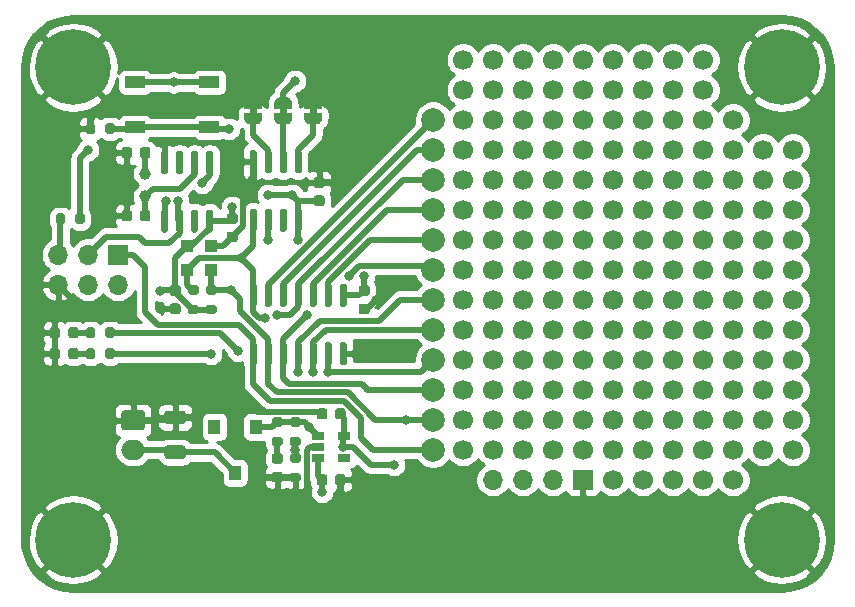
<source format=gbr>
%TF.GenerationSoftware,KiCad,Pcbnew,(5.1.10)-1*%
%TF.CreationDate,2021-09-16T15:44:01+01:00*%
%TF.ProjectId,Eos-Board,456f732d-426f-4617-9264-2e6b69636164,rev?*%
%TF.SameCoordinates,Original*%
%TF.FileFunction,Copper,L1,Top*%
%TF.FilePolarity,Positive*%
%FSLAX46Y46*%
G04 Gerber Fmt 4.6, Leading zero omitted, Abs format (unit mm)*
G04 Created by KiCad (PCBNEW (5.1.10)-1) date 2021-09-16 15:44:01*
%MOMM*%
%LPD*%
G01*
G04 APERTURE LIST*
%TA.AperFunction,EtchedComponent*%
%ADD10C,0.100000*%
%TD*%
%TA.AperFunction,SMDPad,CuDef*%
%ADD11R,1.700000X1.000000*%
%TD*%
%TA.AperFunction,ComponentPad*%
%ADD12C,1.700000*%
%TD*%
%TA.AperFunction,ComponentPad*%
%ADD13C,0.800000*%
%TD*%
%TA.AperFunction,ComponentPad*%
%ADD14C,6.400000*%
%TD*%
%TA.AperFunction,ComponentPad*%
%ADD15C,1.000000*%
%TD*%
%TA.AperFunction,ComponentPad*%
%ADD16O,1.700000X1.700000*%
%TD*%
%TA.AperFunction,ComponentPad*%
%ADD17R,1.700000X1.700000*%
%TD*%
%TA.AperFunction,SMDPad,CuDef*%
%ADD18R,1.000000X1.000000*%
%TD*%
%TA.AperFunction,SMDPad,CuDef*%
%ADD19R,1.060000X0.650000*%
%TD*%
%TA.AperFunction,ComponentPad*%
%ADD20C,2.000000*%
%TD*%
%TA.AperFunction,SMDPad,CuDef*%
%ADD21R,1.000000X1.300000*%
%TD*%
%TA.AperFunction,SMDPad,CuDef*%
%ADD22C,0.100000*%
%TD*%
%TA.AperFunction,ComponentPad*%
%ADD23O,2.000000X1.700000*%
%TD*%
%TA.AperFunction,ViaPad*%
%ADD24C,0.800000*%
%TD*%
%TA.AperFunction,Conductor*%
%ADD25C,0.500000*%
%TD*%
%TA.AperFunction,Conductor*%
%ADD26C,0.254000*%
%TD*%
%TA.AperFunction,Conductor*%
%ADD27C,0.100000*%
%TD*%
G04 APERTURE END LIST*
D10*
%TO.C,JP3*%
G36*
X117140000Y-62988000D02*
G01*
X117140000Y-62488000D01*
X116540000Y-62488000D01*
X116540000Y-62988000D01*
X117140000Y-62988000D01*
G37*
%TO.C,JP2*%
G36*
X119680000Y-62988000D02*
G01*
X119680000Y-62488000D01*
X119080000Y-62488000D01*
X119080000Y-62988000D01*
X119680000Y-62988000D01*
G37*
%TO.C,JP1*%
G36*
X122220000Y-62988000D02*
G01*
X122220000Y-62488000D01*
X121620000Y-62488000D01*
X121620000Y-62988000D01*
X122220000Y-62988000D01*
G37*
%TD*%
D11*
%TO.P,SW2,2*%
%TO.N,/BUTT1*%
X113132000Y-64130000D03*
X106832000Y-64130000D03*
%TO.P,SW2,1*%
%TO.N,+3V3*%
X113132000Y-60330000D03*
X106832000Y-60330000D03*
%TD*%
%TO.P,R9,2*%
%TO.N,/BUTT1*%
%TA.AperFunction,SMDPad,CuDef*%
G36*
G01*
X104311000Y-64537000D02*
X104311000Y-63987000D01*
G75*
G02*
X104511000Y-63787000I200000J0D01*
G01*
X104911000Y-63787000D01*
G75*
G02*
X105111000Y-63987000I0J-200000D01*
G01*
X105111000Y-64537000D01*
G75*
G02*
X104911000Y-64737000I-200000J0D01*
G01*
X104511000Y-64737000D01*
G75*
G02*
X104311000Y-64537000I0J200000D01*
G01*
G37*
%TD.AperFunction*%
%TO.P,R9,1*%
%TO.N,GND*%
%TA.AperFunction,SMDPad,CuDef*%
G36*
G01*
X102661000Y-64537000D02*
X102661000Y-63987000D01*
G75*
G02*
X102861000Y-63787000I200000J0D01*
G01*
X103261000Y-63787000D01*
G75*
G02*
X103461000Y-63987000I0J-200000D01*
G01*
X103461000Y-64537000D01*
G75*
G02*
X103261000Y-64737000I-200000J0D01*
G01*
X102861000Y-64737000D01*
G75*
G02*
X102661000Y-64537000I0J200000D01*
G01*
G37*
%TD.AperFunction*%
%TD*%
%TO.P,U6,8*%
%TO.N,+3V3*%
%TA.AperFunction,SMDPad,CuDef*%
G36*
G01*
X113007000Y-71096000D02*
X113307000Y-71096000D01*
G75*
G02*
X113457000Y-71246000I0J-150000D01*
G01*
X113457000Y-72896000D01*
G75*
G02*
X113307000Y-73046000I-150000J0D01*
G01*
X113007000Y-73046000D01*
G75*
G02*
X112857000Y-72896000I0J150000D01*
G01*
X112857000Y-71246000D01*
G75*
G02*
X113007000Y-71096000I150000J0D01*
G01*
G37*
%TD.AperFunction*%
%TO.P,U6,7*%
%TO.N,/RTC_MFP*%
%TA.AperFunction,SMDPad,CuDef*%
G36*
G01*
X111737000Y-71096000D02*
X112037000Y-71096000D01*
G75*
G02*
X112187000Y-71246000I0J-150000D01*
G01*
X112187000Y-72896000D01*
G75*
G02*
X112037000Y-73046000I-150000J0D01*
G01*
X111737000Y-73046000D01*
G75*
G02*
X111587000Y-72896000I0J150000D01*
G01*
X111587000Y-71246000D01*
G75*
G02*
X111737000Y-71096000I150000J0D01*
G01*
G37*
%TD.AperFunction*%
%TO.P,U6,6*%
%TO.N,/SCK*%
%TA.AperFunction,SMDPad,CuDef*%
G36*
G01*
X110467000Y-71096000D02*
X110767000Y-71096000D01*
G75*
G02*
X110917000Y-71246000I0J-150000D01*
G01*
X110917000Y-72896000D01*
G75*
G02*
X110767000Y-73046000I-150000J0D01*
G01*
X110467000Y-73046000D01*
G75*
G02*
X110317000Y-72896000I0J150000D01*
G01*
X110317000Y-71246000D01*
G75*
G02*
X110467000Y-71096000I150000J0D01*
G01*
G37*
%TD.AperFunction*%
%TO.P,U6,5*%
%TO.N,/MOSI*%
%TA.AperFunction,SMDPad,CuDef*%
G36*
G01*
X109197000Y-71096000D02*
X109497000Y-71096000D01*
G75*
G02*
X109647000Y-71246000I0J-150000D01*
G01*
X109647000Y-72896000D01*
G75*
G02*
X109497000Y-73046000I-150000J0D01*
G01*
X109197000Y-73046000D01*
G75*
G02*
X109047000Y-72896000I0J150000D01*
G01*
X109047000Y-71246000D01*
G75*
G02*
X109197000Y-71096000I150000J0D01*
G01*
G37*
%TD.AperFunction*%
%TO.P,U6,4*%
%TO.N,GND*%
%TA.AperFunction,SMDPad,CuDef*%
G36*
G01*
X109197000Y-66146000D02*
X109497000Y-66146000D01*
G75*
G02*
X109647000Y-66296000I0J-150000D01*
G01*
X109647000Y-67946000D01*
G75*
G02*
X109497000Y-68096000I-150000J0D01*
G01*
X109197000Y-68096000D01*
G75*
G02*
X109047000Y-67946000I0J150000D01*
G01*
X109047000Y-66296000D01*
G75*
G02*
X109197000Y-66146000I150000J0D01*
G01*
G37*
%TD.AperFunction*%
%TO.P,U6,3*%
%TO.N,N/C*%
%TA.AperFunction,SMDPad,CuDef*%
G36*
G01*
X110467000Y-66146000D02*
X110767000Y-66146000D01*
G75*
G02*
X110917000Y-66296000I0J-150000D01*
G01*
X110917000Y-67946000D01*
G75*
G02*
X110767000Y-68096000I-150000J0D01*
G01*
X110467000Y-68096000D01*
G75*
G02*
X110317000Y-67946000I0J150000D01*
G01*
X110317000Y-66296000D01*
G75*
G02*
X110467000Y-66146000I150000J0D01*
G01*
G37*
%TD.AperFunction*%
%TO.P,U6,2*%
%TO.N,Net-(C9-Pad2)*%
%TA.AperFunction,SMDPad,CuDef*%
G36*
G01*
X111737000Y-66146000D02*
X112037000Y-66146000D01*
G75*
G02*
X112187000Y-66296000I0J-150000D01*
G01*
X112187000Y-67946000D01*
G75*
G02*
X112037000Y-68096000I-150000J0D01*
G01*
X111737000Y-68096000D01*
G75*
G02*
X111587000Y-67946000I0J150000D01*
G01*
X111587000Y-66296000D01*
G75*
G02*
X111737000Y-66146000I150000J0D01*
G01*
G37*
%TD.AperFunction*%
%TO.P,U6,1*%
%TO.N,Net-(C8-Pad2)*%
%TA.AperFunction,SMDPad,CuDef*%
G36*
G01*
X113007000Y-66146000D02*
X113307000Y-66146000D01*
G75*
G02*
X113457000Y-66296000I0J-150000D01*
G01*
X113457000Y-67946000D01*
G75*
G02*
X113307000Y-68096000I-150000J0D01*
G01*
X113007000Y-68096000D01*
G75*
G02*
X112857000Y-67946000I0J150000D01*
G01*
X112857000Y-66296000D01*
G75*
G02*
X113007000Y-66146000I150000J0D01*
G01*
G37*
%TD.AperFunction*%
%TD*%
D12*
%TO.P,REF\u002A\u002A,*%
%TO.N,*%
X134620000Y-91440000D03*
%TD*%
%TO.P,REF\u002A\u002A,*%
%TO.N,*%
X134620000Y-88900000D03*
%TD*%
%TO.P,REF\u002A\u002A,*%
%TO.N,*%
X137160000Y-91440000D03*
%TD*%
%TO.P,REF\u002A\u002A,*%
%TO.N,*%
X137160000Y-88900000D03*
%TD*%
%TO.P,REF\u002A\u002A,*%
%TO.N,*%
X162560000Y-71120000D03*
%TD*%
%TO.P,REF\u002A\u002A,*%
%TO.N,*%
X162560000Y-68580000D03*
%TD*%
%TO.P,REF\u002A\u002A,*%
%TO.N,*%
X162560000Y-86360000D03*
%TD*%
%TO.P,REF\u002A\u002A,*%
%TO.N,*%
X162560000Y-73660000D03*
%TD*%
%TO.P,REF\u002A\u002A,*%
%TO.N,*%
X162560000Y-81280000D03*
%TD*%
%TO.P,REF\u002A\u002A,*%
%TO.N,*%
X162560000Y-76200000D03*
%TD*%
%TO.P,REF\u002A\u002A,*%
%TO.N,*%
X162560000Y-88900000D03*
%TD*%
%TO.P,REF\u002A\u002A,*%
%TO.N,*%
X162560000Y-66040000D03*
%TD*%
%TO.P,REF\u002A\u002A,*%
%TO.N,*%
X162560000Y-91440000D03*
%TD*%
%TO.P,REF\u002A\u002A,*%
%TO.N,*%
X162560000Y-83820000D03*
%TD*%
%TO.P,REF\u002A\u002A,*%
%TO.N,*%
X162560000Y-78740000D03*
%TD*%
%TO.P,REF\u002A\u002A,*%
%TO.N,*%
X160020000Y-83820000D03*
%TD*%
%TO.P,REF\u002A\u002A,*%
%TO.N,*%
X160020000Y-86360000D03*
%TD*%
%TO.P,REF\u002A\u002A,*%
%TO.N,*%
X160020000Y-88900000D03*
%TD*%
%TO.P,REF\u002A\u002A,*%
%TO.N,*%
X160020000Y-78740000D03*
%TD*%
%TO.P,REF\u002A\u002A,*%
%TO.N,*%
X160020000Y-66040000D03*
%TD*%
%TO.P,REF\u002A\u002A,*%
%TO.N,*%
X160020000Y-73660000D03*
%TD*%
%TO.P,REF\u002A\u002A,*%
%TO.N,*%
X160020000Y-71120000D03*
%TD*%
%TO.P,REF\u002A\u002A,*%
%TO.N,*%
X160020000Y-68580000D03*
%TD*%
%TO.P,REF\u002A\u002A,*%
%TO.N,*%
X160020000Y-91440000D03*
%TD*%
%TO.P,REF\u002A\u002A,*%
%TO.N,*%
X160020000Y-76200000D03*
%TD*%
%TO.P,REF\u002A\u002A,*%
%TO.N,*%
X160020000Y-81280000D03*
%TD*%
%TO.P,REF\u002A\u002A,*%
%TO.N,*%
X157480000Y-93980000D03*
%TD*%
%TO.P,REF\u002A\u002A,*%
%TO.N,*%
X157480000Y-71120000D03*
%TD*%
%TO.P,REF\u002A\u002A,*%
%TO.N,*%
X157480000Y-68580000D03*
%TD*%
%TO.P,REF\u002A\u002A,*%
%TO.N,*%
X157480000Y-76200000D03*
%TD*%
%TO.P,REF\u002A\u002A,*%
%TO.N,*%
X157480000Y-73660000D03*
%TD*%
%TO.P,REF\u002A\u002A,*%
%TO.N,*%
X157480000Y-91440000D03*
%TD*%
%TO.P,REF\u002A\u002A,*%
%TO.N,*%
X157480000Y-81280000D03*
%TD*%
%TO.P,REF\u002A\u002A,*%
%TO.N,*%
X157480000Y-78740000D03*
%TD*%
%TO.P,REF\u002A\u002A,*%
%TO.N,*%
X157480000Y-66040000D03*
%TD*%
%TO.P,REF\u002A\u002A,*%
%TO.N,*%
X157480000Y-63500000D03*
%TD*%
%TO.P,REF\u002A\u002A,*%
%TO.N,*%
X157480000Y-86360000D03*
%TD*%
%TO.P,REF\u002A\u002A,*%
%TO.N,*%
X157480000Y-83820000D03*
%TD*%
%TO.P,REF\u002A\u002A,*%
%TO.N,*%
X157480000Y-88900000D03*
%TD*%
%TO.P,REF\u002A\u002A,*%
%TO.N,*%
X152400000Y-93980000D03*
%TD*%
%TO.P,REF\u002A\u002A,*%
%TO.N,*%
X154940000Y-93980000D03*
%TD*%
%TO.P,REF\u002A\u002A,*%
%TO.N,*%
X147320000Y-93980000D03*
%TD*%
%TO.P,REF\u002A\u002A,*%
%TO.N,*%
X149860000Y-93980000D03*
%TD*%
%TO.P,REF\u002A\u002A,*%
%TO.N,*%
X134620000Y-58420000D03*
%TD*%
%TO.P,REF\u002A\u002A,*%
%TO.N,*%
X134620000Y-60960000D03*
%TD*%
%TO.P,REF\u002A\u002A,*%
%TO.N,*%
X134620000Y-71120000D03*
%TD*%
%TO.P,REF\u002A\u002A,*%
%TO.N,*%
X134620000Y-63500000D03*
%TD*%
%TO.P,REF\u002A\u002A,*%
%TO.N,*%
X134620000Y-66040000D03*
%TD*%
%TO.P,REF\u002A\u002A,*%
%TO.N,*%
X134620000Y-68580000D03*
%TD*%
%TO.P,REF\u002A\u002A,*%
%TO.N,*%
X134620000Y-73660000D03*
%TD*%
%TO.P,REF\u002A\u002A,*%
%TO.N,*%
X134620000Y-76200000D03*
%TD*%
%TO.P,REF\u002A\u002A,*%
%TO.N,*%
X134620000Y-78740000D03*
%TD*%
%TO.P,REF\u002A\u002A,*%
%TO.N,*%
X134620000Y-86360000D03*
%TD*%
%TO.P,REF\u002A\u002A,*%
%TO.N,*%
X134620000Y-81280000D03*
%TD*%
%TO.P,REF\u002A\u002A,*%
%TO.N,*%
X134620000Y-83820000D03*
%TD*%
%TO.P,REF\u002A\u002A,*%
%TO.N,*%
X152400000Y-78740000D03*
%TD*%
%TO.P,REF\u002A\u002A,*%
%TO.N,*%
X152400000Y-81280000D03*
%TD*%
%TO.P,REF\u002A\u002A,*%
%TO.N,*%
X154940000Y-78740000D03*
%TD*%
%TO.P,REF\u002A\u002A,*%
%TO.N,*%
X154940000Y-81280000D03*
%TD*%
%TO.P,REF\u002A\u002A,*%
%TO.N,*%
X152400000Y-71120000D03*
%TD*%
%TO.P,REF\u002A\u002A,*%
%TO.N,*%
X152400000Y-68580000D03*
%TD*%
%TO.P,REF\u002A\u002A,*%
%TO.N,*%
X152400000Y-66040000D03*
%TD*%
%TO.P,REF\u002A\u002A,*%
%TO.N,*%
X154940000Y-63500000D03*
%TD*%
%TO.P,REF\u002A\u002A,*%
%TO.N,*%
X152400000Y-63500000D03*
%TD*%
%TO.P,REF\u002A\u002A,*%
%TO.N,*%
X152400000Y-60960000D03*
%TD*%
%TO.P,REF\u002A\u002A,*%
%TO.N,*%
X154940000Y-58420000D03*
%TD*%
%TO.P,REF\u002A\u002A,*%
%TO.N,*%
X152400000Y-58420000D03*
%TD*%
%TO.P,REF\u002A\u002A,*%
%TO.N,*%
X154940000Y-66040000D03*
%TD*%
%TO.P,REF\u002A\u002A,*%
%TO.N,*%
X154940000Y-60960000D03*
%TD*%
%TO.P,REF\u002A\u002A,*%
%TO.N,*%
X154940000Y-71120000D03*
%TD*%
%TO.P,REF\u002A\u002A,*%
%TO.N,*%
X154940000Y-68580000D03*
%TD*%
%TO.P,REF\u002A\u002A,*%
%TO.N,*%
X152400000Y-76200000D03*
%TD*%
%TO.P,REF\u002A\u002A,*%
%TO.N,*%
X152400000Y-73660000D03*
%TD*%
%TO.P,REF\u002A\u002A,*%
%TO.N,*%
X154940000Y-73660000D03*
%TD*%
%TO.P,REF\u002A\u002A,*%
%TO.N,*%
X154940000Y-76200000D03*
%TD*%
%TO.P,REF\u002A\u002A,*%
%TO.N,*%
X152400000Y-91440000D03*
%TD*%
%TO.P,REF\u002A\u002A,*%
%TO.N,*%
X154940000Y-91440000D03*
%TD*%
%TO.P,REF\u002A\u002A,*%
%TO.N,*%
X152400000Y-88900000D03*
%TD*%
%TO.P,REF\u002A\u002A,*%
%TO.N,*%
X154940000Y-83820000D03*
%TD*%
%TO.P,REF\u002A\u002A,*%
%TO.N,*%
X152400000Y-86360000D03*
%TD*%
%TO.P,REF\u002A\u002A,*%
%TO.N,*%
X154940000Y-86360000D03*
%TD*%
%TO.P,REF\u002A\u002A,*%
%TO.N,*%
X152400000Y-83820000D03*
%TD*%
%TO.P,REF\u002A\u002A,*%
%TO.N,*%
X154940000Y-88900000D03*
%TD*%
%TO.P,REF\u002A\u002A,*%
%TO.N,*%
X147320000Y-91440000D03*
%TD*%
%TO.P,REF\u002A\u002A,*%
%TO.N,*%
X139700000Y-88900000D03*
%TD*%
%TO.P,REF\u002A\u002A,*%
%TO.N,*%
X144780000Y-88900000D03*
%TD*%
%TO.P,REF\u002A\u002A,*%
%TO.N,*%
X149860000Y-88900000D03*
%TD*%
%TO.P,REF\u002A\u002A,*%
%TO.N,*%
X147320000Y-88900000D03*
%TD*%
%TO.P,REF\u002A\u002A,*%
%TO.N,*%
X144780000Y-91440000D03*
%TD*%
%TO.P,REF\u002A\u002A,*%
%TO.N,*%
X149860000Y-91440000D03*
%TD*%
%TO.P,REF\u002A\u002A,*%
%TO.N,*%
X139700000Y-91440000D03*
%TD*%
%TO.P,REF\u002A\u002A,*%
%TO.N,*%
X142240000Y-91440000D03*
%TD*%
%TO.P,REF\u002A\u002A,*%
%TO.N,*%
X142240000Y-88900000D03*
%TD*%
%TO.P,REF\u002A\u002A,*%
%TO.N,*%
X137160000Y-83820000D03*
%TD*%
%TO.P,REF\u002A\u002A,*%
%TO.N,*%
X147320000Y-86360000D03*
%TD*%
%TO.P,REF\u002A\u002A,*%
%TO.N,*%
X139700000Y-83820000D03*
%TD*%
%TO.P,REF\u002A\u002A,*%
%TO.N,*%
X144780000Y-83820000D03*
%TD*%
%TO.P,REF\u002A\u002A,*%
%TO.N,*%
X149860000Y-83820000D03*
%TD*%
%TO.P,REF\u002A\u002A,*%
%TO.N,*%
X147320000Y-83820000D03*
%TD*%
%TO.P,REF\u002A\u002A,*%
%TO.N,*%
X144780000Y-86360000D03*
%TD*%
%TO.P,REF\u002A\u002A,*%
%TO.N,*%
X149860000Y-86360000D03*
%TD*%
%TO.P,REF\u002A\u002A,*%
%TO.N,*%
X137160000Y-86360000D03*
%TD*%
%TO.P,REF\u002A\u002A,*%
%TO.N,*%
X139700000Y-86360000D03*
%TD*%
%TO.P,REF\u002A\u002A,*%
%TO.N,*%
X142240000Y-86360000D03*
%TD*%
%TO.P,REF\u002A\u002A,*%
%TO.N,*%
X142240000Y-83820000D03*
%TD*%
%TO.P,REF\u002A\u002A,*%
%TO.N,*%
X137160000Y-78740000D03*
%TD*%
%TO.P,REF\u002A\u002A,*%
%TO.N,*%
X147320000Y-81280000D03*
%TD*%
%TO.P,REF\u002A\u002A,*%
%TO.N,*%
X139700000Y-78740000D03*
%TD*%
%TO.P,REF\u002A\u002A,*%
%TO.N,*%
X144780000Y-78740000D03*
%TD*%
%TO.P,REF\u002A\u002A,*%
%TO.N,*%
X149860000Y-78740000D03*
%TD*%
%TO.P,REF\u002A\u002A,*%
%TO.N,*%
X147320000Y-78740000D03*
%TD*%
%TO.P,REF\u002A\u002A,*%
%TO.N,*%
X144780000Y-81280000D03*
%TD*%
%TO.P,REF\u002A\u002A,*%
%TO.N,*%
X149860000Y-81280000D03*
%TD*%
%TO.P,REF\u002A\u002A,*%
%TO.N,*%
X137160000Y-81280000D03*
%TD*%
%TO.P,REF\u002A\u002A,*%
%TO.N,*%
X139700000Y-81280000D03*
%TD*%
%TO.P,REF\u002A\u002A,*%
%TO.N,*%
X142240000Y-81280000D03*
%TD*%
%TO.P,REF\u002A\u002A,*%
%TO.N,*%
X142240000Y-78740000D03*
%TD*%
%TO.P,REF\u002A\u002A,*%
%TO.N,*%
X137160000Y-73660000D03*
%TD*%
%TO.P,REF\u002A\u002A,*%
%TO.N,*%
X147320000Y-76200000D03*
%TD*%
%TO.P,REF\u002A\u002A,*%
%TO.N,*%
X139700000Y-73660000D03*
%TD*%
%TO.P,REF\u002A\u002A,*%
%TO.N,*%
X144780000Y-73660000D03*
%TD*%
%TO.P,REF\u002A\u002A,*%
%TO.N,*%
X149860000Y-73660000D03*
%TD*%
%TO.P,REF\u002A\u002A,*%
%TO.N,*%
X147320000Y-73660000D03*
%TD*%
%TO.P,REF\u002A\u002A,*%
%TO.N,*%
X144780000Y-76200000D03*
%TD*%
%TO.P,REF\u002A\u002A,*%
%TO.N,*%
X149860000Y-76200000D03*
%TD*%
%TO.P,REF\u002A\u002A,*%
%TO.N,*%
X137160000Y-76200000D03*
%TD*%
%TO.P,REF\u002A\u002A,*%
%TO.N,*%
X139700000Y-76200000D03*
%TD*%
%TO.P,REF\u002A\u002A,*%
%TO.N,*%
X142240000Y-76200000D03*
%TD*%
%TO.P,REF\u002A\u002A,*%
%TO.N,*%
X142240000Y-73660000D03*
%TD*%
%TO.P,REF\u002A\u002A,*%
%TO.N,*%
X137160000Y-68580000D03*
%TD*%
%TO.P,REF\u002A\u002A,*%
%TO.N,*%
X147320000Y-71120000D03*
%TD*%
%TO.P,REF\u002A\u002A,*%
%TO.N,*%
X139700000Y-68580000D03*
%TD*%
%TO.P,REF\u002A\u002A,*%
%TO.N,*%
X144780000Y-68580000D03*
%TD*%
%TO.P,REF\u002A\u002A,*%
%TO.N,*%
X149860000Y-68580000D03*
%TD*%
%TO.P,REF\u002A\u002A,*%
%TO.N,*%
X147320000Y-68580000D03*
%TD*%
%TO.P,REF\u002A\u002A,*%
%TO.N,*%
X144780000Y-71120000D03*
%TD*%
%TO.P,REF\u002A\u002A,*%
%TO.N,*%
X149860000Y-71120000D03*
%TD*%
%TO.P,REF\u002A\u002A,*%
%TO.N,*%
X137160000Y-71120000D03*
%TD*%
%TO.P,REF\u002A\u002A,*%
%TO.N,*%
X139700000Y-71120000D03*
%TD*%
%TO.P,REF\u002A\u002A,*%
%TO.N,*%
X142240000Y-71120000D03*
%TD*%
%TO.P,REF\u002A\u002A,*%
%TO.N,*%
X142240000Y-68580000D03*
%TD*%
%TO.P,REF\u002A\u002A,*%
%TO.N,*%
X137160000Y-63500000D03*
%TD*%
%TO.P,REF\u002A\u002A,*%
%TO.N,*%
X147320000Y-66040000D03*
%TD*%
%TO.P,REF\u002A\u002A,*%
%TO.N,*%
X139700000Y-63500000D03*
%TD*%
%TO.P,REF\u002A\u002A,*%
%TO.N,*%
X144780000Y-63500000D03*
%TD*%
%TO.P,REF\u002A\u002A,*%
%TO.N,*%
X149860000Y-63500000D03*
%TD*%
%TO.P,REF\u002A\u002A,*%
%TO.N,*%
X147320000Y-63500000D03*
%TD*%
%TO.P,REF\u002A\u002A,*%
%TO.N,*%
X144780000Y-66040000D03*
%TD*%
%TO.P,REF\u002A\u002A,*%
%TO.N,*%
X149860000Y-66040000D03*
%TD*%
%TO.P,REF\u002A\u002A,*%
%TO.N,*%
X137160000Y-66040000D03*
%TD*%
%TO.P,REF\u002A\u002A,*%
%TO.N,*%
X139700000Y-66040000D03*
%TD*%
%TO.P,REF\u002A\u002A,*%
%TO.N,*%
X142240000Y-66040000D03*
%TD*%
%TO.P,REF\u002A\u002A,*%
%TO.N,*%
X142240000Y-63500000D03*
%TD*%
%TO.P,REF\u002A\u002A,*%
%TO.N,*%
X149860000Y-58420000D03*
%TD*%
%TO.P,REF\u002A\u002A,*%
%TO.N,*%
X149860000Y-60960000D03*
%TD*%
%TO.P,REF\u002A\u002A,*%
%TO.N,*%
X147320000Y-58420000D03*
%TD*%
%TO.P,REF\u002A\u002A,*%
%TO.N,*%
X147320000Y-60960000D03*
%TD*%
%TO.P,REF\u002A\u002A,*%
%TO.N,*%
X144780000Y-58420000D03*
%TD*%
%TO.P,REF\u002A\u002A,*%
%TO.N,*%
X144780000Y-60960000D03*
%TD*%
%TO.P,REF\u002A\u002A,*%
%TO.N,*%
X142240000Y-58420000D03*
%TD*%
%TO.P,REF\u002A\u002A,*%
%TO.N,*%
X142240000Y-60960000D03*
%TD*%
%TO.P,REF\u002A\u002A,*%
%TO.N,*%
X139700000Y-58420000D03*
%TD*%
%TO.P,REF\u002A\u002A,*%
%TO.N,*%
X139700000Y-60960000D03*
%TD*%
%TO.P,REF\u002A\u002A,*%
%TO.N,*%
X137160000Y-58420000D03*
%TD*%
%TO.P,REF\u002A\u002A,*%
%TO.N,*%
X137160000Y-60960000D03*
%TD*%
D13*
%TO.P,H4,1*%
%TO.N,GND*%
X103297056Y-57362944D03*
X101600000Y-56660000D03*
X99902944Y-57362944D03*
X99200000Y-59060000D03*
X99902944Y-60757056D03*
X101600000Y-61460000D03*
X103297056Y-60757056D03*
X104000000Y-59060000D03*
D14*
X101600000Y-59060000D03*
%TD*%
D13*
%TO.P,H3,1*%
%TO.N,GND*%
X163297056Y-57362944D03*
X161600000Y-56660000D03*
X159902944Y-57362944D03*
X159200000Y-59060000D03*
X159902944Y-60757056D03*
X161600000Y-61460000D03*
X163297056Y-60757056D03*
X164000000Y-59060000D03*
D14*
X161600000Y-59060000D03*
%TD*%
D13*
%TO.P,H2,1*%
%TO.N,GND*%
X163297056Y-97362944D03*
X161600000Y-96660000D03*
X159902944Y-97362944D03*
X159200000Y-99060000D03*
X159902944Y-100757056D03*
X161600000Y-101460000D03*
X163297056Y-100757056D03*
X164000000Y-99060000D03*
D14*
X161600000Y-99060000D03*
%TD*%
D13*
%TO.P,H1,1*%
%TO.N,GND*%
X103297056Y-97362944D03*
X101600000Y-96660000D03*
X99902944Y-97362944D03*
X99200000Y-99060000D03*
X99902944Y-100757056D03*
X101600000Y-101460000D03*
X103297056Y-100757056D03*
X104000000Y-99060000D03*
D14*
X101600000Y-99060000D03*
%TD*%
D15*
%TO.P,Y1,2*%
%TO.N,Net-(C9-Pad2)*%
X107696000Y-69972000D03*
%TO.P,Y1,1*%
%TO.N,Net-(C8-Pad2)*%
X107696000Y-68072000D03*
%TD*%
D16*
%TO.P,U5,4*%
%TO.N,/MOSI*%
X137140000Y-93980000D03*
%TO.P,U5,3*%
%TO.N,/SCK*%
X139680000Y-93980000D03*
%TO.P,U5,2*%
%TO.N,+3V3*%
X142220000Y-93980000D03*
D17*
%TO.P,U5,1*%
%TO.N,GND*%
X144760000Y-93980000D03*
%TD*%
D18*
%TO.P,U4,4*%
%TO.N,GND*%
X113268000Y-74184000D03*
%TO.P,U4,3*%
%TO.N,/SCK*%
X113268000Y-76184000D03*
%TO.P,U4,2*%
%TO.N,/MOSI*%
X111268000Y-76184000D03*
%TO.P,U4,1*%
%TO.N,+3V3*%
X111268000Y-74184000D03*
%TD*%
%TO.P,U3,14*%
%TO.N,GND*%
%TA.AperFunction,SMDPad,CuDef*%
G36*
G01*
X124310000Y-82337000D02*
X124610000Y-82337000D01*
G75*
G02*
X124760000Y-82487000I0J-150000D01*
G01*
X124760000Y-84137000D01*
G75*
G02*
X124610000Y-84287000I-150000J0D01*
G01*
X124310000Y-84287000D01*
G75*
G02*
X124160000Y-84137000I0J150000D01*
G01*
X124160000Y-82487000D01*
G75*
G02*
X124310000Y-82337000I150000J0D01*
G01*
G37*
%TD.AperFunction*%
%TO.P,U3,13*%
%TO.N,/LED1*%
%TA.AperFunction,SMDPad,CuDef*%
G36*
G01*
X123040000Y-82337000D02*
X123340000Y-82337000D01*
G75*
G02*
X123490000Y-82487000I0J-150000D01*
G01*
X123490000Y-84137000D01*
G75*
G02*
X123340000Y-84287000I-150000J0D01*
G01*
X123040000Y-84287000D01*
G75*
G02*
X122890000Y-84137000I0J150000D01*
G01*
X122890000Y-82487000D01*
G75*
G02*
X123040000Y-82337000I150000J0D01*
G01*
G37*
%TD.AperFunction*%
%TO.P,U3,12*%
%TO.N,/BATT_MON*%
%TA.AperFunction,SMDPad,CuDef*%
G36*
G01*
X121770000Y-82337000D02*
X122070000Y-82337000D01*
G75*
G02*
X122220000Y-82487000I0J-150000D01*
G01*
X122220000Y-84137000D01*
G75*
G02*
X122070000Y-84287000I-150000J0D01*
G01*
X121770000Y-84287000D01*
G75*
G02*
X121620000Y-84137000I0J150000D01*
G01*
X121620000Y-82487000D01*
G75*
G02*
X121770000Y-82337000I150000J0D01*
G01*
G37*
%TD.AperFunction*%
%TO.P,U3,11*%
%TO.N,/LED2*%
%TA.AperFunction,SMDPad,CuDef*%
G36*
G01*
X120500000Y-82337000D02*
X120800000Y-82337000D01*
G75*
G02*
X120950000Y-82487000I0J-150000D01*
G01*
X120950000Y-84137000D01*
G75*
G02*
X120800000Y-84287000I-150000J0D01*
G01*
X120500000Y-84287000D01*
G75*
G02*
X120350000Y-84137000I0J150000D01*
G01*
X120350000Y-82487000D01*
G75*
G02*
X120500000Y-82337000I150000J0D01*
G01*
G37*
%TD.AperFunction*%
%TO.P,U3,10*%
%TO.N,/BUTT1*%
%TA.AperFunction,SMDPad,CuDef*%
G36*
G01*
X119230000Y-82337000D02*
X119530000Y-82337000D01*
G75*
G02*
X119680000Y-82487000I0J-150000D01*
G01*
X119680000Y-84137000D01*
G75*
G02*
X119530000Y-84287000I-150000J0D01*
G01*
X119230000Y-84287000D01*
G75*
G02*
X119080000Y-84137000I0J150000D01*
G01*
X119080000Y-82487000D01*
G75*
G02*
X119230000Y-82337000I150000J0D01*
G01*
G37*
%TD.AperFunction*%
%TO.P,U3,9*%
%TO.N,/SCK*%
%TA.AperFunction,SMDPad,CuDef*%
G36*
G01*
X117960000Y-82337000D02*
X118260000Y-82337000D01*
G75*
G02*
X118410000Y-82487000I0J-150000D01*
G01*
X118410000Y-84137000D01*
G75*
G02*
X118260000Y-84287000I-150000J0D01*
G01*
X117960000Y-84287000D01*
G75*
G02*
X117810000Y-84137000I0J150000D01*
G01*
X117810000Y-82487000D01*
G75*
G02*
X117960000Y-82337000I150000J0D01*
G01*
G37*
%TD.AperFunction*%
%TO.P,U3,8*%
%TO.N,/MISO*%
%TA.AperFunction,SMDPad,CuDef*%
G36*
G01*
X116690000Y-82337000D02*
X116990000Y-82337000D01*
G75*
G02*
X117140000Y-82487000I0J-150000D01*
G01*
X117140000Y-84137000D01*
G75*
G02*
X116990000Y-84287000I-150000J0D01*
G01*
X116690000Y-84287000D01*
G75*
G02*
X116540000Y-84137000I0J150000D01*
G01*
X116540000Y-82487000D01*
G75*
G02*
X116690000Y-82337000I150000J0D01*
G01*
G37*
%TD.AperFunction*%
%TO.P,U3,7*%
%TO.N,/MOSI*%
%TA.AperFunction,SMDPad,CuDef*%
G36*
G01*
X116690000Y-77387000D02*
X116990000Y-77387000D01*
G75*
G02*
X117140000Y-77537000I0J-150000D01*
G01*
X117140000Y-79187000D01*
G75*
G02*
X116990000Y-79337000I-150000J0D01*
G01*
X116690000Y-79337000D01*
G75*
G02*
X116540000Y-79187000I0J150000D01*
G01*
X116540000Y-77537000D01*
G75*
G02*
X116690000Y-77387000I150000J0D01*
G01*
G37*
%TD.AperFunction*%
%TO.P,U3,6*%
%TO.N,Net-(TP12-Pad1)*%
%TA.AperFunction,SMDPad,CuDef*%
G36*
G01*
X117960000Y-77387000D02*
X118260000Y-77387000D01*
G75*
G02*
X118410000Y-77537000I0J-150000D01*
G01*
X118410000Y-79187000D01*
G75*
G02*
X118260000Y-79337000I-150000J0D01*
G01*
X117960000Y-79337000D01*
G75*
G02*
X117810000Y-79187000I0J150000D01*
G01*
X117810000Y-77537000D01*
G75*
G02*
X117960000Y-77387000I150000J0D01*
G01*
G37*
%TD.AperFunction*%
%TO.P,U3,5*%
%TO.N,Net-(TP11-Pad1)*%
%TA.AperFunction,SMDPad,CuDef*%
G36*
G01*
X119230000Y-77387000D02*
X119530000Y-77387000D01*
G75*
G02*
X119680000Y-77537000I0J-150000D01*
G01*
X119680000Y-79187000D01*
G75*
G02*
X119530000Y-79337000I-150000J0D01*
G01*
X119230000Y-79337000D01*
G75*
G02*
X119080000Y-79187000I0J150000D01*
G01*
X119080000Y-77537000D01*
G75*
G02*
X119230000Y-77387000I150000J0D01*
G01*
G37*
%TD.AperFunction*%
%TO.P,U3,4*%
%TO.N,/RST*%
%TA.AperFunction,SMDPad,CuDef*%
G36*
G01*
X120500000Y-77387000D02*
X120800000Y-77387000D01*
G75*
G02*
X120950000Y-77537000I0J-150000D01*
G01*
X120950000Y-79187000D01*
G75*
G02*
X120800000Y-79337000I-150000J0D01*
G01*
X120500000Y-79337000D01*
G75*
G02*
X120350000Y-79187000I0J150000D01*
G01*
X120350000Y-77537000D01*
G75*
G02*
X120500000Y-77387000I150000J0D01*
G01*
G37*
%TD.AperFunction*%
%TO.P,U3,3*%
%TO.N,Net-(TP9-Pad1)*%
%TA.AperFunction,SMDPad,CuDef*%
G36*
G01*
X121770000Y-77387000D02*
X122070000Y-77387000D01*
G75*
G02*
X122220000Y-77537000I0J-150000D01*
G01*
X122220000Y-79187000D01*
G75*
G02*
X122070000Y-79337000I-150000J0D01*
G01*
X121770000Y-79337000D01*
G75*
G02*
X121620000Y-79187000I0J150000D01*
G01*
X121620000Y-77537000D01*
G75*
G02*
X121770000Y-77387000I150000J0D01*
G01*
G37*
%TD.AperFunction*%
%TO.P,U3,2*%
%TO.N,Net-(TP8-Pad1)*%
%TA.AperFunction,SMDPad,CuDef*%
G36*
G01*
X123040000Y-77387000D02*
X123340000Y-77387000D01*
G75*
G02*
X123490000Y-77537000I0J-150000D01*
G01*
X123490000Y-79187000D01*
G75*
G02*
X123340000Y-79337000I-150000J0D01*
G01*
X123040000Y-79337000D01*
G75*
G02*
X122890000Y-79187000I0J150000D01*
G01*
X122890000Y-77537000D01*
G75*
G02*
X123040000Y-77387000I150000J0D01*
G01*
G37*
%TD.AperFunction*%
%TO.P,U3,1*%
%TO.N,+3V3*%
%TA.AperFunction,SMDPad,CuDef*%
G36*
G01*
X124310000Y-77387000D02*
X124610000Y-77387000D01*
G75*
G02*
X124760000Y-77537000I0J-150000D01*
G01*
X124760000Y-79187000D01*
G75*
G02*
X124610000Y-79337000I-150000J0D01*
G01*
X124310000Y-79337000D01*
G75*
G02*
X124160000Y-79187000I0J150000D01*
G01*
X124160000Y-77537000D01*
G75*
G02*
X124310000Y-77387000I150000J0D01*
G01*
G37*
%TD.AperFunction*%
%TD*%
%TO.P,U2,8*%
%TO.N,+3V3*%
%TA.AperFunction,SMDPad,CuDef*%
G36*
G01*
X120500000Y-71031000D02*
X120800000Y-71031000D01*
G75*
G02*
X120950000Y-71181000I0J-150000D01*
G01*
X120950000Y-72831000D01*
G75*
G02*
X120800000Y-72981000I-150000J0D01*
G01*
X120500000Y-72981000D01*
G75*
G02*
X120350000Y-72831000I0J150000D01*
G01*
X120350000Y-71181000D01*
G75*
G02*
X120500000Y-71031000I150000J0D01*
G01*
G37*
%TD.AperFunction*%
%TO.P,U2,7*%
%TO.N,Net-(U2-Pad7)*%
%TA.AperFunction,SMDPad,CuDef*%
G36*
G01*
X119230000Y-71031000D02*
X119530000Y-71031000D01*
G75*
G02*
X119680000Y-71181000I0J-150000D01*
G01*
X119680000Y-72831000D01*
G75*
G02*
X119530000Y-72981000I-150000J0D01*
G01*
X119230000Y-72981000D01*
G75*
G02*
X119080000Y-72831000I0J150000D01*
G01*
X119080000Y-71181000D01*
G75*
G02*
X119230000Y-71031000I150000J0D01*
G01*
G37*
%TD.AperFunction*%
%TO.P,U2,6*%
%TO.N,/SCK*%
%TA.AperFunction,SMDPad,CuDef*%
G36*
G01*
X117960000Y-71031000D02*
X118260000Y-71031000D01*
G75*
G02*
X118410000Y-71181000I0J-150000D01*
G01*
X118410000Y-72831000D01*
G75*
G02*
X118260000Y-72981000I-150000J0D01*
G01*
X117960000Y-72981000D01*
G75*
G02*
X117810000Y-72831000I0J150000D01*
G01*
X117810000Y-71181000D01*
G75*
G02*
X117960000Y-71031000I150000J0D01*
G01*
G37*
%TD.AperFunction*%
%TO.P,U2,5*%
%TO.N,/MOSI*%
%TA.AperFunction,SMDPad,CuDef*%
G36*
G01*
X116690000Y-71031000D02*
X116990000Y-71031000D01*
G75*
G02*
X117140000Y-71181000I0J-150000D01*
G01*
X117140000Y-72831000D01*
G75*
G02*
X116990000Y-72981000I-150000J0D01*
G01*
X116690000Y-72981000D01*
G75*
G02*
X116540000Y-72831000I0J150000D01*
G01*
X116540000Y-71181000D01*
G75*
G02*
X116690000Y-71031000I150000J0D01*
G01*
G37*
%TD.AperFunction*%
%TO.P,U2,4*%
%TO.N,GND*%
%TA.AperFunction,SMDPad,CuDef*%
G36*
G01*
X116690000Y-66081000D02*
X116990000Y-66081000D01*
G75*
G02*
X117140000Y-66231000I0J-150000D01*
G01*
X117140000Y-67881000D01*
G75*
G02*
X116990000Y-68031000I-150000J0D01*
G01*
X116690000Y-68031000D01*
G75*
G02*
X116540000Y-67881000I0J150000D01*
G01*
X116540000Y-66231000D01*
G75*
G02*
X116690000Y-66081000I150000J0D01*
G01*
G37*
%TD.AperFunction*%
%TO.P,U2,3*%
%TO.N,Net-(JP3-Pad2)*%
%TA.AperFunction,SMDPad,CuDef*%
G36*
G01*
X117960000Y-66081000D02*
X118260000Y-66081000D01*
G75*
G02*
X118410000Y-66231000I0J-150000D01*
G01*
X118410000Y-67881000D01*
G75*
G02*
X118260000Y-68031000I-150000J0D01*
G01*
X117960000Y-68031000D01*
G75*
G02*
X117810000Y-67881000I0J150000D01*
G01*
X117810000Y-66231000D01*
G75*
G02*
X117960000Y-66081000I150000J0D01*
G01*
G37*
%TD.AperFunction*%
%TO.P,U2,2*%
%TO.N,Net-(JP2-Pad2)*%
%TA.AperFunction,SMDPad,CuDef*%
G36*
G01*
X119230000Y-66081000D02*
X119530000Y-66081000D01*
G75*
G02*
X119680000Y-66231000I0J-150000D01*
G01*
X119680000Y-67881000D01*
G75*
G02*
X119530000Y-68031000I-150000J0D01*
G01*
X119230000Y-68031000D01*
G75*
G02*
X119080000Y-67881000I0J150000D01*
G01*
X119080000Y-66231000D01*
G75*
G02*
X119230000Y-66081000I150000J0D01*
G01*
G37*
%TD.AperFunction*%
%TO.P,U2,1*%
%TO.N,Net-(JP1-Pad2)*%
%TA.AperFunction,SMDPad,CuDef*%
G36*
G01*
X120500000Y-66081000D02*
X120800000Y-66081000D01*
G75*
G02*
X120950000Y-66231000I0J-150000D01*
G01*
X120950000Y-67881000D01*
G75*
G02*
X120800000Y-68031000I-150000J0D01*
G01*
X120500000Y-68031000D01*
G75*
G02*
X120350000Y-67881000I0J150000D01*
G01*
X120350000Y-66231000D01*
G75*
G02*
X120500000Y-66081000I150000J0D01*
G01*
G37*
%TD.AperFunction*%
%TD*%
D19*
%TO.P,U1,5*%
%TO.N,+3V3*%
X124544000Y-90236000D03*
%TO.P,U1,4*%
%TO.N,Net-(U1-Pad4)*%
X124544000Y-92136000D03*
%TO.P,U1,3*%
%TO.N,/BATTERY*%
X122344000Y-92136000D03*
%TO.P,U1,2*%
%TO.N,GND*%
X122344000Y-91186000D03*
%TO.P,U1,1*%
%TO.N,/BATTERY*%
X122344000Y-90236000D03*
%TD*%
D20*
%TO.P,TP12,1*%
%TO.N,Net-(TP12-Pad1)*%
X132080000Y-63500000D03*
%TD*%
%TO.P,TP11,1*%
%TO.N,Net-(TP11-Pad1)*%
X132080000Y-66040000D03*
%TD*%
%TO.P,TP10,1*%
%TO.N,/RST*%
X132080000Y-68580000D03*
%TD*%
%TO.P,TP9,1*%
%TO.N,Net-(TP9-Pad1)*%
X132080000Y-71120000D03*
%TD*%
%TO.P,TP8,1*%
%TO.N,Net-(TP8-Pad1)*%
X132080000Y-73660000D03*
%TD*%
%TO.P,TP7,1*%
%TO.N,/MOSI*%
X132080000Y-76200000D03*
%TD*%
%TO.P,TP6,1*%
%TO.N,/LED2*%
X132080000Y-78740000D03*
%TD*%
%TO.P,TP5,1*%
%TO.N,/BATT_MON*%
X132080000Y-81280000D03*
%TD*%
%TO.P,TP4,1*%
%TO.N,/LED1*%
X132080000Y-83820000D03*
%TD*%
%TO.P,TP3,1*%
%TO.N,/BUTT1*%
X132080000Y-86360000D03*
%TD*%
%TO.P,TP2,1*%
%TO.N,/SCK*%
X132080000Y-88900000D03*
%TD*%
%TO.P,TP1,1*%
%TO.N,/MISO*%
X132080000Y-91440000D03*
%TD*%
D21*
%TO.P,SW1,2*%
%TO.N,+BATT*%
X115316000Y-93390000D03*
%TO.P,SW1,3*%
%TO.N,Net-(SW1-Pad3)*%
X113566000Y-89490000D03*
%TO.P,SW1,1*%
%TO.N,/BATTERY*%
X117066000Y-89490000D03*
%TD*%
%TO.P,R8,2*%
%TO.N,/SCK*%
%TA.AperFunction,SMDPad,CuDef*%
G36*
G01*
X113559000Y-78315000D02*
X113009000Y-78315000D01*
G75*
G02*
X112809000Y-78115000I0J200000D01*
G01*
X112809000Y-77715000D01*
G75*
G02*
X113009000Y-77515000I200000J0D01*
G01*
X113559000Y-77515000D01*
G75*
G02*
X113759000Y-77715000I0J-200000D01*
G01*
X113759000Y-78115000D01*
G75*
G02*
X113559000Y-78315000I-200000J0D01*
G01*
G37*
%TD.AperFunction*%
%TO.P,R8,1*%
%TO.N,+3V3*%
%TA.AperFunction,SMDPad,CuDef*%
G36*
G01*
X113559000Y-79965000D02*
X113009000Y-79965000D01*
G75*
G02*
X112809000Y-79765000I0J200000D01*
G01*
X112809000Y-79365000D01*
G75*
G02*
X113009000Y-79165000I200000J0D01*
G01*
X113559000Y-79165000D01*
G75*
G02*
X113759000Y-79365000I0J-200000D01*
G01*
X113759000Y-79765000D01*
G75*
G02*
X113559000Y-79965000I-200000J0D01*
G01*
G37*
%TD.AperFunction*%
%TD*%
%TO.P,R7,2*%
%TO.N,/MOSI*%
%TA.AperFunction,SMDPad,CuDef*%
G36*
G01*
X112035000Y-78315000D02*
X111485000Y-78315000D01*
G75*
G02*
X111285000Y-78115000I0J200000D01*
G01*
X111285000Y-77715000D01*
G75*
G02*
X111485000Y-77515000I200000J0D01*
G01*
X112035000Y-77515000D01*
G75*
G02*
X112235000Y-77715000I0J-200000D01*
G01*
X112235000Y-78115000D01*
G75*
G02*
X112035000Y-78315000I-200000J0D01*
G01*
G37*
%TD.AperFunction*%
%TO.P,R7,1*%
%TO.N,+3V3*%
%TA.AperFunction,SMDPad,CuDef*%
G36*
G01*
X112035000Y-79965000D02*
X111485000Y-79965000D01*
G75*
G02*
X111285000Y-79765000I0J200000D01*
G01*
X111285000Y-79365000D01*
G75*
G02*
X111485000Y-79165000I200000J0D01*
G01*
X112035000Y-79165000D01*
G75*
G02*
X112235000Y-79365000I0J-200000D01*
G01*
X112235000Y-79765000D01*
G75*
G02*
X112035000Y-79965000I-200000J0D01*
G01*
G37*
%TD.AperFunction*%
%TD*%
%TO.P,R6,2*%
%TO.N,/RST*%
%TA.AperFunction,SMDPad,CuDef*%
G36*
G01*
X100921000Y-71607000D02*
X100921000Y-72157000D01*
G75*
G02*
X100721000Y-72357000I-200000J0D01*
G01*
X100321000Y-72357000D01*
G75*
G02*
X100121000Y-72157000I0J200000D01*
G01*
X100121000Y-71607000D01*
G75*
G02*
X100321000Y-71407000I200000J0D01*
G01*
X100721000Y-71407000D01*
G75*
G02*
X100921000Y-71607000I0J-200000D01*
G01*
G37*
%TD.AperFunction*%
%TO.P,R6,1*%
%TO.N,+3V3*%
%TA.AperFunction,SMDPad,CuDef*%
G36*
G01*
X102571000Y-71607000D02*
X102571000Y-72157000D01*
G75*
G02*
X102371000Y-72357000I-200000J0D01*
G01*
X101971000Y-72357000D01*
G75*
G02*
X101771000Y-72157000I0J200000D01*
G01*
X101771000Y-71607000D01*
G75*
G02*
X101971000Y-71407000I200000J0D01*
G01*
X102371000Y-71407000D01*
G75*
G02*
X102571000Y-71607000I0J-200000D01*
G01*
G37*
%TD.AperFunction*%
%TD*%
%TO.P,R5,2*%
%TO.N,/LED2*%
%TA.AperFunction,SMDPad,CuDef*%
G36*
G01*
X104311000Y-81809000D02*
X104311000Y-81259000D01*
G75*
G02*
X104511000Y-81059000I200000J0D01*
G01*
X104911000Y-81059000D01*
G75*
G02*
X105111000Y-81259000I0J-200000D01*
G01*
X105111000Y-81809000D01*
G75*
G02*
X104911000Y-82009000I-200000J0D01*
G01*
X104511000Y-82009000D01*
G75*
G02*
X104311000Y-81809000I0J200000D01*
G01*
G37*
%TD.AperFunction*%
%TO.P,R5,1*%
%TO.N,Net-(D3-Pad2)*%
%TA.AperFunction,SMDPad,CuDef*%
G36*
G01*
X102661000Y-81809000D02*
X102661000Y-81259000D01*
G75*
G02*
X102861000Y-81059000I200000J0D01*
G01*
X103261000Y-81059000D01*
G75*
G02*
X103461000Y-81259000I0J-200000D01*
G01*
X103461000Y-81809000D01*
G75*
G02*
X103261000Y-82009000I-200000J0D01*
G01*
X102861000Y-82009000D01*
G75*
G02*
X102661000Y-81809000I0J200000D01*
G01*
G37*
%TD.AperFunction*%
%TD*%
%TO.P,R4,2*%
%TO.N,/LED1*%
%TA.AperFunction,SMDPad,CuDef*%
G36*
G01*
X104311000Y-83587000D02*
X104311000Y-83037000D01*
G75*
G02*
X104511000Y-82837000I200000J0D01*
G01*
X104911000Y-82837000D01*
G75*
G02*
X105111000Y-83037000I0J-200000D01*
G01*
X105111000Y-83587000D01*
G75*
G02*
X104911000Y-83787000I-200000J0D01*
G01*
X104511000Y-83787000D01*
G75*
G02*
X104311000Y-83587000I0J200000D01*
G01*
G37*
%TD.AperFunction*%
%TO.P,R4,1*%
%TO.N,Net-(D2-Pad2)*%
%TA.AperFunction,SMDPad,CuDef*%
G36*
G01*
X102661000Y-83587000D02*
X102661000Y-83037000D01*
G75*
G02*
X102861000Y-82837000I200000J0D01*
G01*
X103261000Y-82837000D01*
G75*
G02*
X103461000Y-83037000I0J-200000D01*
G01*
X103461000Y-83587000D01*
G75*
G02*
X103261000Y-83787000I-200000J0D01*
G01*
X102861000Y-83787000D01*
G75*
G02*
X102661000Y-83587000I0J200000D01*
G01*
G37*
%TD.AperFunction*%
%TD*%
%TO.P,R3,2*%
%TO.N,/BATT_MON*%
%TA.AperFunction,SMDPad,CuDef*%
G36*
G01*
X120671000Y-92539000D02*
X120121000Y-92539000D01*
G75*
G02*
X119921000Y-92339000I0J200000D01*
G01*
X119921000Y-91939000D01*
G75*
G02*
X120121000Y-91739000I200000J0D01*
G01*
X120671000Y-91739000D01*
G75*
G02*
X120871000Y-91939000I0J-200000D01*
G01*
X120871000Y-92339000D01*
G75*
G02*
X120671000Y-92539000I-200000J0D01*
G01*
G37*
%TD.AperFunction*%
%TO.P,R3,1*%
%TO.N,GND*%
%TA.AperFunction,SMDPad,CuDef*%
G36*
G01*
X120671000Y-94189000D02*
X120121000Y-94189000D01*
G75*
G02*
X119921000Y-93989000I0J200000D01*
G01*
X119921000Y-93589000D01*
G75*
G02*
X120121000Y-93389000I200000J0D01*
G01*
X120671000Y-93389000D01*
G75*
G02*
X120871000Y-93589000I0J-200000D01*
G01*
X120871000Y-93989000D01*
G75*
G02*
X120671000Y-94189000I-200000J0D01*
G01*
G37*
%TD.AperFunction*%
%TD*%
%TO.P,R2,2*%
%TO.N,/BATTERY*%
%TA.AperFunction,SMDPad,CuDef*%
G36*
G01*
X120671000Y-89491000D02*
X120121000Y-89491000D01*
G75*
G02*
X119921000Y-89291000I0J200000D01*
G01*
X119921000Y-88891000D01*
G75*
G02*
X120121000Y-88691000I200000J0D01*
G01*
X120671000Y-88691000D01*
G75*
G02*
X120871000Y-88891000I0J-200000D01*
G01*
X120871000Y-89291000D01*
G75*
G02*
X120671000Y-89491000I-200000J0D01*
G01*
G37*
%TD.AperFunction*%
%TO.P,R2,1*%
%TO.N,/BATT_MON*%
%TA.AperFunction,SMDPad,CuDef*%
G36*
G01*
X120671000Y-91141000D02*
X120121000Y-91141000D01*
G75*
G02*
X119921000Y-90941000I0J200000D01*
G01*
X119921000Y-90541000D01*
G75*
G02*
X120121000Y-90341000I200000J0D01*
G01*
X120671000Y-90341000D01*
G75*
G02*
X120871000Y-90541000I0J-200000D01*
G01*
X120871000Y-90941000D01*
G75*
G02*
X120671000Y-91141000I-200000J0D01*
G01*
G37*
%TD.AperFunction*%
%TD*%
%TO.P,R1,2*%
%TO.N,/BATTERY*%
%TA.AperFunction,SMDPad,CuDef*%
G36*
G01*
X119147000Y-89491000D02*
X118597000Y-89491000D01*
G75*
G02*
X118397000Y-89291000I0J200000D01*
G01*
X118397000Y-88891000D01*
G75*
G02*
X118597000Y-88691000I200000J0D01*
G01*
X119147000Y-88691000D01*
G75*
G02*
X119347000Y-88891000I0J-200000D01*
G01*
X119347000Y-89291000D01*
G75*
G02*
X119147000Y-89491000I-200000J0D01*
G01*
G37*
%TD.AperFunction*%
%TO.P,R1,1*%
%TO.N,Net-(D1-Pad2)*%
%TA.AperFunction,SMDPad,CuDef*%
G36*
G01*
X119147000Y-91141000D02*
X118597000Y-91141000D01*
G75*
G02*
X118397000Y-90941000I0J200000D01*
G01*
X118397000Y-90541000D01*
G75*
G02*
X118597000Y-90341000I200000J0D01*
G01*
X119147000Y-90341000D01*
G75*
G02*
X119347000Y-90541000I0J-200000D01*
G01*
X119347000Y-90941000D01*
G75*
G02*
X119147000Y-91141000I-200000J0D01*
G01*
G37*
%TD.AperFunction*%
%TD*%
%TA.AperFunction,SMDPad,CuDef*%
D22*
%TO.P,JP3,1*%
%TO.N,GND*%
G36*
X116090000Y-62588000D02*
G01*
X116090000Y-62088000D01*
X116090602Y-62088000D01*
X116090602Y-62063466D01*
X116095412Y-62014635D01*
X116104984Y-61966510D01*
X116119228Y-61919555D01*
X116138005Y-61874222D01*
X116161136Y-61830949D01*
X116188396Y-61790150D01*
X116219524Y-61752221D01*
X116254221Y-61717524D01*
X116292150Y-61686396D01*
X116332949Y-61659136D01*
X116376222Y-61636005D01*
X116421555Y-61617228D01*
X116468510Y-61602984D01*
X116516635Y-61593412D01*
X116565466Y-61588602D01*
X116590000Y-61588602D01*
X116590000Y-61588000D01*
X117090000Y-61588000D01*
X117090000Y-61588602D01*
X117114534Y-61588602D01*
X117163365Y-61593412D01*
X117211490Y-61602984D01*
X117258445Y-61617228D01*
X117303778Y-61636005D01*
X117347051Y-61659136D01*
X117387850Y-61686396D01*
X117425779Y-61717524D01*
X117460476Y-61752221D01*
X117491604Y-61790150D01*
X117518864Y-61830949D01*
X117541995Y-61874222D01*
X117560772Y-61919555D01*
X117575016Y-61966510D01*
X117584588Y-62014635D01*
X117589398Y-62063466D01*
X117589398Y-62088000D01*
X117590000Y-62088000D01*
X117590000Y-62588000D01*
X116090000Y-62588000D01*
G37*
%TD.AperFunction*%
%TA.AperFunction,SMDPad,CuDef*%
%TO.P,JP3,2*%
%TO.N,Net-(JP3-Pad2)*%
G36*
X117589398Y-63388000D02*
G01*
X117589398Y-63412534D01*
X117584588Y-63461365D01*
X117575016Y-63509490D01*
X117560772Y-63556445D01*
X117541995Y-63601778D01*
X117518864Y-63645051D01*
X117491604Y-63685850D01*
X117460476Y-63723779D01*
X117425779Y-63758476D01*
X117387850Y-63789604D01*
X117347051Y-63816864D01*
X117303778Y-63839995D01*
X117258445Y-63858772D01*
X117211490Y-63873016D01*
X117163365Y-63882588D01*
X117114534Y-63887398D01*
X117090000Y-63887398D01*
X117090000Y-63888000D01*
X116590000Y-63888000D01*
X116590000Y-63887398D01*
X116565466Y-63887398D01*
X116516635Y-63882588D01*
X116468510Y-63873016D01*
X116421555Y-63858772D01*
X116376222Y-63839995D01*
X116332949Y-63816864D01*
X116292150Y-63789604D01*
X116254221Y-63758476D01*
X116219524Y-63723779D01*
X116188396Y-63685850D01*
X116161136Y-63645051D01*
X116138005Y-63601778D01*
X116119228Y-63556445D01*
X116104984Y-63509490D01*
X116095412Y-63461365D01*
X116090602Y-63412534D01*
X116090602Y-63388000D01*
X116090000Y-63388000D01*
X116090000Y-62888000D01*
X117590000Y-62888000D01*
X117590000Y-63388000D01*
X117589398Y-63388000D01*
G37*
%TD.AperFunction*%
%TD*%
%TA.AperFunction,SMDPad,CuDef*%
%TO.P,JP2,1*%
%TO.N,+3V3*%
G36*
X118630000Y-62588000D02*
G01*
X118630000Y-62088000D01*
X118630602Y-62088000D01*
X118630602Y-62063466D01*
X118635412Y-62014635D01*
X118644984Y-61966510D01*
X118659228Y-61919555D01*
X118678005Y-61874222D01*
X118701136Y-61830949D01*
X118728396Y-61790150D01*
X118759524Y-61752221D01*
X118794221Y-61717524D01*
X118832150Y-61686396D01*
X118872949Y-61659136D01*
X118916222Y-61636005D01*
X118961555Y-61617228D01*
X119008510Y-61602984D01*
X119056635Y-61593412D01*
X119105466Y-61588602D01*
X119130000Y-61588602D01*
X119130000Y-61588000D01*
X119630000Y-61588000D01*
X119630000Y-61588602D01*
X119654534Y-61588602D01*
X119703365Y-61593412D01*
X119751490Y-61602984D01*
X119798445Y-61617228D01*
X119843778Y-61636005D01*
X119887051Y-61659136D01*
X119927850Y-61686396D01*
X119965779Y-61717524D01*
X120000476Y-61752221D01*
X120031604Y-61790150D01*
X120058864Y-61830949D01*
X120081995Y-61874222D01*
X120100772Y-61919555D01*
X120115016Y-61966510D01*
X120124588Y-62014635D01*
X120129398Y-62063466D01*
X120129398Y-62088000D01*
X120130000Y-62088000D01*
X120130000Y-62588000D01*
X118630000Y-62588000D01*
G37*
%TD.AperFunction*%
%TA.AperFunction,SMDPad,CuDef*%
%TO.P,JP2,2*%
%TO.N,Net-(JP2-Pad2)*%
G36*
X120129398Y-63388000D02*
G01*
X120129398Y-63412534D01*
X120124588Y-63461365D01*
X120115016Y-63509490D01*
X120100772Y-63556445D01*
X120081995Y-63601778D01*
X120058864Y-63645051D01*
X120031604Y-63685850D01*
X120000476Y-63723779D01*
X119965779Y-63758476D01*
X119927850Y-63789604D01*
X119887051Y-63816864D01*
X119843778Y-63839995D01*
X119798445Y-63858772D01*
X119751490Y-63873016D01*
X119703365Y-63882588D01*
X119654534Y-63887398D01*
X119630000Y-63887398D01*
X119630000Y-63888000D01*
X119130000Y-63888000D01*
X119130000Y-63887398D01*
X119105466Y-63887398D01*
X119056635Y-63882588D01*
X119008510Y-63873016D01*
X118961555Y-63858772D01*
X118916222Y-63839995D01*
X118872949Y-63816864D01*
X118832150Y-63789604D01*
X118794221Y-63758476D01*
X118759524Y-63723779D01*
X118728396Y-63685850D01*
X118701136Y-63645051D01*
X118678005Y-63601778D01*
X118659228Y-63556445D01*
X118644984Y-63509490D01*
X118635412Y-63461365D01*
X118630602Y-63412534D01*
X118630602Y-63388000D01*
X118630000Y-63388000D01*
X118630000Y-62888000D01*
X120130000Y-62888000D01*
X120130000Y-63388000D01*
X120129398Y-63388000D01*
G37*
%TD.AperFunction*%
%TD*%
%TA.AperFunction,SMDPad,CuDef*%
%TO.P,JP1,1*%
%TO.N,GND*%
G36*
X121170000Y-62588000D02*
G01*
X121170000Y-62088000D01*
X121170602Y-62088000D01*
X121170602Y-62063466D01*
X121175412Y-62014635D01*
X121184984Y-61966510D01*
X121199228Y-61919555D01*
X121218005Y-61874222D01*
X121241136Y-61830949D01*
X121268396Y-61790150D01*
X121299524Y-61752221D01*
X121334221Y-61717524D01*
X121372150Y-61686396D01*
X121412949Y-61659136D01*
X121456222Y-61636005D01*
X121501555Y-61617228D01*
X121548510Y-61602984D01*
X121596635Y-61593412D01*
X121645466Y-61588602D01*
X121670000Y-61588602D01*
X121670000Y-61588000D01*
X122170000Y-61588000D01*
X122170000Y-61588602D01*
X122194534Y-61588602D01*
X122243365Y-61593412D01*
X122291490Y-61602984D01*
X122338445Y-61617228D01*
X122383778Y-61636005D01*
X122427051Y-61659136D01*
X122467850Y-61686396D01*
X122505779Y-61717524D01*
X122540476Y-61752221D01*
X122571604Y-61790150D01*
X122598864Y-61830949D01*
X122621995Y-61874222D01*
X122640772Y-61919555D01*
X122655016Y-61966510D01*
X122664588Y-62014635D01*
X122669398Y-62063466D01*
X122669398Y-62088000D01*
X122670000Y-62088000D01*
X122670000Y-62588000D01*
X121170000Y-62588000D01*
G37*
%TD.AperFunction*%
%TA.AperFunction,SMDPad,CuDef*%
%TO.P,JP1,2*%
%TO.N,Net-(JP1-Pad2)*%
G36*
X122669398Y-63388000D02*
G01*
X122669398Y-63412534D01*
X122664588Y-63461365D01*
X122655016Y-63509490D01*
X122640772Y-63556445D01*
X122621995Y-63601778D01*
X122598864Y-63645051D01*
X122571604Y-63685850D01*
X122540476Y-63723779D01*
X122505779Y-63758476D01*
X122467850Y-63789604D01*
X122427051Y-63816864D01*
X122383778Y-63839995D01*
X122338445Y-63858772D01*
X122291490Y-63873016D01*
X122243365Y-63882588D01*
X122194534Y-63887398D01*
X122170000Y-63887398D01*
X122170000Y-63888000D01*
X121670000Y-63888000D01*
X121670000Y-63887398D01*
X121645466Y-63887398D01*
X121596635Y-63882588D01*
X121548510Y-63873016D01*
X121501555Y-63858772D01*
X121456222Y-63839995D01*
X121412949Y-63816864D01*
X121372150Y-63789604D01*
X121334221Y-63758476D01*
X121299524Y-63723779D01*
X121268396Y-63685850D01*
X121241136Y-63645051D01*
X121218005Y-63601778D01*
X121199228Y-63556445D01*
X121184984Y-63509490D01*
X121175412Y-63461365D01*
X121170602Y-63412534D01*
X121170602Y-63388000D01*
X121170000Y-63388000D01*
X121170000Y-62888000D01*
X122670000Y-62888000D01*
X122670000Y-63388000D01*
X122669398Y-63388000D01*
G37*
%TD.AperFunction*%
%TD*%
D16*
%TO.P,J2,6*%
%TO.N,GND*%
X100330000Y-77470000D03*
%TO.P,J2,5*%
%TO.N,/RST*%
X100330000Y-74930000D03*
%TO.P,J2,4*%
%TO.N,/MOSI*%
X102870000Y-77470000D03*
%TO.P,J2,3*%
%TO.N,/SCK*%
X102870000Y-74930000D03*
%TO.P,J2,2*%
%TO.N,+3V3*%
X105410000Y-77470000D03*
D17*
%TO.P,J2,1*%
%TO.N,/MISO*%
X105410000Y-74930000D03*
%TD*%
D23*
%TO.P,J1,2*%
%TO.N,+BATT*%
X106680000Y-91440000D03*
%TO.P,J1,1*%
%TO.N,GND*%
%TA.AperFunction,ComponentPad*%
G36*
G01*
X105930000Y-88090000D02*
X107430000Y-88090000D01*
G75*
G02*
X107680000Y-88340000I0J-250000D01*
G01*
X107680000Y-89540000D01*
G75*
G02*
X107430000Y-89790000I-250000J0D01*
G01*
X105930000Y-89790000D01*
G75*
G02*
X105680000Y-89540000I0J250000D01*
G01*
X105680000Y-88340000D01*
G75*
G02*
X105930000Y-88090000I250000J0D01*
G01*
G37*
%TD.AperFunction*%
%TD*%
%TO.P,D3,2*%
%TO.N,Net-(D3-Pad2)*%
%TA.AperFunction,SMDPad,CuDef*%
G36*
G01*
X101188000Y-81790250D02*
X101188000Y-81277750D01*
G75*
G02*
X101406750Y-81059000I218750J0D01*
G01*
X101844250Y-81059000D01*
G75*
G02*
X102063000Y-81277750I0J-218750D01*
G01*
X102063000Y-81790250D01*
G75*
G02*
X101844250Y-82009000I-218750J0D01*
G01*
X101406750Y-82009000D01*
G75*
G02*
X101188000Y-81790250I0J218750D01*
G01*
G37*
%TD.AperFunction*%
%TO.P,D3,1*%
%TO.N,GND*%
%TA.AperFunction,SMDPad,CuDef*%
G36*
G01*
X99613000Y-81790250D02*
X99613000Y-81277750D01*
G75*
G02*
X99831750Y-81059000I218750J0D01*
G01*
X100269250Y-81059000D01*
G75*
G02*
X100488000Y-81277750I0J-218750D01*
G01*
X100488000Y-81790250D01*
G75*
G02*
X100269250Y-82009000I-218750J0D01*
G01*
X99831750Y-82009000D01*
G75*
G02*
X99613000Y-81790250I0J218750D01*
G01*
G37*
%TD.AperFunction*%
%TD*%
%TO.P,D2,2*%
%TO.N,Net-(D2-Pad2)*%
%TA.AperFunction,SMDPad,CuDef*%
G36*
G01*
X101188000Y-83568250D02*
X101188000Y-83055750D01*
G75*
G02*
X101406750Y-82837000I218750J0D01*
G01*
X101844250Y-82837000D01*
G75*
G02*
X102063000Y-83055750I0J-218750D01*
G01*
X102063000Y-83568250D01*
G75*
G02*
X101844250Y-83787000I-218750J0D01*
G01*
X101406750Y-83787000D01*
G75*
G02*
X101188000Y-83568250I0J218750D01*
G01*
G37*
%TD.AperFunction*%
%TO.P,D2,1*%
%TO.N,GND*%
%TA.AperFunction,SMDPad,CuDef*%
G36*
G01*
X99613000Y-83568250D02*
X99613000Y-83055750D01*
G75*
G02*
X99831750Y-82837000I218750J0D01*
G01*
X100269250Y-82837000D01*
G75*
G02*
X100488000Y-83055750I0J-218750D01*
G01*
X100488000Y-83568250D01*
G75*
G02*
X100269250Y-83787000I-218750J0D01*
G01*
X99831750Y-83787000D01*
G75*
G02*
X99613000Y-83568250I0J218750D01*
G01*
G37*
%TD.AperFunction*%
%TD*%
%TO.P,D1,2*%
%TO.N,Net-(D1-Pad2)*%
%TA.AperFunction,SMDPad,CuDef*%
G36*
G01*
X119128250Y-92614000D02*
X118615750Y-92614000D01*
G75*
G02*
X118397000Y-92395250I0J218750D01*
G01*
X118397000Y-91957750D01*
G75*
G02*
X118615750Y-91739000I218750J0D01*
G01*
X119128250Y-91739000D01*
G75*
G02*
X119347000Y-91957750I0J-218750D01*
G01*
X119347000Y-92395250D01*
G75*
G02*
X119128250Y-92614000I-218750J0D01*
G01*
G37*
%TD.AperFunction*%
%TO.P,D1,1*%
%TO.N,GND*%
%TA.AperFunction,SMDPad,CuDef*%
G36*
G01*
X119128250Y-94189000D02*
X118615750Y-94189000D01*
G75*
G02*
X118397000Y-93970250I0J218750D01*
G01*
X118397000Y-93532750D01*
G75*
G02*
X118615750Y-93314000I218750J0D01*
G01*
X119128250Y-93314000D01*
G75*
G02*
X119347000Y-93532750I0J-218750D01*
G01*
X119347000Y-93970250D01*
G75*
G02*
X119128250Y-94189000I-218750J0D01*
G01*
G37*
%TD.AperFunction*%
%TD*%
%TO.P,C9,2*%
%TO.N,Net-(C9-Pad2)*%
%TA.AperFunction,SMDPad,CuDef*%
G36*
G01*
X107246000Y-71878000D02*
X107246000Y-71378000D01*
G75*
G02*
X107471000Y-71153000I225000J0D01*
G01*
X107921000Y-71153000D01*
G75*
G02*
X108146000Y-71378000I0J-225000D01*
G01*
X108146000Y-71878000D01*
G75*
G02*
X107921000Y-72103000I-225000J0D01*
G01*
X107471000Y-72103000D01*
G75*
G02*
X107246000Y-71878000I0J225000D01*
G01*
G37*
%TD.AperFunction*%
%TO.P,C9,1*%
%TO.N,GND*%
%TA.AperFunction,SMDPad,CuDef*%
G36*
G01*
X105696000Y-71878000D02*
X105696000Y-71378000D01*
G75*
G02*
X105921000Y-71153000I225000J0D01*
G01*
X106371000Y-71153000D01*
G75*
G02*
X106596000Y-71378000I0J-225000D01*
G01*
X106596000Y-71878000D01*
G75*
G02*
X106371000Y-72103000I-225000J0D01*
G01*
X105921000Y-72103000D01*
G75*
G02*
X105696000Y-71878000I0J225000D01*
G01*
G37*
%TD.AperFunction*%
%TD*%
%TO.P,C8,2*%
%TO.N,Net-(C8-Pad2)*%
%TA.AperFunction,SMDPad,CuDef*%
G36*
G01*
X107246000Y-66544000D02*
X107246000Y-66044000D01*
G75*
G02*
X107471000Y-65819000I225000J0D01*
G01*
X107921000Y-65819000D01*
G75*
G02*
X108146000Y-66044000I0J-225000D01*
G01*
X108146000Y-66544000D01*
G75*
G02*
X107921000Y-66769000I-225000J0D01*
G01*
X107471000Y-66769000D01*
G75*
G02*
X107246000Y-66544000I0J225000D01*
G01*
G37*
%TD.AperFunction*%
%TO.P,C8,1*%
%TO.N,GND*%
%TA.AperFunction,SMDPad,CuDef*%
G36*
G01*
X105696000Y-66544000D02*
X105696000Y-66044000D01*
G75*
G02*
X105921000Y-65819000I225000J0D01*
G01*
X106371000Y-65819000D01*
G75*
G02*
X106596000Y-66044000I0J-225000D01*
G01*
X106596000Y-66544000D01*
G75*
G02*
X106371000Y-66769000I-225000J0D01*
G01*
X105921000Y-66769000D01*
G75*
G02*
X105696000Y-66544000I0J225000D01*
G01*
G37*
%TD.AperFunction*%
%TD*%
%TO.P,C7,2*%
%TO.N,GND*%
%TA.AperFunction,SMDPad,CuDef*%
G36*
G01*
X109986000Y-79052000D02*
X110486000Y-79052000D01*
G75*
G02*
X110711000Y-79277000I0J-225000D01*
G01*
X110711000Y-79727000D01*
G75*
G02*
X110486000Y-79952000I-225000J0D01*
G01*
X109986000Y-79952000D01*
G75*
G02*
X109761000Y-79727000I0J225000D01*
G01*
X109761000Y-79277000D01*
G75*
G02*
X109986000Y-79052000I225000J0D01*
G01*
G37*
%TD.AperFunction*%
%TO.P,C7,1*%
%TO.N,+3V3*%
%TA.AperFunction,SMDPad,CuDef*%
G36*
G01*
X109986000Y-77502000D02*
X110486000Y-77502000D01*
G75*
G02*
X110711000Y-77727000I0J-225000D01*
G01*
X110711000Y-78177000D01*
G75*
G02*
X110486000Y-78402000I-225000J0D01*
G01*
X109986000Y-78402000D01*
G75*
G02*
X109761000Y-78177000I0J225000D01*
G01*
X109761000Y-77727000D01*
G75*
G02*
X109986000Y-77502000I225000J0D01*
G01*
G37*
%TD.AperFunction*%
%TD*%
%TO.P,C6,2*%
%TO.N,GND*%
%TA.AperFunction,SMDPad,CuDef*%
G36*
G01*
X114812000Y-72969000D02*
X115312000Y-72969000D01*
G75*
G02*
X115537000Y-73194000I0J-225000D01*
G01*
X115537000Y-73644000D01*
G75*
G02*
X115312000Y-73869000I-225000J0D01*
G01*
X114812000Y-73869000D01*
G75*
G02*
X114587000Y-73644000I0J225000D01*
G01*
X114587000Y-73194000D01*
G75*
G02*
X114812000Y-72969000I225000J0D01*
G01*
G37*
%TD.AperFunction*%
%TO.P,C6,1*%
%TO.N,+3V3*%
%TA.AperFunction,SMDPad,CuDef*%
G36*
G01*
X114812000Y-71419000D02*
X115312000Y-71419000D01*
G75*
G02*
X115537000Y-71644000I0J-225000D01*
G01*
X115537000Y-72094000D01*
G75*
G02*
X115312000Y-72319000I-225000J0D01*
G01*
X114812000Y-72319000D01*
G75*
G02*
X114587000Y-72094000I0J225000D01*
G01*
X114587000Y-71644000D01*
G75*
G02*
X114812000Y-71419000I225000J0D01*
G01*
G37*
%TD.AperFunction*%
%TD*%
%TO.P,C5,2*%
%TO.N,GND*%
%TA.AperFunction,SMDPad,CuDef*%
G36*
G01*
X125988000Y-79065000D02*
X126488000Y-79065000D01*
G75*
G02*
X126713000Y-79290000I0J-225000D01*
G01*
X126713000Y-79740000D01*
G75*
G02*
X126488000Y-79965000I-225000J0D01*
G01*
X125988000Y-79965000D01*
G75*
G02*
X125763000Y-79740000I0J225000D01*
G01*
X125763000Y-79290000D01*
G75*
G02*
X125988000Y-79065000I225000J0D01*
G01*
G37*
%TD.AperFunction*%
%TO.P,C5,1*%
%TO.N,+3V3*%
%TA.AperFunction,SMDPad,CuDef*%
G36*
G01*
X125988000Y-77515000D02*
X126488000Y-77515000D01*
G75*
G02*
X126713000Y-77740000I0J-225000D01*
G01*
X126713000Y-78190000D01*
G75*
G02*
X126488000Y-78415000I-225000J0D01*
G01*
X125988000Y-78415000D01*
G75*
G02*
X125763000Y-78190000I0J225000D01*
G01*
X125763000Y-77740000D01*
G75*
G02*
X125988000Y-77515000I225000J0D01*
G01*
G37*
%TD.AperFunction*%
%TD*%
%TO.P,C4,2*%
%TO.N,GND*%
%TA.AperFunction,SMDPad,CuDef*%
G36*
G01*
X122678000Y-69258000D02*
X122178000Y-69258000D01*
G75*
G02*
X121953000Y-69033000I0J225000D01*
G01*
X121953000Y-68583000D01*
G75*
G02*
X122178000Y-68358000I225000J0D01*
G01*
X122678000Y-68358000D01*
G75*
G02*
X122903000Y-68583000I0J-225000D01*
G01*
X122903000Y-69033000D01*
G75*
G02*
X122678000Y-69258000I-225000J0D01*
G01*
G37*
%TD.AperFunction*%
%TO.P,C4,1*%
%TO.N,+3V3*%
%TA.AperFunction,SMDPad,CuDef*%
G36*
G01*
X122678000Y-70808000D02*
X122178000Y-70808000D01*
G75*
G02*
X121953000Y-70583000I0J225000D01*
G01*
X121953000Y-70133000D01*
G75*
G02*
X122178000Y-69908000I225000J0D01*
G01*
X122678000Y-69908000D01*
G75*
G02*
X122903000Y-70133000I0J-225000D01*
G01*
X122903000Y-70583000D01*
G75*
G02*
X122678000Y-70808000I-225000J0D01*
G01*
G37*
%TD.AperFunction*%
%TD*%
%TO.P,C3,2*%
%TO.N,GND*%
%TA.AperFunction,SMDPad,CuDef*%
G36*
G01*
X123119000Y-88142000D02*
X123119000Y-88642000D01*
G75*
G02*
X122894000Y-88867000I-225000J0D01*
G01*
X122444000Y-88867000D01*
G75*
G02*
X122219000Y-88642000I0J225000D01*
G01*
X122219000Y-88142000D01*
G75*
G02*
X122444000Y-87917000I225000J0D01*
G01*
X122894000Y-87917000D01*
G75*
G02*
X123119000Y-88142000I0J-225000D01*
G01*
G37*
%TD.AperFunction*%
%TO.P,C3,1*%
%TO.N,+3V3*%
%TA.AperFunction,SMDPad,CuDef*%
G36*
G01*
X124669000Y-88142000D02*
X124669000Y-88642000D01*
G75*
G02*
X124444000Y-88867000I-225000J0D01*
G01*
X123994000Y-88867000D01*
G75*
G02*
X123769000Y-88642000I0J225000D01*
G01*
X123769000Y-88142000D01*
G75*
G02*
X123994000Y-87917000I225000J0D01*
G01*
X124444000Y-87917000D01*
G75*
G02*
X124669000Y-88142000I0J-225000D01*
G01*
G37*
%TD.AperFunction*%
%TD*%
%TO.P,C2,2*%
%TO.N,GND*%
%TA.AperFunction,SMDPad,CuDef*%
G36*
G01*
X110886001Y-89270000D02*
X109585999Y-89270000D01*
G75*
G02*
X109336000Y-89020001I0J249999D01*
G01*
X109336000Y-88369999D01*
G75*
G02*
X109585999Y-88120000I249999J0D01*
G01*
X110886001Y-88120000D01*
G75*
G02*
X111136000Y-88369999I0J-249999D01*
G01*
X111136000Y-89020001D01*
G75*
G02*
X110886001Y-89270000I-249999J0D01*
G01*
G37*
%TD.AperFunction*%
%TO.P,C2,1*%
%TO.N,+BATT*%
%TA.AperFunction,SMDPad,CuDef*%
G36*
G01*
X110886001Y-92220000D02*
X109585999Y-92220000D01*
G75*
G02*
X109336000Y-91970001I0J249999D01*
G01*
X109336000Y-91319999D01*
G75*
G02*
X109585999Y-91070000I249999J0D01*
G01*
X110886001Y-91070000D01*
G75*
G02*
X111136000Y-91319999I0J-249999D01*
G01*
X111136000Y-91970001D01*
G75*
G02*
X110886001Y-92220000I-249999J0D01*
G01*
G37*
%TD.AperFunction*%
%TD*%
%TO.P,C1,2*%
%TO.N,GND*%
%TA.AperFunction,SMDPad,CuDef*%
G36*
G01*
X123769000Y-94230000D02*
X123769000Y-93730000D01*
G75*
G02*
X123994000Y-93505000I225000J0D01*
G01*
X124444000Y-93505000D01*
G75*
G02*
X124669000Y-93730000I0J-225000D01*
G01*
X124669000Y-94230000D01*
G75*
G02*
X124444000Y-94455000I-225000J0D01*
G01*
X123994000Y-94455000D01*
G75*
G02*
X123769000Y-94230000I0J225000D01*
G01*
G37*
%TD.AperFunction*%
%TO.P,C1,1*%
%TO.N,/BATTERY*%
%TA.AperFunction,SMDPad,CuDef*%
G36*
G01*
X122219000Y-94230000D02*
X122219000Y-93730000D01*
G75*
G02*
X122444000Y-93505000I225000J0D01*
G01*
X122894000Y-93505000D01*
G75*
G02*
X123119000Y-93730000I0J-225000D01*
G01*
X123119000Y-94230000D01*
G75*
G02*
X122894000Y-94455000I-225000J0D01*
G01*
X122444000Y-94455000D01*
G75*
G02*
X122219000Y-94230000I0J225000D01*
G01*
G37*
%TD.AperFunction*%
%TD*%
D24*
%TO.N,GND*%
X112014000Y-88392000D03*
X117602000Y-93726000D03*
X124206000Y-94996000D03*
X98806000Y-83312000D03*
X108966000Y-79502000D03*
X106172000Y-67564000D03*
X106172000Y-70358000D03*
X123698000Y-68834000D03*
X122936000Y-60198000D03*
X117856000Y-60198000D03*
X103124000Y-63246000D03*
X109220000Y-65532000D03*
X125476000Y-83312000D03*
X127254000Y-78740000D03*
X116774544Y-68598132D03*
X106426000Y-79248000D03*
X116586000Y-87630000D03*
X121412000Y-95504000D03*
%TO.N,/BATTERY*%
X122682000Y-94996000D03*
X121591000Y-89483000D03*
%TO.N,+3V3*%
X108966000Y-77978000D03*
X120396000Y-60198000D03*
X110104045Y-60329955D03*
X120650000Y-73660006D03*
X120142000Y-69850000D03*
X126238000Y-76708000D03*
X124460000Y-91186000D03*
X102870000Y-66040000D03*
X128778000Y-92710000D03*
X115062000Y-70865994D03*
X118110000Y-69850000D03*
%TO.N,Net-(C8-Pad2)*%
X112522000Y-68834000D03*
%TO.N,/RST*%
X118872000Y-80010010D03*
%TO.N,/MOSI*%
X109474000Y-70358000D03*
X115823996Y-75183996D03*
X117856000Y-80264000D03*
X124968000Y-76708000D03*
%TO.N,/SCK*%
X118110000Y-73660000D03*
X110490000Y-70358000D03*
X114999000Y-77915000D03*
X129779999Y-88900000D03*
%TO.N,/BATT_MON*%
X120396000Y-91440000D03*
X121920000Y-84836000D03*
%TO.N,/LED1*%
X113284000Y-83312000D03*
X123190000Y-84836000D03*
%TO.N,/LED2*%
X120650000Y-84836000D03*
X115570000Y-83058000D03*
%TO.N,/BUTT1*%
X114808000Y-64262000D03*
X121412000Y-80010000D03*
%TD*%
D25*
%TO.N,GND*%
X109991000Y-88940000D02*
X110236000Y-88695000D01*
X106680000Y-88940000D02*
X109991000Y-88940000D01*
X111711000Y-88695000D02*
X112014000Y-88392000D01*
X110236000Y-88695000D02*
X111711000Y-88695000D01*
X120358500Y-93751500D02*
X120396000Y-93789000D01*
X118872000Y-93751500D02*
X120358500Y-93751500D01*
X117627500Y-93751500D02*
X117602000Y-93726000D01*
X118872000Y-93751500D02*
X117627500Y-93751500D01*
X124219000Y-94983000D02*
X124206000Y-94996000D01*
X124219000Y-93980000D02*
X124219000Y-94983000D01*
X100050500Y-81534000D02*
X100050500Y-83312000D01*
X100050500Y-83312000D02*
X98806000Y-83312000D01*
X110236000Y-79502000D02*
X108966000Y-79502000D01*
X106146000Y-67538000D02*
X106172000Y-67564000D01*
X106146000Y-66294000D02*
X106146000Y-67538000D01*
X106146000Y-70384000D02*
X106172000Y-70358000D01*
X106146000Y-71628000D02*
X106146000Y-70384000D01*
X114297000Y-74184000D02*
X114306500Y-74174500D01*
X113268000Y-74184000D02*
X114297000Y-74184000D01*
X123672000Y-68808000D02*
X123698000Y-68834000D01*
X122428000Y-68808000D02*
X123672000Y-68808000D01*
X121920000Y-61214000D02*
X122936000Y-60198000D01*
X121920000Y-62088000D02*
X121920000Y-61214000D01*
X116840000Y-61214000D02*
X117856000Y-60198000D01*
X116840000Y-62088000D02*
X116840000Y-61214000D01*
X103061000Y-63309000D02*
X103124000Y-63246000D01*
X103061000Y-64262000D02*
X103061000Y-63309000D01*
X109347000Y-65659000D02*
X109220000Y-65532000D01*
X109347000Y-67121000D02*
X109347000Y-65659000D01*
X124460000Y-83312000D02*
X125476000Y-83312000D01*
X126479000Y-79515000D02*
X127254000Y-78740000D01*
X126238000Y-79515000D02*
X126479000Y-79515000D01*
X114306500Y-74174500D02*
X115062000Y-73419000D01*
X116840000Y-68532676D02*
X116774544Y-68598132D01*
X116840000Y-67056000D02*
X116840000Y-68532676D01*
X115987010Y-69385666D02*
X116774544Y-68598132D01*
X115987010Y-72493990D02*
X115987010Y-69385666D01*
X115062000Y-73419000D02*
X115987010Y-72493990D01*
X102108000Y-79248000D02*
X100330000Y-77470000D01*
X106426000Y-79248000D02*
X102108000Y-79248000D01*
X117196990Y-88240990D02*
X116586000Y-87630000D01*
X122517990Y-88240990D02*
X117196990Y-88240990D01*
X122669000Y-88392000D02*
X122517990Y-88240990D01*
X121363999Y-95455999D02*
X121412000Y-95504000D01*
X121363999Y-91450999D02*
X121363999Y-95455999D01*
X121628998Y-91186000D02*
X121363999Y-91450999D01*
X122344000Y-91186000D02*
X121628998Y-91186000D01*
%TO.N,/BATTERY*%
X118473000Y-89490000D02*
X118872000Y-89091000D01*
X117066000Y-89490000D02*
X118473000Y-89490000D01*
X118872000Y-89091000D02*
X120396000Y-89091000D01*
X120396000Y-89091000D02*
X121199000Y-89091000D01*
X122344000Y-93655000D02*
X122669000Y-93980000D01*
X122344000Y-92136000D02*
X122344000Y-93655000D01*
X122669000Y-94983000D02*
X122682000Y-94996000D01*
X122669000Y-93980000D02*
X122669000Y-94983000D01*
X121591000Y-89483000D02*
X122344000Y-90236000D01*
X121199000Y-89091000D02*
X121591000Y-89483000D01*
%TO.N,+BATT*%
X110031000Y-91440000D02*
X110236000Y-91645000D01*
X106680000Y-91440000D02*
X110031000Y-91440000D01*
X113571000Y-91645000D02*
X115316000Y-93390000D01*
X110236000Y-91645000D02*
X113571000Y-91645000D01*
%TO.N,+3V3*%
X124544000Y-88717000D02*
X124219000Y-88392000D01*
X124544000Y-90236000D02*
X124544000Y-88717000D01*
X111760000Y-79565000D02*
X113284000Y-79565000D01*
X110236000Y-78041000D02*
X111760000Y-79565000D01*
X110236000Y-77952000D02*
X110236000Y-78041000D01*
X108992000Y-77952000D02*
X108966000Y-77978000D01*
X110236000Y-77952000D02*
X108992000Y-77952000D01*
X110236000Y-75216000D02*
X111268000Y-74184000D01*
X110236000Y-77952000D02*
X110236000Y-75216000D01*
X113157000Y-72624544D02*
X113157000Y-72071000D01*
X111597544Y-74184000D02*
X113157000Y-72624544D01*
X111268000Y-74184000D02*
X111597544Y-74184000D01*
X114860000Y-72071000D02*
X115062000Y-71869000D01*
X113157000Y-72071000D02*
X114860000Y-72071000D01*
X120650000Y-70358000D02*
X122428000Y-70358000D01*
X120142000Y-69850000D02*
X120650000Y-70358000D01*
X120650000Y-72006000D02*
X120650000Y-70358000D01*
X119380000Y-61214000D02*
X120396000Y-60198000D01*
X119380000Y-62088000D02*
X119380000Y-61214000D01*
X106832000Y-60330000D02*
X110104000Y-60330000D01*
X110104000Y-60330000D02*
X113132000Y-60330000D01*
X110104000Y-60330000D02*
X110104045Y-60329955D01*
X125841000Y-78362000D02*
X126238000Y-77965000D01*
X124460000Y-78362000D02*
X125841000Y-78362000D01*
X126114000Y-76708000D02*
X126238000Y-76708000D01*
X126238000Y-76708000D02*
X126238000Y-77965000D01*
X120650000Y-72006000D02*
X120650000Y-73660006D01*
X124460000Y-90320000D02*
X124544000Y-90236000D01*
X124460000Y-91186000D02*
X124460000Y-90320000D01*
X102171000Y-66739000D02*
X102870000Y-66040000D01*
X102171000Y-71882000D02*
X102171000Y-66739000D01*
X125259002Y-91186000D02*
X124460000Y-91186000D01*
X126783002Y-92710000D02*
X125259002Y-91186000D01*
X128778000Y-92710000D02*
X126783002Y-92710000D01*
X115062000Y-71869000D02*
X115062000Y-70865994D01*
X120142000Y-69850000D02*
X118110000Y-69850000D01*
%TO.N,Net-(C8-Pad2)*%
X107696000Y-68072000D02*
X107696000Y-66294000D01*
X113157000Y-68199000D02*
X112522000Y-68834000D01*
X113157000Y-67121000D02*
X113157000Y-68199000D01*
%TO.N,Net-(C9-Pad2)*%
X107696000Y-71628000D02*
X107696000Y-69972000D01*
X111887000Y-68096000D02*
X110641000Y-69342000D01*
X111887000Y-67121000D02*
X111887000Y-68096000D01*
X108326000Y-69342000D02*
X107696000Y-69972000D01*
X110641000Y-69342000D02*
X108326000Y-69342000D01*
%TO.N,Net-(D1-Pad2)*%
X118872000Y-90741000D02*
X118872000Y-92176500D01*
%TO.N,Net-(D2-Pad2)*%
X101625500Y-83312000D02*
X103061000Y-83312000D01*
%TO.N,Net-(D3-Pad2)*%
X101625500Y-81534000D02*
X103061000Y-81534000D01*
%TO.N,/RST*%
X129511524Y-68580000D02*
X132080000Y-68580000D01*
X120650000Y-77441524D02*
X129511524Y-68580000D01*
X120650000Y-78362000D02*
X120650000Y-77441524D01*
X120650000Y-78362000D02*
X120650000Y-79337000D01*
X120650000Y-79337000D02*
X119976990Y-80010010D01*
X119976990Y-80010010D02*
X118872000Y-80010010D01*
X100521000Y-74739000D02*
X100330000Y-74930000D01*
X100521000Y-71882000D02*
X100521000Y-74739000D01*
%TO.N,/MOSI*%
X111760000Y-77915000D02*
X111760000Y-77978000D01*
X111268000Y-77486000D02*
X111268000Y-76184000D01*
X111760000Y-77978000D02*
X111268000Y-77486000D01*
X112268000Y-75184000D02*
X115824000Y-75184000D01*
X111268000Y-76184000D02*
X112268000Y-75184000D01*
X116840000Y-74168000D02*
X115824000Y-75184000D01*
X116840000Y-72006000D02*
X116840000Y-74168000D01*
X109347000Y-70485000D02*
X109474000Y-70358000D01*
X109347000Y-72071000D02*
X109347000Y-70485000D01*
X116840000Y-78362000D02*
X116840000Y-76200000D01*
X115824000Y-75184000D02*
X116840000Y-76200000D01*
X116840000Y-76200000D02*
X115823996Y-75183996D01*
X117856000Y-80264000D02*
X117348000Y-80264000D01*
X117348000Y-80264000D02*
X116840000Y-79756000D01*
X116840000Y-79756000D02*
X116840000Y-78362000D01*
X131737999Y-75857999D02*
X132080000Y-76200000D01*
X125818001Y-75857999D02*
X131737999Y-75857999D01*
X124968000Y-76708000D02*
X125818001Y-75857999D01*
%TO.N,/SCK*%
X113268000Y-77899000D02*
X113284000Y-77915000D01*
X113268000Y-76184000D02*
X113268000Y-77899000D01*
X113284000Y-77915000D02*
X114999000Y-77915000D01*
X118110000Y-72006000D02*
X118110000Y-73660000D01*
X110490000Y-71944000D02*
X110617000Y-72071000D01*
X110490000Y-70358000D02*
X110490000Y-71944000D01*
X110617000Y-73046000D02*
X109749000Y-73914000D01*
X110617000Y-72071000D02*
X110617000Y-73046000D01*
X109749000Y-73914000D02*
X107696000Y-73914000D01*
X107696000Y-73914000D02*
X107188000Y-73406000D01*
X104394000Y-73406000D02*
X102870000Y-74930000D01*
X107188000Y-73406000D02*
X104394000Y-73406000D01*
X127146572Y-88900000D02*
X124834562Y-86587989D01*
X132080000Y-88900000D02*
X127146572Y-88900000D01*
X124834562Y-86587989D02*
X118845989Y-86587989D01*
X118110000Y-85852000D02*
X118110000Y-83312000D01*
X118845989Y-86587989D02*
X118110000Y-85852000D01*
X114999000Y-77915000D02*
X115728500Y-78644500D01*
X115728500Y-78644500D02*
X115728500Y-79660500D01*
X115728500Y-79660500D02*
X118110000Y-82042000D01*
X118110000Y-82042000D02*
X118110000Y-83312000D01*
%TO.N,Net-(JP1-Pad2)*%
X120650000Y-67056000D02*
X120650000Y-66040000D01*
X121920000Y-64770000D02*
X121920000Y-63388000D01*
X120650000Y-66040000D02*
X121920000Y-64770000D01*
%TO.N,Net-(JP2-Pad2)*%
X119380000Y-67056000D02*
X119380000Y-63388000D01*
%TO.N,Net-(JP3-Pad2)*%
X118110000Y-67056000D02*
X118110000Y-66040000D01*
X116840000Y-64770000D02*
X116840000Y-63388000D01*
X118110000Y-66040000D02*
X116840000Y-64770000D01*
%TO.N,/BATT_MON*%
X120396000Y-90741000D02*
X120396000Y-91440000D01*
X120396000Y-91440000D02*
X120396000Y-92139000D01*
X121920000Y-83312000D02*
X121920000Y-84836000D01*
%TO.N,/LED1*%
X109982000Y-83312000D02*
X104711000Y-83312000D01*
%TO.N,/MISO*%
X130048000Y-91440000D02*
X132080000Y-91440000D01*
X116840000Y-83312000D02*
X116840000Y-85852000D01*
X116840000Y-85852000D02*
X118275999Y-87287999D01*
X124544609Y-87287999D02*
X125984000Y-88727390D01*
X118275999Y-87287999D02*
X124544609Y-87287999D01*
X125984000Y-88727390D02*
X125984000Y-90424000D01*
X127000000Y-91440000D02*
X130048000Y-91440000D01*
X125984000Y-90424000D02*
X127000000Y-91440000D01*
X107696000Y-79756000D02*
X108773990Y-80833990D01*
X107696000Y-75946000D02*
X107696000Y-79756000D01*
X106680000Y-74930000D02*
X107696000Y-75946000D01*
X105410000Y-74930000D02*
X106680000Y-74930000D01*
X108773990Y-80833990D02*
X115631990Y-80833990D01*
X116840000Y-82042000D02*
X116840000Y-83312000D01*
X115631990Y-80833990D02*
X116840000Y-82042000D01*
%TO.N,/BATT_MON*%
X121920000Y-82337000D02*
X122977000Y-81280000D01*
X121920000Y-83312000D02*
X121920000Y-82337000D01*
X122977000Y-81280000D02*
X132080000Y-81280000D01*
%TO.N,/LED1*%
X109982000Y-83312000D02*
X113284000Y-83312000D01*
X131162990Y-84737010D02*
X132080000Y-83820000D01*
X123190000Y-84836000D02*
X123190000Y-83312000D01*
X131064000Y-84836000D02*
X131162990Y-84737010D01*
X123190000Y-84836000D02*
X131064000Y-84836000D01*
%TO.N,/LED2*%
X120650000Y-84836000D02*
X120650000Y-83312000D01*
X104711000Y-81534000D02*
X109220000Y-81534000D01*
X114046000Y-81534000D02*
X115570000Y-83058000D01*
X109220000Y-81534000D02*
X114046000Y-81534000D01*
X120650000Y-82337000D02*
X122469000Y-80518000D01*
X120650000Y-83312000D02*
X120650000Y-82337000D01*
X122469000Y-80518000D02*
X127508000Y-80518000D01*
X129286000Y-78740000D02*
X132080000Y-78740000D01*
X127508000Y-80518000D02*
X129286000Y-78740000D01*
%TO.N,/BUTT1*%
X126492000Y-86360000D02*
X132080000Y-86360000D01*
%TO.N,Net-(TP8-Pad1)*%
X126746000Y-73660000D02*
X132080000Y-73660000D01*
X123190000Y-77216000D02*
X126746000Y-73660000D01*
X123190000Y-78362000D02*
X123190000Y-77216000D01*
%TO.N,Net-(TP9-Pad1)*%
X121920000Y-77387000D02*
X128187000Y-71120000D01*
X128187000Y-71120000D02*
X132080000Y-71120000D01*
X121920000Y-78362000D02*
X121920000Y-77387000D01*
%TO.N,Net-(TP11-Pad1)*%
X130727000Y-66040000D02*
X132080000Y-66040000D01*
X119380000Y-77387000D02*
X130727000Y-66040000D01*
X119380000Y-78362000D02*
X119380000Y-77387000D01*
%TO.N,/BUTT1*%
X106832000Y-64130000D02*
X113132000Y-64130000D01*
X106700000Y-64262000D02*
X106832000Y-64130000D01*
X104711000Y-64262000D02*
X106700000Y-64262000D01*
X113264000Y-64262000D02*
X113132000Y-64130000D01*
X114808000Y-64262000D02*
X113264000Y-64262000D01*
X119380000Y-83312000D02*
X119380000Y-85379979D01*
X126019979Y-85887979D02*
X126365000Y-86233000D01*
X119380000Y-85379979D02*
X119888000Y-85887979D01*
X119888000Y-85887979D02*
X126019979Y-85887979D01*
X126365000Y-86233000D02*
X126492000Y-86360000D01*
X119380000Y-82042000D02*
X121412000Y-80010000D01*
X119380000Y-83312000D02*
X119380000Y-82042000D01*
%TO.N,Net-(TP12-Pad1)*%
X118110000Y-77470000D02*
X132080000Y-63500000D01*
X118110000Y-78362000D02*
X118110000Y-77470000D01*
%TD*%
D26*
%TO.N,GND*%
X162368083Y-54791173D02*
X163111891Y-54994656D01*
X163807905Y-55326638D01*
X164434130Y-55776626D01*
X164970777Y-56330403D01*
X165400871Y-56970451D01*
X165710829Y-57676553D01*
X165892065Y-58431457D01*
X165940001Y-59084220D01*
X165940000Y-99030608D01*
X165868827Y-99828083D01*
X165665344Y-100571890D01*
X165333363Y-101267904D01*
X164883374Y-101894130D01*
X164329597Y-102430777D01*
X163689549Y-102860871D01*
X162983447Y-103170829D01*
X162228543Y-103352065D01*
X161575793Y-103400000D01*
X101629392Y-103400000D01*
X100831917Y-103328827D01*
X100088110Y-103125344D01*
X99392096Y-102793363D01*
X98765870Y-102343374D01*
X98229223Y-101789597D01*
X98209927Y-101760881D01*
X99078724Y-101760881D01*
X99438912Y-102250548D01*
X100102882Y-102610849D01*
X100824385Y-102834694D01*
X101575695Y-102913480D01*
X102327938Y-102844178D01*
X103052208Y-102629452D01*
X103720670Y-102277555D01*
X103761088Y-102250548D01*
X104121276Y-101760881D01*
X159078724Y-101760881D01*
X159438912Y-102250548D01*
X160102882Y-102610849D01*
X160824385Y-102834694D01*
X161575695Y-102913480D01*
X162327938Y-102844178D01*
X163052208Y-102629452D01*
X163720670Y-102277555D01*
X163761088Y-102250548D01*
X164121276Y-101760881D01*
X161600000Y-99239605D01*
X159078724Y-101760881D01*
X104121276Y-101760881D01*
X101600000Y-99239605D01*
X99078724Y-101760881D01*
X98209927Y-101760881D01*
X97799129Y-101149549D01*
X97489171Y-100443447D01*
X97307935Y-99688543D01*
X97260000Y-99035793D01*
X97260000Y-99035695D01*
X97746520Y-99035695D01*
X97815822Y-99787938D01*
X98030548Y-100512208D01*
X98382445Y-101180670D01*
X98409452Y-101221088D01*
X98899119Y-101581276D01*
X101420395Y-99060000D01*
X101779605Y-99060000D01*
X104300881Y-101581276D01*
X104790548Y-101221088D01*
X105150849Y-100557118D01*
X105374694Y-99835615D01*
X105453480Y-99084305D01*
X105449002Y-99035695D01*
X157746520Y-99035695D01*
X157815822Y-99787938D01*
X158030548Y-100512208D01*
X158382445Y-101180670D01*
X158409452Y-101221088D01*
X158899119Y-101581276D01*
X161420395Y-99060000D01*
X161779605Y-99060000D01*
X164300881Y-101581276D01*
X164790548Y-101221088D01*
X165150849Y-100557118D01*
X165374694Y-99835615D01*
X165453480Y-99084305D01*
X165384178Y-98332062D01*
X165169452Y-97607792D01*
X164817555Y-96939330D01*
X164790548Y-96898912D01*
X164300881Y-96538724D01*
X161779605Y-99060000D01*
X161420395Y-99060000D01*
X158899119Y-96538724D01*
X158409452Y-96898912D01*
X158049151Y-97562882D01*
X157825306Y-98284385D01*
X157746520Y-99035695D01*
X105449002Y-99035695D01*
X105384178Y-98332062D01*
X105169452Y-97607792D01*
X104817555Y-96939330D01*
X104790548Y-96898912D01*
X104300881Y-96538724D01*
X101779605Y-99060000D01*
X101420395Y-99060000D01*
X98899119Y-96538724D01*
X98409452Y-96898912D01*
X98049151Y-97562882D01*
X97825306Y-98284385D01*
X97746520Y-99035695D01*
X97260000Y-99035695D01*
X97260000Y-96359119D01*
X99078724Y-96359119D01*
X101600000Y-98880395D01*
X104121276Y-96359119D01*
X159078724Y-96359119D01*
X161600000Y-98880395D01*
X164121276Y-96359119D01*
X163761088Y-95869452D01*
X163097118Y-95509151D01*
X162375615Y-95285306D01*
X161624305Y-95206520D01*
X160872062Y-95275822D01*
X160147792Y-95490548D01*
X159479330Y-95842445D01*
X159438912Y-95869452D01*
X159078724Y-96359119D01*
X104121276Y-96359119D01*
X103761088Y-95869452D01*
X103097118Y-95509151D01*
X102375615Y-95285306D01*
X101624305Y-95206520D01*
X100872062Y-95275822D01*
X100147792Y-95490548D01*
X99479330Y-95842445D01*
X99438912Y-95869452D01*
X99078724Y-96359119D01*
X97260000Y-96359119D01*
X97260000Y-91440000D01*
X105037815Y-91440000D01*
X105066487Y-91731111D01*
X105151401Y-92011034D01*
X105289294Y-92269014D01*
X105474866Y-92495134D01*
X105700986Y-92680706D01*
X105958966Y-92818599D01*
X106238889Y-92903513D01*
X106457050Y-92925000D01*
X106902950Y-92925000D01*
X107121111Y-92903513D01*
X107401034Y-92818599D01*
X107659014Y-92680706D01*
X107885134Y-92495134D01*
X108024759Y-92325000D01*
X108773625Y-92325000D01*
X108847595Y-92463387D01*
X108958038Y-92597962D01*
X109092613Y-92708405D01*
X109246149Y-92790472D01*
X109412745Y-92841008D01*
X109585999Y-92858072D01*
X110886001Y-92858072D01*
X111059255Y-92841008D01*
X111225851Y-92790472D01*
X111379387Y-92708405D01*
X111513962Y-92597962D01*
X111569737Y-92530000D01*
X113204422Y-92530000D01*
X114177928Y-93503507D01*
X114177928Y-94040000D01*
X114190188Y-94164482D01*
X114226498Y-94284180D01*
X114285463Y-94394494D01*
X114364815Y-94491185D01*
X114461506Y-94570537D01*
X114571820Y-94629502D01*
X114691518Y-94665812D01*
X114816000Y-94678072D01*
X115816000Y-94678072D01*
X115940482Y-94665812D01*
X116060180Y-94629502D01*
X116170494Y-94570537D01*
X116267185Y-94491185D01*
X116346537Y-94394494D01*
X116405502Y-94284180D01*
X116434374Y-94189000D01*
X117758928Y-94189000D01*
X117771188Y-94313482D01*
X117807498Y-94433180D01*
X117866463Y-94543494D01*
X117945815Y-94640185D01*
X118042506Y-94719537D01*
X118152820Y-94778502D01*
X118272518Y-94814812D01*
X118397000Y-94827072D01*
X118586250Y-94824000D01*
X118745000Y-94665250D01*
X118745000Y-93878500D01*
X118999000Y-93878500D01*
X118999000Y-94665250D01*
X119157750Y-94824000D01*
X119347000Y-94827072D01*
X119471482Y-94814812D01*
X119591180Y-94778502D01*
X119634000Y-94755614D01*
X119676820Y-94778502D01*
X119796518Y-94814812D01*
X119921000Y-94827072D01*
X120110250Y-94824000D01*
X120269000Y-94665250D01*
X120269000Y-93916000D01*
X119860750Y-93916000D01*
X119823250Y-93878500D01*
X118999000Y-93878500D01*
X118745000Y-93878500D01*
X117920750Y-93878500D01*
X117762000Y-94037250D01*
X117758928Y-94189000D01*
X116434374Y-94189000D01*
X116441812Y-94164482D01*
X116454072Y-94040000D01*
X116454072Y-92740000D01*
X116441812Y-92615518D01*
X116405502Y-92495820D01*
X116346537Y-92385506D01*
X116267185Y-92288815D01*
X116170494Y-92209463D01*
X116060180Y-92150498D01*
X115940482Y-92114188D01*
X115816000Y-92101928D01*
X115279507Y-92101928D01*
X114227532Y-91049954D01*
X114199817Y-91016183D01*
X114065059Y-90905589D01*
X113911313Y-90823411D01*
X113761853Y-90778072D01*
X114066000Y-90778072D01*
X114190482Y-90765812D01*
X114310180Y-90729502D01*
X114420494Y-90670537D01*
X114517185Y-90591185D01*
X114596537Y-90494494D01*
X114655502Y-90384180D01*
X114691812Y-90264482D01*
X114704072Y-90140000D01*
X114704072Y-88840000D01*
X114691812Y-88715518D01*
X114655502Y-88595820D01*
X114596537Y-88485506D01*
X114517185Y-88388815D01*
X114420494Y-88309463D01*
X114310180Y-88250498D01*
X114190482Y-88214188D01*
X114066000Y-88201928D01*
X113066000Y-88201928D01*
X112941518Y-88214188D01*
X112821820Y-88250498D01*
X112711506Y-88309463D01*
X112614815Y-88388815D01*
X112535463Y-88485506D01*
X112476498Y-88595820D01*
X112440188Y-88715518D01*
X112427928Y-88840000D01*
X112427928Y-90140000D01*
X112440188Y-90264482D01*
X112476498Y-90384180D01*
X112535463Y-90494494D01*
X112614815Y-90591185D01*
X112711506Y-90670537D01*
X112821820Y-90729502D01*
X112922358Y-90760000D01*
X111569737Y-90760000D01*
X111513962Y-90692038D01*
X111379387Y-90581595D01*
X111225851Y-90499528D01*
X111059255Y-90448992D01*
X110886001Y-90431928D01*
X109585999Y-90431928D01*
X109412745Y-90448992D01*
X109246149Y-90499528D01*
X109142369Y-90555000D01*
X108024759Y-90555000D01*
X107889392Y-90390055D01*
X107924180Y-90379502D01*
X108034494Y-90320537D01*
X108131185Y-90241185D01*
X108210537Y-90144494D01*
X108269502Y-90034180D01*
X108305812Y-89914482D01*
X108318072Y-89790000D01*
X108315241Y-89270000D01*
X108697928Y-89270000D01*
X108710188Y-89394482D01*
X108746498Y-89514180D01*
X108805463Y-89624494D01*
X108884815Y-89721185D01*
X108981506Y-89800537D01*
X109091820Y-89859502D01*
X109211518Y-89895812D01*
X109336000Y-89908072D01*
X109950250Y-89905000D01*
X110109000Y-89746250D01*
X110109000Y-88822000D01*
X110363000Y-88822000D01*
X110363000Y-89746250D01*
X110521750Y-89905000D01*
X111136000Y-89908072D01*
X111260482Y-89895812D01*
X111380180Y-89859502D01*
X111490494Y-89800537D01*
X111587185Y-89721185D01*
X111666537Y-89624494D01*
X111725502Y-89514180D01*
X111761812Y-89394482D01*
X111774072Y-89270000D01*
X111771000Y-88980750D01*
X111612250Y-88822000D01*
X110363000Y-88822000D01*
X110109000Y-88822000D01*
X108859750Y-88822000D01*
X108701000Y-88980750D01*
X108697928Y-89270000D01*
X108315241Y-89270000D01*
X108315000Y-89225750D01*
X108156250Y-89067000D01*
X106807000Y-89067000D01*
X106807000Y-89087000D01*
X106553000Y-89087000D01*
X106553000Y-89067000D01*
X105203750Y-89067000D01*
X105045000Y-89225750D01*
X105041928Y-89790000D01*
X105054188Y-89914482D01*
X105090498Y-90034180D01*
X105149463Y-90144494D01*
X105228815Y-90241185D01*
X105325506Y-90320537D01*
X105435820Y-90379502D01*
X105470608Y-90390055D01*
X105289294Y-90610986D01*
X105151401Y-90868966D01*
X105066487Y-91148889D01*
X105037815Y-91440000D01*
X97260000Y-91440000D01*
X97260000Y-88090000D01*
X105041928Y-88090000D01*
X105045000Y-88654250D01*
X105203750Y-88813000D01*
X106553000Y-88813000D01*
X106553000Y-87613750D01*
X106807000Y-87613750D01*
X106807000Y-88813000D01*
X108156250Y-88813000D01*
X108315000Y-88654250D01*
X108317908Y-88120000D01*
X108697928Y-88120000D01*
X108701000Y-88409250D01*
X108859750Y-88568000D01*
X110109000Y-88568000D01*
X110109000Y-87643750D01*
X110363000Y-87643750D01*
X110363000Y-88568000D01*
X111612250Y-88568000D01*
X111771000Y-88409250D01*
X111774072Y-88120000D01*
X111761812Y-87995518D01*
X111725502Y-87875820D01*
X111666537Y-87765506D01*
X111587185Y-87668815D01*
X111490494Y-87589463D01*
X111380180Y-87530498D01*
X111260482Y-87494188D01*
X111136000Y-87481928D01*
X110521750Y-87485000D01*
X110363000Y-87643750D01*
X110109000Y-87643750D01*
X109950250Y-87485000D01*
X109336000Y-87481928D01*
X109211518Y-87494188D01*
X109091820Y-87530498D01*
X108981506Y-87589463D01*
X108884815Y-87668815D01*
X108805463Y-87765506D01*
X108746498Y-87875820D01*
X108710188Y-87995518D01*
X108697928Y-88120000D01*
X108317908Y-88120000D01*
X108318072Y-88090000D01*
X108305812Y-87965518D01*
X108269502Y-87845820D01*
X108210537Y-87735506D01*
X108131185Y-87638815D01*
X108034494Y-87559463D01*
X107924180Y-87500498D01*
X107804482Y-87464188D01*
X107680000Y-87451928D01*
X106965750Y-87455000D01*
X106807000Y-87613750D01*
X106553000Y-87613750D01*
X106394250Y-87455000D01*
X105680000Y-87451928D01*
X105555518Y-87464188D01*
X105435820Y-87500498D01*
X105325506Y-87559463D01*
X105228815Y-87638815D01*
X105149463Y-87735506D01*
X105090498Y-87845820D01*
X105054188Y-87965518D01*
X105041928Y-88090000D01*
X97260000Y-88090000D01*
X97260000Y-83787000D01*
X98974928Y-83787000D01*
X98987188Y-83911482D01*
X99023498Y-84031180D01*
X99082463Y-84141494D01*
X99161815Y-84238185D01*
X99258506Y-84317537D01*
X99368820Y-84376502D01*
X99488518Y-84412812D01*
X99613000Y-84425072D01*
X99764750Y-84422000D01*
X99923500Y-84263250D01*
X99923500Y-83439000D01*
X99136750Y-83439000D01*
X98978000Y-83597750D01*
X98974928Y-83787000D01*
X97260000Y-83787000D01*
X97260000Y-82009000D01*
X98974928Y-82009000D01*
X98987188Y-82133482D01*
X99023498Y-82253180D01*
X99082463Y-82363494D01*
X99131298Y-82423000D01*
X99082463Y-82482506D01*
X99023498Y-82592820D01*
X98987188Y-82712518D01*
X98974928Y-82837000D01*
X98978000Y-83026250D01*
X99136750Y-83185000D01*
X99923500Y-83185000D01*
X99923500Y-81661000D01*
X99136750Y-81661000D01*
X98978000Y-81819750D01*
X98974928Y-82009000D01*
X97260000Y-82009000D01*
X97260000Y-81059000D01*
X98974928Y-81059000D01*
X98978000Y-81248250D01*
X99136750Y-81407000D01*
X99923500Y-81407000D01*
X99923500Y-80582750D01*
X99764750Y-80424000D01*
X99613000Y-80420928D01*
X99488518Y-80433188D01*
X99368820Y-80469498D01*
X99258506Y-80528463D01*
X99161815Y-80607815D01*
X99082463Y-80704506D01*
X99023498Y-80814820D01*
X98987188Y-80934518D01*
X98974928Y-81059000D01*
X97260000Y-81059000D01*
X97260000Y-77826891D01*
X98888519Y-77826891D01*
X98985843Y-78101252D01*
X99134822Y-78351355D01*
X99329731Y-78567588D01*
X99563080Y-78741641D01*
X99825901Y-78866825D01*
X99973110Y-78911476D01*
X100203000Y-78790155D01*
X100203000Y-77597000D01*
X99009186Y-77597000D01*
X98888519Y-77826891D01*
X97260000Y-77826891D01*
X97260000Y-74783740D01*
X98845000Y-74783740D01*
X98845000Y-75076260D01*
X98902068Y-75363158D01*
X99014010Y-75633411D01*
X99176525Y-75876632D01*
X99383368Y-76083475D01*
X99559406Y-76201100D01*
X99329731Y-76372412D01*
X99134822Y-76588645D01*
X98985843Y-76838748D01*
X98888519Y-77113109D01*
X99009186Y-77343000D01*
X100203000Y-77343000D01*
X100203000Y-77323000D01*
X100457000Y-77323000D01*
X100457000Y-77343000D01*
X100477000Y-77343000D01*
X100477000Y-77597000D01*
X100457000Y-77597000D01*
X100457000Y-78790155D01*
X100686890Y-78911476D01*
X100834099Y-78866825D01*
X101096920Y-78741641D01*
X101330269Y-78567588D01*
X101525178Y-78351355D01*
X101594805Y-78234466D01*
X101716525Y-78416632D01*
X101923368Y-78623475D01*
X102166589Y-78785990D01*
X102436842Y-78897932D01*
X102723740Y-78955000D01*
X103016260Y-78955000D01*
X103303158Y-78897932D01*
X103573411Y-78785990D01*
X103816632Y-78623475D01*
X104023475Y-78416632D01*
X104140000Y-78242240D01*
X104256525Y-78416632D01*
X104463368Y-78623475D01*
X104706589Y-78785990D01*
X104976842Y-78897932D01*
X105263740Y-78955000D01*
X105556260Y-78955000D01*
X105843158Y-78897932D01*
X106113411Y-78785990D01*
X106356632Y-78623475D01*
X106563475Y-78416632D01*
X106725990Y-78173411D01*
X106811001Y-77968177D01*
X106811001Y-79712521D01*
X106806719Y-79756000D01*
X106823805Y-79929490D01*
X106874412Y-80096313D01*
X106956590Y-80250059D01*
X107039468Y-80351046D01*
X107039471Y-80351049D01*
X107067184Y-80384817D01*
X107100951Y-80412529D01*
X107337422Y-80649000D01*
X105482411Y-80649000D01*
X105376608Y-80562169D01*
X105231716Y-80484722D01*
X105074500Y-80437031D01*
X104911000Y-80420928D01*
X104511000Y-80420928D01*
X104347500Y-80437031D01*
X104190284Y-80484722D01*
X104045392Y-80562169D01*
X103918394Y-80666394D01*
X103886000Y-80705866D01*
X103853606Y-80666394D01*
X103726608Y-80562169D01*
X103581716Y-80484722D01*
X103424500Y-80437031D01*
X103261000Y-80420928D01*
X102861000Y-80420928D01*
X102697500Y-80437031D01*
X102540284Y-80484722D01*
X102395392Y-80562169D01*
X102355909Y-80594572D01*
X102320275Y-80565329D01*
X102172142Y-80486150D01*
X102011408Y-80437392D01*
X101844250Y-80420928D01*
X101406750Y-80420928D01*
X101239592Y-80437392D01*
X101078858Y-80486150D01*
X100930725Y-80565329D01*
X100909070Y-80583100D01*
X100842494Y-80528463D01*
X100732180Y-80469498D01*
X100612482Y-80433188D01*
X100488000Y-80420928D01*
X100336250Y-80424000D01*
X100177500Y-80582750D01*
X100177500Y-81407000D01*
X100197500Y-81407000D01*
X100197500Y-81661000D01*
X100177500Y-81661000D01*
X100177500Y-83185000D01*
X100197500Y-83185000D01*
X100197500Y-83439000D01*
X100177500Y-83439000D01*
X100177500Y-84263250D01*
X100336250Y-84422000D01*
X100488000Y-84425072D01*
X100612482Y-84412812D01*
X100732180Y-84376502D01*
X100842494Y-84317537D01*
X100909070Y-84262900D01*
X100930725Y-84280671D01*
X101078858Y-84359850D01*
X101239592Y-84408608D01*
X101406750Y-84425072D01*
X101844250Y-84425072D01*
X102011408Y-84408608D01*
X102172142Y-84359850D01*
X102320275Y-84280671D01*
X102355909Y-84251428D01*
X102395392Y-84283831D01*
X102540284Y-84361278D01*
X102697500Y-84408969D01*
X102861000Y-84425072D01*
X103261000Y-84425072D01*
X103424500Y-84408969D01*
X103581716Y-84361278D01*
X103726608Y-84283831D01*
X103853606Y-84179606D01*
X103886000Y-84140134D01*
X103918394Y-84179606D01*
X104045392Y-84283831D01*
X104190284Y-84361278D01*
X104347500Y-84408969D01*
X104511000Y-84425072D01*
X104911000Y-84425072D01*
X105074500Y-84408969D01*
X105231716Y-84361278D01*
X105376608Y-84283831D01*
X105482411Y-84197000D01*
X112745546Y-84197000D01*
X112793744Y-84229205D01*
X112982102Y-84307226D01*
X113182061Y-84347000D01*
X113385939Y-84347000D01*
X113585898Y-84307226D01*
X113774256Y-84229205D01*
X113943774Y-84115937D01*
X114087937Y-83971774D01*
X114201205Y-83802256D01*
X114279226Y-83613898D01*
X114319000Y-83413939D01*
X114319000Y-83210061D01*
X114281387Y-83020965D01*
X114563465Y-83303044D01*
X114574774Y-83359898D01*
X114652795Y-83548256D01*
X114766063Y-83717774D01*
X114910226Y-83861937D01*
X115079744Y-83975205D01*
X115268102Y-84053226D01*
X115468061Y-84093000D01*
X115671939Y-84093000D01*
X115871898Y-84053226D01*
X115901928Y-84040787D01*
X115901928Y-84137000D01*
X115917071Y-84290745D01*
X115955000Y-84415784D01*
X115955001Y-85808521D01*
X115950719Y-85852000D01*
X115967805Y-86025490D01*
X116018412Y-86192313D01*
X116100590Y-86346059D01*
X116183468Y-86447046D01*
X116183471Y-86447049D01*
X116211184Y-86480817D01*
X116244951Y-86508529D01*
X117619469Y-87883048D01*
X117647182Y-87916816D01*
X117680950Y-87944529D01*
X117680952Y-87944531D01*
X117742449Y-87995000D01*
X117781940Y-88027410D01*
X117935686Y-88109588D01*
X118102509Y-88160194D01*
X118180571Y-88167882D01*
X118131392Y-88194169D01*
X118004394Y-88298394D01*
X117965200Y-88346152D01*
X117920494Y-88309463D01*
X117810180Y-88250498D01*
X117690482Y-88214188D01*
X117566000Y-88201928D01*
X116566000Y-88201928D01*
X116441518Y-88214188D01*
X116321820Y-88250498D01*
X116211506Y-88309463D01*
X116114815Y-88388815D01*
X116035463Y-88485506D01*
X115976498Y-88595820D01*
X115940188Y-88715518D01*
X115927928Y-88840000D01*
X115927928Y-90140000D01*
X115940188Y-90264482D01*
X115976498Y-90384180D01*
X116035463Y-90494494D01*
X116114815Y-90591185D01*
X116211506Y-90670537D01*
X116321820Y-90729502D01*
X116441518Y-90765812D01*
X116566000Y-90778072D01*
X117566000Y-90778072D01*
X117690482Y-90765812D01*
X117758928Y-90745049D01*
X117758928Y-90941000D01*
X117775031Y-91104500D01*
X117822722Y-91261716D01*
X117900169Y-91406608D01*
X117932572Y-91446091D01*
X117903329Y-91481725D01*
X117824150Y-91629858D01*
X117775392Y-91790592D01*
X117758928Y-91957750D01*
X117758928Y-92395250D01*
X117775392Y-92562408D01*
X117824150Y-92723142D01*
X117903329Y-92871275D01*
X117921100Y-92892930D01*
X117866463Y-92959506D01*
X117807498Y-93069820D01*
X117771188Y-93189518D01*
X117758928Y-93314000D01*
X117762000Y-93465750D01*
X117920750Y-93624500D01*
X118745000Y-93624500D01*
X118745000Y-93604500D01*
X118999000Y-93604500D01*
X118999000Y-93624500D01*
X119407250Y-93624500D01*
X119444750Y-93662000D01*
X120269000Y-93662000D01*
X120269000Y-93642000D01*
X120523000Y-93642000D01*
X120523000Y-93662000D01*
X120543000Y-93662000D01*
X120543000Y-93916000D01*
X120523000Y-93916000D01*
X120523000Y-94665250D01*
X120681750Y-94824000D01*
X120871000Y-94827072D01*
X120995482Y-94814812D01*
X121115180Y-94778502D01*
X121225494Y-94719537D01*
X121322185Y-94640185D01*
X121401537Y-94543494D01*
X121460502Y-94433180D01*
X121496812Y-94313482D01*
X121509072Y-94189000D01*
X121506000Y-94074750D01*
X121347252Y-93916002D01*
X121498352Y-93916002D01*
X121522412Y-93995313D01*
X121580928Y-94104790D01*
X121580928Y-94230000D01*
X121597512Y-94398377D01*
X121646625Y-94560283D01*
X121700474Y-94661027D01*
X121686774Y-94694102D01*
X121647000Y-94894061D01*
X121647000Y-95097939D01*
X121686774Y-95297898D01*
X121764795Y-95486256D01*
X121878063Y-95655774D01*
X122022226Y-95799937D01*
X122191744Y-95913205D01*
X122380102Y-95991226D01*
X122580061Y-96031000D01*
X122783939Y-96031000D01*
X122983898Y-95991226D01*
X123172256Y-95913205D01*
X123341774Y-95799937D01*
X123485937Y-95655774D01*
X123599205Y-95486256D01*
X123677226Y-95297898D01*
X123717000Y-95097939D01*
X123717000Y-95087951D01*
X123769000Y-95093072D01*
X123933250Y-95090000D01*
X124092000Y-94931250D01*
X124092000Y-94107000D01*
X124346000Y-94107000D01*
X124346000Y-94931250D01*
X124504750Y-95090000D01*
X124669000Y-95093072D01*
X124793482Y-95080812D01*
X124913180Y-95044502D01*
X125023494Y-94985537D01*
X125120185Y-94906185D01*
X125199537Y-94809494D01*
X125258502Y-94699180D01*
X125294812Y-94579482D01*
X125307072Y-94455000D01*
X125304000Y-94265750D01*
X125145250Y-94107000D01*
X124346000Y-94107000D01*
X124092000Y-94107000D01*
X124072000Y-94107000D01*
X124072000Y-93853000D01*
X124092000Y-93853000D01*
X124092000Y-93833000D01*
X124346000Y-93833000D01*
X124346000Y-93853000D01*
X125145250Y-93853000D01*
X125304000Y-93694250D01*
X125307072Y-93505000D01*
X125294812Y-93380518D01*
X125258502Y-93260820D01*
X125199537Y-93150506D01*
X125151095Y-93091479D01*
X125198482Y-93086812D01*
X125318180Y-93050502D01*
X125428494Y-92991537D01*
X125525185Y-92912185D01*
X125604537Y-92815494D01*
X125615816Y-92794393D01*
X126126472Y-93305049D01*
X126154185Y-93338817D01*
X126187953Y-93366530D01*
X126187955Y-93366532D01*
X126216551Y-93390000D01*
X126288943Y-93449411D01*
X126442689Y-93531589D01*
X126609512Y-93582195D01*
X126739525Y-93595000D01*
X126739535Y-93595000D01*
X126783001Y-93599281D01*
X126826467Y-93595000D01*
X128239546Y-93595000D01*
X128287744Y-93627205D01*
X128476102Y-93705226D01*
X128676061Y-93745000D01*
X128879939Y-93745000D01*
X129079898Y-93705226D01*
X129268256Y-93627205D01*
X129437774Y-93513937D01*
X129581937Y-93369774D01*
X129695205Y-93200256D01*
X129773226Y-93011898D01*
X129813000Y-92811939D01*
X129813000Y-92608061D01*
X129773226Y-92408102D01*
X129738804Y-92325000D01*
X130704941Y-92325000D01*
X130810013Y-92482252D01*
X131037748Y-92709987D01*
X131305537Y-92888918D01*
X131603088Y-93012168D01*
X131918967Y-93075000D01*
X132241033Y-93075000D01*
X132556912Y-93012168D01*
X132854463Y-92888918D01*
X133122252Y-92709987D01*
X133349987Y-92482252D01*
X133440202Y-92347236D01*
X133466525Y-92386632D01*
X133673368Y-92593475D01*
X133916589Y-92755990D01*
X134186842Y-92867932D01*
X134473740Y-92925000D01*
X134766260Y-92925000D01*
X135053158Y-92867932D01*
X135323411Y-92755990D01*
X135566632Y-92593475D01*
X135773475Y-92386632D01*
X135890000Y-92212240D01*
X136006525Y-92386632D01*
X136213368Y-92593475D01*
X136377760Y-92703318D01*
X136193368Y-92826525D01*
X135986525Y-93033368D01*
X135824010Y-93276589D01*
X135712068Y-93546842D01*
X135655000Y-93833740D01*
X135655000Y-94126260D01*
X135712068Y-94413158D01*
X135824010Y-94683411D01*
X135986525Y-94926632D01*
X136193368Y-95133475D01*
X136436589Y-95295990D01*
X136706842Y-95407932D01*
X136993740Y-95465000D01*
X137286260Y-95465000D01*
X137573158Y-95407932D01*
X137843411Y-95295990D01*
X138086632Y-95133475D01*
X138293475Y-94926632D01*
X138410000Y-94752240D01*
X138526525Y-94926632D01*
X138733368Y-95133475D01*
X138976589Y-95295990D01*
X139246842Y-95407932D01*
X139533740Y-95465000D01*
X139826260Y-95465000D01*
X140113158Y-95407932D01*
X140383411Y-95295990D01*
X140626632Y-95133475D01*
X140833475Y-94926632D01*
X140950000Y-94752240D01*
X141066525Y-94926632D01*
X141273368Y-95133475D01*
X141516589Y-95295990D01*
X141786842Y-95407932D01*
X142073740Y-95465000D01*
X142366260Y-95465000D01*
X142653158Y-95407932D01*
X142923411Y-95295990D01*
X143166632Y-95133475D01*
X143298487Y-95001620D01*
X143320498Y-95074180D01*
X143379463Y-95184494D01*
X143458815Y-95281185D01*
X143555506Y-95360537D01*
X143665820Y-95419502D01*
X143785518Y-95455812D01*
X143910000Y-95468072D01*
X144474250Y-95465000D01*
X144633000Y-95306250D01*
X144633000Y-94107000D01*
X144613000Y-94107000D01*
X144613000Y-93853000D01*
X144633000Y-93853000D01*
X144633000Y-93833000D01*
X144887000Y-93833000D01*
X144887000Y-93853000D01*
X144907000Y-93853000D01*
X144907000Y-94107000D01*
X144887000Y-94107000D01*
X144887000Y-95306250D01*
X145045750Y-95465000D01*
X145610000Y-95468072D01*
X145734482Y-95455812D01*
X145854180Y-95419502D01*
X145964494Y-95360537D01*
X146061185Y-95281185D01*
X146140537Y-95184494D01*
X146199502Y-95074180D01*
X146226168Y-94986275D01*
X146373368Y-95133475D01*
X146616589Y-95295990D01*
X146886842Y-95407932D01*
X147173740Y-95465000D01*
X147466260Y-95465000D01*
X147753158Y-95407932D01*
X148023411Y-95295990D01*
X148266632Y-95133475D01*
X148473475Y-94926632D01*
X148590000Y-94752240D01*
X148706525Y-94926632D01*
X148913368Y-95133475D01*
X149156589Y-95295990D01*
X149426842Y-95407932D01*
X149713740Y-95465000D01*
X150006260Y-95465000D01*
X150293158Y-95407932D01*
X150563411Y-95295990D01*
X150806632Y-95133475D01*
X151013475Y-94926632D01*
X151130000Y-94752240D01*
X151246525Y-94926632D01*
X151453368Y-95133475D01*
X151696589Y-95295990D01*
X151966842Y-95407932D01*
X152253740Y-95465000D01*
X152546260Y-95465000D01*
X152833158Y-95407932D01*
X153103411Y-95295990D01*
X153346632Y-95133475D01*
X153553475Y-94926632D01*
X153670000Y-94752240D01*
X153786525Y-94926632D01*
X153993368Y-95133475D01*
X154236589Y-95295990D01*
X154506842Y-95407932D01*
X154793740Y-95465000D01*
X155086260Y-95465000D01*
X155373158Y-95407932D01*
X155643411Y-95295990D01*
X155886632Y-95133475D01*
X156093475Y-94926632D01*
X156210000Y-94752240D01*
X156326525Y-94926632D01*
X156533368Y-95133475D01*
X156776589Y-95295990D01*
X157046842Y-95407932D01*
X157333740Y-95465000D01*
X157626260Y-95465000D01*
X157913158Y-95407932D01*
X158183411Y-95295990D01*
X158426632Y-95133475D01*
X158633475Y-94926632D01*
X158795990Y-94683411D01*
X158907932Y-94413158D01*
X158965000Y-94126260D01*
X158965000Y-93833740D01*
X158907932Y-93546842D01*
X158795990Y-93276589D01*
X158633475Y-93033368D01*
X158426632Y-92826525D01*
X158252240Y-92710000D01*
X158426632Y-92593475D01*
X158633475Y-92386632D01*
X158750000Y-92212240D01*
X158866525Y-92386632D01*
X159073368Y-92593475D01*
X159316589Y-92755990D01*
X159586842Y-92867932D01*
X159873740Y-92925000D01*
X160166260Y-92925000D01*
X160453158Y-92867932D01*
X160723411Y-92755990D01*
X160966632Y-92593475D01*
X161173475Y-92386632D01*
X161290000Y-92212240D01*
X161406525Y-92386632D01*
X161613368Y-92593475D01*
X161856589Y-92755990D01*
X162126842Y-92867932D01*
X162413740Y-92925000D01*
X162706260Y-92925000D01*
X162993158Y-92867932D01*
X163263411Y-92755990D01*
X163506632Y-92593475D01*
X163713475Y-92386632D01*
X163875990Y-92143411D01*
X163987932Y-91873158D01*
X164045000Y-91586260D01*
X164045000Y-91293740D01*
X163987932Y-91006842D01*
X163875990Y-90736589D01*
X163713475Y-90493368D01*
X163506632Y-90286525D01*
X163332240Y-90170000D01*
X163506632Y-90053475D01*
X163713475Y-89846632D01*
X163875990Y-89603411D01*
X163987932Y-89333158D01*
X164045000Y-89046260D01*
X164045000Y-88753740D01*
X163987932Y-88466842D01*
X163875990Y-88196589D01*
X163713475Y-87953368D01*
X163506632Y-87746525D01*
X163332240Y-87630000D01*
X163506632Y-87513475D01*
X163713475Y-87306632D01*
X163875990Y-87063411D01*
X163987932Y-86793158D01*
X164045000Y-86506260D01*
X164045000Y-86213740D01*
X163987932Y-85926842D01*
X163875990Y-85656589D01*
X163713475Y-85413368D01*
X163506632Y-85206525D01*
X163332240Y-85090000D01*
X163506632Y-84973475D01*
X163713475Y-84766632D01*
X163875990Y-84523411D01*
X163987932Y-84253158D01*
X164045000Y-83966260D01*
X164045000Y-83673740D01*
X163987932Y-83386842D01*
X163875990Y-83116589D01*
X163713475Y-82873368D01*
X163506632Y-82666525D01*
X163332240Y-82550000D01*
X163506632Y-82433475D01*
X163713475Y-82226632D01*
X163875990Y-81983411D01*
X163987932Y-81713158D01*
X164045000Y-81426260D01*
X164045000Y-81133740D01*
X163987932Y-80846842D01*
X163875990Y-80576589D01*
X163713475Y-80333368D01*
X163506632Y-80126525D01*
X163332240Y-80010000D01*
X163506632Y-79893475D01*
X163713475Y-79686632D01*
X163875990Y-79443411D01*
X163987932Y-79173158D01*
X164045000Y-78886260D01*
X164045000Y-78593740D01*
X163987932Y-78306842D01*
X163875990Y-78036589D01*
X163713475Y-77793368D01*
X163506632Y-77586525D01*
X163332240Y-77470000D01*
X163506632Y-77353475D01*
X163713475Y-77146632D01*
X163875990Y-76903411D01*
X163987932Y-76633158D01*
X164045000Y-76346260D01*
X164045000Y-76053740D01*
X163987932Y-75766842D01*
X163875990Y-75496589D01*
X163713475Y-75253368D01*
X163506632Y-75046525D01*
X163332240Y-74930000D01*
X163506632Y-74813475D01*
X163713475Y-74606632D01*
X163875990Y-74363411D01*
X163987932Y-74093158D01*
X164045000Y-73806260D01*
X164045000Y-73513740D01*
X163987932Y-73226842D01*
X163875990Y-72956589D01*
X163713475Y-72713368D01*
X163506632Y-72506525D01*
X163332240Y-72390000D01*
X163506632Y-72273475D01*
X163713475Y-72066632D01*
X163875990Y-71823411D01*
X163987932Y-71553158D01*
X164045000Y-71266260D01*
X164045000Y-70973740D01*
X163987932Y-70686842D01*
X163875990Y-70416589D01*
X163713475Y-70173368D01*
X163506632Y-69966525D01*
X163332240Y-69850000D01*
X163506632Y-69733475D01*
X163713475Y-69526632D01*
X163875990Y-69283411D01*
X163987932Y-69013158D01*
X164045000Y-68726260D01*
X164045000Y-68433740D01*
X163987932Y-68146842D01*
X163875990Y-67876589D01*
X163713475Y-67633368D01*
X163506632Y-67426525D01*
X163332240Y-67310000D01*
X163506632Y-67193475D01*
X163713475Y-66986632D01*
X163875990Y-66743411D01*
X163987932Y-66473158D01*
X164045000Y-66186260D01*
X164045000Y-65893740D01*
X163987932Y-65606842D01*
X163875990Y-65336589D01*
X163713475Y-65093368D01*
X163506632Y-64886525D01*
X163263411Y-64724010D01*
X162993158Y-64612068D01*
X162706260Y-64555000D01*
X162413740Y-64555000D01*
X162126842Y-64612068D01*
X161856589Y-64724010D01*
X161613368Y-64886525D01*
X161406525Y-65093368D01*
X161290000Y-65267760D01*
X161173475Y-65093368D01*
X160966632Y-64886525D01*
X160723411Y-64724010D01*
X160453158Y-64612068D01*
X160166260Y-64555000D01*
X159873740Y-64555000D01*
X159586842Y-64612068D01*
X159316589Y-64724010D01*
X159073368Y-64886525D01*
X158866525Y-65093368D01*
X158750000Y-65267760D01*
X158633475Y-65093368D01*
X158426632Y-64886525D01*
X158252240Y-64770000D01*
X158426632Y-64653475D01*
X158633475Y-64446632D01*
X158795990Y-64203411D01*
X158907932Y-63933158D01*
X158965000Y-63646260D01*
X158965000Y-63353740D01*
X158907932Y-63066842D01*
X158795990Y-62796589D01*
X158633475Y-62553368D01*
X158426632Y-62346525D01*
X158183411Y-62184010D01*
X157913158Y-62072068D01*
X157626260Y-62015000D01*
X157333740Y-62015000D01*
X157046842Y-62072068D01*
X156776589Y-62184010D01*
X156533368Y-62346525D01*
X156326525Y-62553368D01*
X156210000Y-62727760D01*
X156093475Y-62553368D01*
X155886632Y-62346525D01*
X155712240Y-62230000D01*
X155886632Y-62113475D01*
X156093475Y-61906632D01*
X156190862Y-61760881D01*
X159078724Y-61760881D01*
X159438912Y-62250548D01*
X160102882Y-62610849D01*
X160824385Y-62834694D01*
X161575695Y-62913480D01*
X162327938Y-62844178D01*
X163052208Y-62629452D01*
X163720670Y-62277555D01*
X163761088Y-62250548D01*
X164121276Y-61760881D01*
X161600000Y-59239605D01*
X159078724Y-61760881D01*
X156190862Y-61760881D01*
X156255990Y-61663411D01*
X156367932Y-61393158D01*
X156425000Y-61106260D01*
X156425000Y-60813740D01*
X156367932Y-60526842D01*
X156255990Y-60256589D01*
X156093475Y-60013368D01*
X155886632Y-59806525D01*
X155712240Y-59690000D01*
X155886632Y-59573475D01*
X156093475Y-59366632D01*
X156255990Y-59123411D01*
X156292323Y-59035695D01*
X157746520Y-59035695D01*
X157815822Y-59787938D01*
X158030548Y-60512208D01*
X158382445Y-61180670D01*
X158409452Y-61221088D01*
X158899119Y-61581276D01*
X161420395Y-59060000D01*
X161779605Y-59060000D01*
X164300881Y-61581276D01*
X164790548Y-61221088D01*
X165150849Y-60557118D01*
X165374694Y-59835615D01*
X165453480Y-59084305D01*
X165384178Y-58332062D01*
X165169452Y-57607792D01*
X164817555Y-56939330D01*
X164790548Y-56898912D01*
X164300881Y-56538724D01*
X161779605Y-59060000D01*
X161420395Y-59060000D01*
X158899119Y-56538724D01*
X158409452Y-56898912D01*
X158049151Y-57562882D01*
X157825306Y-58284385D01*
X157746520Y-59035695D01*
X156292323Y-59035695D01*
X156367932Y-58853158D01*
X156425000Y-58566260D01*
X156425000Y-58273740D01*
X156367932Y-57986842D01*
X156255990Y-57716589D01*
X156093475Y-57473368D01*
X155886632Y-57266525D01*
X155643411Y-57104010D01*
X155373158Y-56992068D01*
X155086260Y-56935000D01*
X154793740Y-56935000D01*
X154506842Y-56992068D01*
X154236589Y-57104010D01*
X153993368Y-57266525D01*
X153786525Y-57473368D01*
X153670000Y-57647760D01*
X153553475Y-57473368D01*
X153346632Y-57266525D01*
X153103411Y-57104010D01*
X152833158Y-56992068D01*
X152546260Y-56935000D01*
X152253740Y-56935000D01*
X151966842Y-56992068D01*
X151696589Y-57104010D01*
X151453368Y-57266525D01*
X151246525Y-57473368D01*
X151130000Y-57647760D01*
X151013475Y-57473368D01*
X150806632Y-57266525D01*
X150563411Y-57104010D01*
X150293158Y-56992068D01*
X150006260Y-56935000D01*
X149713740Y-56935000D01*
X149426842Y-56992068D01*
X149156589Y-57104010D01*
X148913368Y-57266525D01*
X148706525Y-57473368D01*
X148590000Y-57647760D01*
X148473475Y-57473368D01*
X148266632Y-57266525D01*
X148023411Y-57104010D01*
X147753158Y-56992068D01*
X147466260Y-56935000D01*
X147173740Y-56935000D01*
X146886842Y-56992068D01*
X146616589Y-57104010D01*
X146373368Y-57266525D01*
X146166525Y-57473368D01*
X146050000Y-57647760D01*
X145933475Y-57473368D01*
X145726632Y-57266525D01*
X145483411Y-57104010D01*
X145213158Y-56992068D01*
X144926260Y-56935000D01*
X144633740Y-56935000D01*
X144346842Y-56992068D01*
X144076589Y-57104010D01*
X143833368Y-57266525D01*
X143626525Y-57473368D01*
X143510000Y-57647760D01*
X143393475Y-57473368D01*
X143186632Y-57266525D01*
X142943411Y-57104010D01*
X142673158Y-56992068D01*
X142386260Y-56935000D01*
X142093740Y-56935000D01*
X141806842Y-56992068D01*
X141536589Y-57104010D01*
X141293368Y-57266525D01*
X141086525Y-57473368D01*
X140970000Y-57647760D01*
X140853475Y-57473368D01*
X140646632Y-57266525D01*
X140403411Y-57104010D01*
X140133158Y-56992068D01*
X139846260Y-56935000D01*
X139553740Y-56935000D01*
X139266842Y-56992068D01*
X138996589Y-57104010D01*
X138753368Y-57266525D01*
X138546525Y-57473368D01*
X138430000Y-57647760D01*
X138313475Y-57473368D01*
X138106632Y-57266525D01*
X137863411Y-57104010D01*
X137593158Y-56992068D01*
X137306260Y-56935000D01*
X137013740Y-56935000D01*
X136726842Y-56992068D01*
X136456589Y-57104010D01*
X136213368Y-57266525D01*
X136006525Y-57473368D01*
X135890000Y-57647760D01*
X135773475Y-57473368D01*
X135566632Y-57266525D01*
X135323411Y-57104010D01*
X135053158Y-56992068D01*
X134766260Y-56935000D01*
X134473740Y-56935000D01*
X134186842Y-56992068D01*
X133916589Y-57104010D01*
X133673368Y-57266525D01*
X133466525Y-57473368D01*
X133304010Y-57716589D01*
X133192068Y-57986842D01*
X133135000Y-58273740D01*
X133135000Y-58566260D01*
X133192068Y-58853158D01*
X133304010Y-59123411D01*
X133466525Y-59366632D01*
X133673368Y-59573475D01*
X133847760Y-59690000D01*
X133673368Y-59806525D01*
X133466525Y-60013368D01*
X133304010Y-60256589D01*
X133192068Y-60526842D01*
X133135000Y-60813740D01*
X133135000Y-61106260D01*
X133192068Y-61393158D01*
X133304010Y-61663411D01*
X133466525Y-61906632D01*
X133673368Y-62113475D01*
X133847760Y-62230000D01*
X133673368Y-62346525D01*
X133466525Y-62553368D01*
X133440202Y-62592764D01*
X133349987Y-62457748D01*
X133122252Y-62230013D01*
X132854463Y-62051082D01*
X132556912Y-61927832D01*
X132241033Y-61865000D01*
X131918967Y-61865000D01*
X131603088Y-61927832D01*
X131305537Y-62051082D01*
X131037748Y-62230013D01*
X130810013Y-62457748D01*
X130631082Y-62725537D01*
X130507832Y-63023088D01*
X130445000Y-63338967D01*
X130445000Y-63661033D01*
X130481896Y-63846525D01*
X123501604Y-70826818D01*
X123524488Y-70751377D01*
X123541072Y-70583000D01*
X123541072Y-70133000D01*
X123524488Y-69964623D01*
X123475375Y-69802717D01*
X123397300Y-69656649D01*
X123433537Y-69612494D01*
X123492502Y-69502180D01*
X123528812Y-69382482D01*
X123541072Y-69258000D01*
X123538000Y-69093750D01*
X123379250Y-68935000D01*
X122555000Y-68935000D01*
X122555000Y-68955000D01*
X122301000Y-68955000D01*
X122301000Y-68935000D01*
X121476750Y-68935000D01*
X121318000Y-69093750D01*
X121314928Y-69258000D01*
X121327188Y-69382482D01*
X121354646Y-69473000D01*
X121106118Y-69473000D01*
X121059205Y-69359744D01*
X120945937Y-69190226D01*
X120801774Y-69046063D01*
X120632256Y-68932795D01*
X120443898Y-68854774D01*
X120243939Y-68815000D01*
X120040061Y-68815000D01*
X119840102Y-68854774D01*
X119651744Y-68932795D01*
X119603546Y-68965000D01*
X118648454Y-68965000D01*
X118600256Y-68932795D01*
X118411898Y-68854774D01*
X118211939Y-68815000D01*
X118008061Y-68815000D01*
X117808102Y-68854774D01*
X117619744Y-68932795D01*
X117450226Y-69046063D01*
X117306063Y-69190226D01*
X117192795Y-69359744D01*
X117114774Y-69548102D01*
X117075000Y-69748061D01*
X117075000Y-69951939D01*
X117114774Y-70151898D01*
X117192795Y-70340256D01*
X117262095Y-70443971D01*
X117143745Y-70408071D01*
X116990000Y-70392928D01*
X116690000Y-70392928D01*
X116536255Y-70408071D01*
X116388418Y-70452916D01*
X116252171Y-70525742D01*
X116132749Y-70623749D01*
X116081510Y-70686183D01*
X116057226Y-70564096D01*
X115979205Y-70375738D01*
X115865937Y-70206220D01*
X115721774Y-70062057D01*
X115552256Y-69948789D01*
X115363898Y-69870768D01*
X115163939Y-69830994D01*
X114960061Y-69830994D01*
X114760102Y-69870768D01*
X114571744Y-69948789D01*
X114402226Y-70062057D01*
X114258063Y-70206220D01*
X114144795Y-70375738D01*
X114066774Y-70564096D01*
X114027000Y-70764055D01*
X114027000Y-70929294D01*
X113962258Y-70808171D01*
X113864251Y-70688749D01*
X113744829Y-70590742D01*
X113608582Y-70517916D01*
X113460745Y-70473071D01*
X113307000Y-70457928D01*
X113007000Y-70457928D01*
X112853255Y-70473071D01*
X112705418Y-70517916D01*
X112569171Y-70590742D01*
X112522000Y-70629454D01*
X112474829Y-70590742D01*
X112338582Y-70517916D01*
X112190745Y-70473071D01*
X112037000Y-70457928D01*
X111737000Y-70457928D01*
X111583255Y-70473071D01*
X111518479Y-70492720D01*
X111525000Y-70459939D01*
X111525000Y-70256061D01*
X111485226Y-70056102D01*
X111407205Y-69867744D01*
X111391035Y-69843543D01*
X111729434Y-69505145D01*
X111862226Y-69637937D01*
X112031744Y-69751205D01*
X112220102Y-69829226D01*
X112420061Y-69869000D01*
X112623939Y-69869000D01*
X112823898Y-69829226D01*
X113012256Y-69751205D01*
X113181774Y-69637937D01*
X113325937Y-69493774D01*
X113439205Y-69324256D01*
X113517226Y-69135898D01*
X113528535Y-69079044D01*
X113752049Y-68855530D01*
X113785817Y-68827817D01*
X113846816Y-68753491D01*
X113896411Y-68693059D01*
X113978589Y-68539314D01*
X114029195Y-68372490D01*
X114034480Y-68318829D01*
X114042000Y-68242477D01*
X114042000Y-68242469D01*
X114044579Y-68216280D01*
X114079929Y-68099745D01*
X114086699Y-68031000D01*
X115901928Y-68031000D01*
X115914188Y-68155482D01*
X115950498Y-68275180D01*
X116009463Y-68385494D01*
X116088815Y-68482185D01*
X116185506Y-68561537D01*
X116295820Y-68620502D01*
X116415518Y-68656812D01*
X116540000Y-68669072D01*
X116554250Y-68666000D01*
X116713000Y-68507250D01*
X116713000Y-67183000D01*
X116063750Y-67183000D01*
X115905000Y-67341750D01*
X115901928Y-68031000D01*
X114086699Y-68031000D01*
X114095072Y-67946000D01*
X114095072Y-66296000D01*
X114079929Y-66142255D01*
X114035084Y-65994418D01*
X113962258Y-65858171D01*
X113864251Y-65738749D01*
X113744829Y-65640742D01*
X113608582Y-65567916D01*
X113460745Y-65523071D01*
X113307000Y-65507928D01*
X113007000Y-65507928D01*
X112853255Y-65523071D01*
X112705418Y-65567916D01*
X112569171Y-65640742D01*
X112522000Y-65679454D01*
X112474829Y-65640742D01*
X112338582Y-65567916D01*
X112190745Y-65523071D01*
X112037000Y-65507928D01*
X111737000Y-65507928D01*
X111583255Y-65523071D01*
X111435418Y-65567916D01*
X111299171Y-65640742D01*
X111252000Y-65679454D01*
X111204829Y-65640742D01*
X111068582Y-65567916D01*
X110920745Y-65523071D01*
X110767000Y-65507928D01*
X110467000Y-65507928D01*
X110313255Y-65523071D01*
X110165418Y-65567916D01*
X110031064Y-65639730D01*
X110001494Y-65615463D01*
X109891180Y-65556498D01*
X109771482Y-65520188D01*
X109647000Y-65507928D01*
X109632750Y-65511000D01*
X109474000Y-65669750D01*
X109474000Y-66994000D01*
X109494000Y-66994000D01*
X109494000Y-67248000D01*
X109474000Y-67248000D01*
X109474000Y-67268000D01*
X109220000Y-67268000D01*
X109220000Y-67248000D01*
X109200000Y-67248000D01*
X109200000Y-66994000D01*
X109220000Y-66994000D01*
X109220000Y-65669750D01*
X109061250Y-65511000D01*
X109047000Y-65507928D01*
X108922518Y-65520188D01*
X108802820Y-65556498D01*
X108692506Y-65615463D01*
X108673982Y-65630665D01*
X108638618Y-65564503D01*
X108531284Y-65433716D01*
X108400497Y-65326382D01*
X108251283Y-65246625D01*
X108089377Y-65197512D01*
X107986311Y-65187361D01*
X108036494Y-65160537D01*
X108133185Y-65081185D01*
X108187501Y-65015000D01*
X111776499Y-65015000D01*
X111830815Y-65081185D01*
X111927506Y-65160537D01*
X112037820Y-65219502D01*
X112157518Y-65255812D01*
X112282000Y-65268072D01*
X113982000Y-65268072D01*
X114106482Y-65255812D01*
X114226180Y-65219502D01*
X114310555Y-65174402D01*
X114317744Y-65179205D01*
X114506102Y-65257226D01*
X114706061Y-65297000D01*
X114909939Y-65297000D01*
X115109898Y-65257226D01*
X115298256Y-65179205D01*
X115467774Y-65065937D01*
X115611937Y-64921774D01*
X115725205Y-64752256D01*
X115803226Y-64563898D01*
X115843000Y-64363939D01*
X115843000Y-64243238D01*
X115918309Y-64305042D01*
X115955000Y-64329558D01*
X115955000Y-64726530D01*
X115950719Y-64770000D01*
X115955000Y-64813469D01*
X115955000Y-64813476D01*
X115965347Y-64918532D01*
X115967805Y-64943490D01*
X115969452Y-64948918D01*
X116018411Y-65110312D01*
X116100589Y-65264058D01*
X116211183Y-65398817D01*
X116244956Y-65426534D01*
X116306638Y-65488216D01*
X116295820Y-65491498D01*
X116185506Y-65550463D01*
X116088815Y-65629815D01*
X116009463Y-65726506D01*
X115950498Y-65836820D01*
X115914188Y-65956518D01*
X115901928Y-66081000D01*
X115905000Y-66770250D01*
X116063750Y-66929000D01*
X116713000Y-66929000D01*
X116713000Y-66909000D01*
X116967000Y-66909000D01*
X116967000Y-66929000D01*
X116987000Y-66929000D01*
X116987000Y-67183000D01*
X116967000Y-67183000D01*
X116967000Y-68507250D01*
X117125750Y-68666000D01*
X117140000Y-68669072D01*
X117264482Y-68656812D01*
X117384180Y-68620502D01*
X117494494Y-68561537D01*
X117524064Y-68537270D01*
X117658418Y-68609084D01*
X117806255Y-68653929D01*
X117960000Y-68669072D01*
X118260000Y-68669072D01*
X118413745Y-68653929D01*
X118561582Y-68609084D01*
X118697829Y-68536258D01*
X118745000Y-68497546D01*
X118792171Y-68536258D01*
X118928418Y-68609084D01*
X119076255Y-68653929D01*
X119230000Y-68669072D01*
X119530000Y-68669072D01*
X119683745Y-68653929D01*
X119831582Y-68609084D01*
X119967829Y-68536258D01*
X120015000Y-68497546D01*
X120062171Y-68536258D01*
X120198418Y-68609084D01*
X120346255Y-68653929D01*
X120500000Y-68669072D01*
X120800000Y-68669072D01*
X120953745Y-68653929D01*
X121101582Y-68609084D01*
X121237829Y-68536258D01*
X121317046Y-68471246D01*
X121318000Y-68522250D01*
X121476750Y-68681000D01*
X122301000Y-68681000D01*
X122301000Y-67881750D01*
X122555000Y-67881750D01*
X122555000Y-68681000D01*
X123379250Y-68681000D01*
X123538000Y-68522250D01*
X123541072Y-68358000D01*
X123528812Y-68233518D01*
X123492502Y-68113820D01*
X123433537Y-68003506D01*
X123354185Y-67906815D01*
X123257494Y-67827463D01*
X123147180Y-67768498D01*
X123027482Y-67732188D01*
X122903000Y-67719928D01*
X122713750Y-67723000D01*
X122555000Y-67881750D01*
X122301000Y-67881750D01*
X122142250Y-67723000D01*
X121953000Y-67719928D01*
X121828518Y-67732188D01*
X121708820Y-67768498D01*
X121598506Y-67827463D01*
X121588072Y-67836026D01*
X121588072Y-66353506D01*
X122515050Y-65426529D01*
X122548817Y-65398817D01*
X122576533Y-65365046D01*
X122639383Y-65288463D01*
X122659411Y-65264059D01*
X122741589Y-65110313D01*
X122792195Y-64943490D01*
X122805000Y-64813477D01*
X122805000Y-64813467D01*
X122809281Y-64770001D01*
X122805000Y-64726535D01*
X122805000Y-64329558D01*
X122841691Y-64305042D01*
X122938382Y-64225690D01*
X123007690Y-64156382D01*
X123087042Y-64059691D01*
X123141498Y-63978192D01*
X123200464Y-63867875D01*
X123237973Y-63777319D01*
X123274282Y-63657623D01*
X123293404Y-63561490D01*
X123305664Y-63437009D01*
X123305664Y-63412450D01*
X123308072Y-63388000D01*
X123308072Y-62888000D01*
X123295812Y-62763518D01*
X123259502Y-62643820D01*
X123200537Y-62533506D01*
X123121185Y-62436815D01*
X123024494Y-62357463D01*
X122914180Y-62298498D01*
X122814060Y-62268127D01*
X122808762Y-62250125D01*
X122807731Y-62248153D01*
X122807087Y-62246020D01*
X122779012Y-62193219D01*
X122751345Y-62140297D01*
X122749951Y-62138563D01*
X122748905Y-62136596D01*
X122711117Y-62090263D01*
X122673690Y-62043714D01*
X122671985Y-62042283D01*
X122670577Y-62040557D01*
X122624527Y-62002461D01*
X122578754Y-61964053D01*
X122576802Y-61962980D01*
X122575087Y-61961561D01*
X122522539Y-61933149D01*
X122470153Y-61904349D01*
X122468029Y-61903675D01*
X122466072Y-61902617D01*
X122409050Y-61884966D01*
X122352024Y-61866876D01*
X122349808Y-61866627D01*
X122347684Y-61865970D01*
X122288257Y-61859724D01*
X122228866Y-61853062D01*
X122224596Y-61853032D01*
X122224433Y-61853015D01*
X122224270Y-61853030D01*
X122220000Y-61853000D01*
X121620000Y-61853000D01*
X121560495Y-61858834D01*
X121501013Y-61864248D01*
X121498882Y-61864875D01*
X121496661Y-61865093D01*
X121439379Y-61882388D01*
X121382125Y-61899238D01*
X121380153Y-61900269D01*
X121378020Y-61900913D01*
X121325219Y-61928988D01*
X121272297Y-61956655D01*
X121270563Y-61958049D01*
X121268596Y-61959095D01*
X121222263Y-61996883D01*
X121175714Y-62034310D01*
X121174283Y-62036015D01*
X121172557Y-62037423D01*
X121134461Y-62083473D01*
X121096053Y-62129246D01*
X121094980Y-62131198D01*
X121093561Y-62132913D01*
X121065149Y-62185461D01*
X121036349Y-62237847D01*
X121035675Y-62239971D01*
X121034617Y-62241928D01*
X121026566Y-62267937D01*
X120925820Y-62298498D01*
X120815506Y-62357463D01*
X120768072Y-62396391D01*
X120768072Y-62088000D01*
X120765664Y-62063550D01*
X120765664Y-62038991D01*
X120753404Y-61914510D01*
X120734282Y-61818377D01*
X120697973Y-61698681D01*
X120660464Y-61608125D01*
X120601498Y-61497808D01*
X120547042Y-61416309D01*
X120493956Y-61351623D01*
X120641044Y-61204535D01*
X120697898Y-61193226D01*
X120886256Y-61115205D01*
X121055774Y-61001937D01*
X121199937Y-60857774D01*
X121313205Y-60688256D01*
X121391226Y-60499898D01*
X121431000Y-60299939D01*
X121431000Y-60096061D01*
X121391226Y-59896102D01*
X121313205Y-59707744D01*
X121199937Y-59538226D01*
X121055774Y-59394063D01*
X120886256Y-59280795D01*
X120697898Y-59202774D01*
X120497939Y-59163000D01*
X120294061Y-59163000D01*
X120094102Y-59202774D01*
X119905744Y-59280795D01*
X119736226Y-59394063D01*
X119592063Y-59538226D01*
X119478795Y-59707744D01*
X119400774Y-59896102D01*
X119389465Y-59952956D01*
X118784951Y-60557471D01*
X118751184Y-60585183D01*
X118723471Y-60618951D01*
X118723468Y-60618954D01*
X118640590Y-60719941D01*
X118558412Y-60873687D01*
X118507805Y-61040510D01*
X118501330Y-61106260D01*
X118497539Y-61144745D01*
X118458309Y-61170958D01*
X118361618Y-61250310D01*
X118292310Y-61319618D01*
X118212958Y-61416309D01*
X118158502Y-61497808D01*
X118099536Y-61608125D01*
X118062027Y-61698681D01*
X118025718Y-61818377D01*
X118006596Y-61914510D01*
X117994336Y-62038991D01*
X117994336Y-62063550D01*
X117991928Y-62088000D01*
X117991928Y-62396391D01*
X117944494Y-62357463D01*
X117834180Y-62298498D01*
X117734060Y-62268127D01*
X117728762Y-62250125D01*
X117727731Y-62248153D01*
X117727087Y-62246020D01*
X117699012Y-62193219D01*
X117671345Y-62140297D01*
X117669951Y-62138563D01*
X117668905Y-62136596D01*
X117631117Y-62090263D01*
X117593690Y-62043714D01*
X117591985Y-62042283D01*
X117590577Y-62040557D01*
X117544527Y-62002461D01*
X117498754Y-61964053D01*
X117496802Y-61962980D01*
X117495087Y-61961561D01*
X117442539Y-61933149D01*
X117390153Y-61904349D01*
X117388029Y-61903675D01*
X117386072Y-61902617D01*
X117329050Y-61884966D01*
X117272024Y-61866876D01*
X117269808Y-61866627D01*
X117267684Y-61865970D01*
X117208257Y-61859724D01*
X117148866Y-61853062D01*
X117144596Y-61853032D01*
X117144433Y-61853015D01*
X117144270Y-61853030D01*
X117140000Y-61853000D01*
X116540000Y-61853000D01*
X116480495Y-61858834D01*
X116421013Y-61864248D01*
X116418882Y-61864875D01*
X116416661Y-61865093D01*
X116359379Y-61882388D01*
X116302125Y-61899238D01*
X116300153Y-61900269D01*
X116298020Y-61900913D01*
X116245219Y-61928988D01*
X116192297Y-61956655D01*
X116190563Y-61958049D01*
X116188596Y-61959095D01*
X116142263Y-61996883D01*
X116095714Y-62034310D01*
X116094283Y-62036015D01*
X116092557Y-62037423D01*
X116054461Y-62083473D01*
X116016053Y-62129246D01*
X116014980Y-62131198D01*
X116013561Y-62132913D01*
X115985149Y-62185461D01*
X115956349Y-62237847D01*
X115955675Y-62239971D01*
X115954617Y-62241928D01*
X115946566Y-62267937D01*
X115845820Y-62298498D01*
X115735506Y-62357463D01*
X115638815Y-62436815D01*
X115559463Y-62533506D01*
X115500498Y-62643820D01*
X115464188Y-62763518D01*
X115451928Y-62888000D01*
X115451928Y-63388000D01*
X115454336Y-63412450D01*
X115454336Y-63437009D01*
X115455609Y-63449935D01*
X115298256Y-63344795D01*
X115109898Y-63266774D01*
X114909939Y-63227000D01*
X114706061Y-63227000D01*
X114506102Y-63266774D01*
X114505556Y-63267000D01*
X114433185Y-63178815D01*
X114336494Y-63099463D01*
X114226180Y-63040498D01*
X114106482Y-63004188D01*
X113982000Y-62991928D01*
X112282000Y-62991928D01*
X112157518Y-63004188D01*
X112037820Y-63040498D01*
X111927506Y-63099463D01*
X111830815Y-63178815D01*
X111776499Y-63245000D01*
X108187501Y-63245000D01*
X108133185Y-63178815D01*
X108036494Y-63099463D01*
X107926180Y-63040498D01*
X107806482Y-63004188D01*
X107682000Y-62991928D01*
X105982000Y-62991928D01*
X105857518Y-63004188D01*
X105737820Y-63040498D01*
X105627506Y-63099463D01*
X105530815Y-63178815D01*
X105451463Y-63275506D01*
X105423191Y-63328399D01*
X105376608Y-63290169D01*
X105231716Y-63212722D01*
X105074500Y-63165031D01*
X104911000Y-63148928D01*
X104511000Y-63148928D01*
X104347500Y-63165031D01*
X104190284Y-63212722D01*
X104045392Y-63290169D01*
X103943410Y-63373863D01*
X103912185Y-63335815D01*
X103815494Y-63256463D01*
X103705180Y-63197498D01*
X103585482Y-63161188D01*
X103461000Y-63148928D01*
X103346750Y-63152000D01*
X103188000Y-63310750D01*
X103188000Y-64135000D01*
X103208000Y-64135000D01*
X103208000Y-64389000D01*
X103188000Y-64389000D01*
X103188000Y-64409000D01*
X102934000Y-64409000D01*
X102934000Y-64389000D01*
X102184750Y-64389000D01*
X102026000Y-64547750D01*
X102022928Y-64737000D01*
X102035188Y-64861482D01*
X102071498Y-64981180D01*
X102130463Y-65091494D01*
X102209815Y-65188185D01*
X102242157Y-65214727D01*
X102210226Y-65236063D01*
X102066063Y-65380226D01*
X101952795Y-65549744D01*
X101874774Y-65738102D01*
X101863465Y-65794957D01*
X101575951Y-66082471D01*
X101542184Y-66110183D01*
X101514471Y-66143951D01*
X101514468Y-66143954D01*
X101431590Y-66244941D01*
X101349412Y-66398687D01*
X101298805Y-66565510D01*
X101281719Y-66739000D01*
X101286001Y-66782479D01*
X101286000Y-70991738D01*
X101186608Y-70910169D01*
X101041716Y-70832722D01*
X100884500Y-70785031D01*
X100721000Y-70768928D01*
X100321000Y-70768928D01*
X100157500Y-70785031D01*
X100000284Y-70832722D01*
X99855392Y-70910169D01*
X99728394Y-71014394D01*
X99624169Y-71141392D01*
X99546722Y-71286284D01*
X99499031Y-71443500D01*
X99482928Y-71607000D01*
X99482928Y-72157000D01*
X99499031Y-72320500D01*
X99546722Y-72477716D01*
X99624169Y-72622608D01*
X99636000Y-72637024D01*
X99636001Y-73610112D01*
X99626589Y-73614010D01*
X99383368Y-73776525D01*
X99176525Y-73983368D01*
X99014010Y-74226589D01*
X98902068Y-74496842D01*
X98845000Y-74783740D01*
X97260000Y-74783740D01*
X97260000Y-63787000D01*
X102022928Y-63787000D01*
X102026000Y-63976250D01*
X102184750Y-64135000D01*
X102934000Y-64135000D01*
X102934000Y-63310750D01*
X102775250Y-63152000D01*
X102661000Y-63148928D01*
X102536518Y-63161188D01*
X102416820Y-63197498D01*
X102306506Y-63256463D01*
X102209815Y-63335815D01*
X102130463Y-63432506D01*
X102071498Y-63542820D01*
X102035188Y-63662518D01*
X102022928Y-63787000D01*
X97260000Y-63787000D01*
X97260000Y-61760881D01*
X99078724Y-61760881D01*
X99438912Y-62250548D01*
X100102882Y-62610849D01*
X100824385Y-62834694D01*
X101575695Y-62913480D01*
X102327938Y-62844178D01*
X103052208Y-62629452D01*
X103720670Y-62277555D01*
X103761088Y-62250548D01*
X104121276Y-61760881D01*
X101600000Y-59239605D01*
X99078724Y-61760881D01*
X97260000Y-61760881D01*
X97260000Y-59089392D01*
X97264792Y-59035695D01*
X97746520Y-59035695D01*
X97815822Y-59787938D01*
X98030548Y-60512208D01*
X98382445Y-61180670D01*
X98409452Y-61221088D01*
X98899119Y-61581276D01*
X101420395Y-59060000D01*
X101779605Y-59060000D01*
X104300881Y-61581276D01*
X104790548Y-61221088D01*
X105150849Y-60557118D01*
X105343928Y-59934781D01*
X105343928Y-60830000D01*
X105356188Y-60954482D01*
X105392498Y-61074180D01*
X105451463Y-61184494D01*
X105530815Y-61281185D01*
X105627506Y-61360537D01*
X105737820Y-61419502D01*
X105857518Y-61455812D01*
X105982000Y-61468072D01*
X107682000Y-61468072D01*
X107806482Y-61455812D01*
X107926180Y-61419502D01*
X108036494Y-61360537D01*
X108133185Y-61281185D01*
X108187501Y-61215000D01*
X109565658Y-61215000D01*
X109613789Y-61247160D01*
X109802147Y-61325181D01*
X110002106Y-61364955D01*
X110205984Y-61364955D01*
X110405943Y-61325181D01*
X110594301Y-61247160D01*
X110642432Y-61215000D01*
X111776499Y-61215000D01*
X111830815Y-61281185D01*
X111927506Y-61360537D01*
X112037820Y-61419502D01*
X112157518Y-61455812D01*
X112282000Y-61468072D01*
X113982000Y-61468072D01*
X114106482Y-61455812D01*
X114226180Y-61419502D01*
X114336494Y-61360537D01*
X114433185Y-61281185D01*
X114512537Y-61184494D01*
X114571502Y-61074180D01*
X114607812Y-60954482D01*
X114620072Y-60830000D01*
X114620072Y-59830000D01*
X114607812Y-59705518D01*
X114571502Y-59585820D01*
X114512537Y-59475506D01*
X114433185Y-59378815D01*
X114336494Y-59299463D01*
X114226180Y-59240498D01*
X114106482Y-59204188D01*
X113982000Y-59191928D01*
X112282000Y-59191928D01*
X112157518Y-59204188D01*
X112037820Y-59240498D01*
X111927506Y-59299463D01*
X111830815Y-59378815D01*
X111776499Y-59445000D01*
X110642567Y-59445000D01*
X110594301Y-59412750D01*
X110405943Y-59334729D01*
X110205984Y-59294955D01*
X110002106Y-59294955D01*
X109802147Y-59334729D01*
X109613789Y-59412750D01*
X109565523Y-59445000D01*
X108187501Y-59445000D01*
X108133185Y-59378815D01*
X108036494Y-59299463D01*
X107926180Y-59240498D01*
X107806482Y-59204188D01*
X107682000Y-59191928D01*
X105982000Y-59191928D01*
X105857518Y-59204188D01*
X105737820Y-59240498D01*
X105627506Y-59299463D01*
X105530815Y-59378815D01*
X105451463Y-59475506D01*
X105402937Y-59566291D01*
X105453480Y-59084305D01*
X105384178Y-58332062D01*
X105169452Y-57607792D01*
X104817555Y-56939330D01*
X104790548Y-56898912D01*
X104300881Y-56538724D01*
X101779605Y-59060000D01*
X101420395Y-59060000D01*
X98899119Y-56538724D01*
X98409452Y-56898912D01*
X98049151Y-57562882D01*
X97825306Y-58284385D01*
X97746520Y-59035695D01*
X97264792Y-59035695D01*
X97331173Y-58291917D01*
X97534656Y-57548109D01*
X97866638Y-56852095D01*
X98220876Y-56359119D01*
X99078724Y-56359119D01*
X101600000Y-58880395D01*
X104121276Y-56359119D01*
X159078724Y-56359119D01*
X161600000Y-58880395D01*
X164121276Y-56359119D01*
X163761088Y-55869452D01*
X163097118Y-55509151D01*
X162375615Y-55285306D01*
X161624305Y-55206520D01*
X160872062Y-55275822D01*
X160147792Y-55490548D01*
X159479330Y-55842445D01*
X159438912Y-55869452D01*
X159078724Y-56359119D01*
X104121276Y-56359119D01*
X103761088Y-55869452D01*
X103097118Y-55509151D01*
X102375615Y-55285306D01*
X101624305Y-55206520D01*
X100872062Y-55275822D01*
X100147792Y-55490548D01*
X99479330Y-55842445D01*
X99438912Y-55869452D01*
X99078724Y-56359119D01*
X98220876Y-56359119D01*
X98316626Y-56225870D01*
X98870403Y-55689223D01*
X99510451Y-55259129D01*
X100216553Y-54949171D01*
X100971457Y-54767935D01*
X101624207Y-54720000D01*
X161570608Y-54720000D01*
X162368083Y-54791173D01*
%TA.AperFunction,Conductor*%
D27*
G36*
X162368083Y-54791173D02*
G01*
X163111891Y-54994656D01*
X163807905Y-55326638D01*
X164434130Y-55776626D01*
X164970777Y-56330403D01*
X165400871Y-56970451D01*
X165710829Y-57676553D01*
X165892065Y-58431457D01*
X165940001Y-59084220D01*
X165940000Y-99030608D01*
X165868827Y-99828083D01*
X165665344Y-100571890D01*
X165333363Y-101267904D01*
X164883374Y-101894130D01*
X164329597Y-102430777D01*
X163689549Y-102860871D01*
X162983447Y-103170829D01*
X162228543Y-103352065D01*
X161575793Y-103400000D01*
X101629392Y-103400000D01*
X100831917Y-103328827D01*
X100088110Y-103125344D01*
X99392096Y-102793363D01*
X98765870Y-102343374D01*
X98229223Y-101789597D01*
X98209927Y-101760881D01*
X99078724Y-101760881D01*
X99438912Y-102250548D01*
X100102882Y-102610849D01*
X100824385Y-102834694D01*
X101575695Y-102913480D01*
X102327938Y-102844178D01*
X103052208Y-102629452D01*
X103720670Y-102277555D01*
X103761088Y-102250548D01*
X104121276Y-101760881D01*
X159078724Y-101760881D01*
X159438912Y-102250548D01*
X160102882Y-102610849D01*
X160824385Y-102834694D01*
X161575695Y-102913480D01*
X162327938Y-102844178D01*
X163052208Y-102629452D01*
X163720670Y-102277555D01*
X163761088Y-102250548D01*
X164121276Y-101760881D01*
X161600000Y-99239605D01*
X159078724Y-101760881D01*
X104121276Y-101760881D01*
X101600000Y-99239605D01*
X99078724Y-101760881D01*
X98209927Y-101760881D01*
X97799129Y-101149549D01*
X97489171Y-100443447D01*
X97307935Y-99688543D01*
X97260000Y-99035793D01*
X97260000Y-99035695D01*
X97746520Y-99035695D01*
X97815822Y-99787938D01*
X98030548Y-100512208D01*
X98382445Y-101180670D01*
X98409452Y-101221088D01*
X98899119Y-101581276D01*
X101420395Y-99060000D01*
X101779605Y-99060000D01*
X104300881Y-101581276D01*
X104790548Y-101221088D01*
X105150849Y-100557118D01*
X105374694Y-99835615D01*
X105453480Y-99084305D01*
X105449002Y-99035695D01*
X157746520Y-99035695D01*
X157815822Y-99787938D01*
X158030548Y-100512208D01*
X158382445Y-101180670D01*
X158409452Y-101221088D01*
X158899119Y-101581276D01*
X161420395Y-99060000D01*
X161779605Y-99060000D01*
X164300881Y-101581276D01*
X164790548Y-101221088D01*
X165150849Y-100557118D01*
X165374694Y-99835615D01*
X165453480Y-99084305D01*
X165384178Y-98332062D01*
X165169452Y-97607792D01*
X164817555Y-96939330D01*
X164790548Y-96898912D01*
X164300881Y-96538724D01*
X161779605Y-99060000D01*
X161420395Y-99060000D01*
X158899119Y-96538724D01*
X158409452Y-96898912D01*
X158049151Y-97562882D01*
X157825306Y-98284385D01*
X157746520Y-99035695D01*
X105449002Y-99035695D01*
X105384178Y-98332062D01*
X105169452Y-97607792D01*
X104817555Y-96939330D01*
X104790548Y-96898912D01*
X104300881Y-96538724D01*
X101779605Y-99060000D01*
X101420395Y-99060000D01*
X98899119Y-96538724D01*
X98409452Y-96898912D01*
X98049151Y-97562882D01*
X97825306Y-98284385D01*
X97746520Y-99035695D01*
X97260000Y-99035695D01*
X97260000Y-96359119D01*
X99078724Y-96359119D01*
X101600000Y-98880395D01*
X104121276Y-96359119D01*
X159078724Y-96359119D01*
X161600000Y-98880395D01*
X164121276Y-96359119D01*
X163761088Y-95869452D01*
X163097118Y-95509151D01*
X162375615Y-95285306D01*
X161624305Y-95206520D01*
X160872062Y-95275822D01*
X160147792Y-95490548D01*
X159479330Y-95842445D01*
X159438912Y-95869452D01*
X159078724Y-96359119D01*
X104121276Y-96359119D01*
X103761088Y-95869452D01*
X103097118Y-95509151D01*
X102375615Y-95285306D01*
X101624305Y-95206520D01*
X100872062Y-95275822D01*
X100147792Y-95490548D01*
X99479330Y-95842445D01*
X99438912Y-95869452D01*
X99078724Y-96359119D01*
X97260000Y-96359119D01*
X97260000Y-91440000D01*
X105037815Y-91440000D01*
X105066487Y-91731111D01*
X105151401Y-92011034D01*
X105289294Y-92269014D01*
X105474866Y-92495134D01*
X105700986Y-92680706D01*
X105958966Y-92818599D01*
X106238889Y-92903513D01*
X106457050Y-92925000D01*
X106902950Y-92925000D01*
X107121111Y-92903513D01*
X107401034Y-92818599D01*
X107659014Y-92680706D01*
X107885134Y-92495134D01*
X108024759Y-92325000D01*
X108773625Y-92325000D01*
X108847595Y-92463387D01*
X108958038Y-92597962D01*
X109092613Y-92708405D01*
X109246149Y-92790472D01*
X109412745Y-92841008D01*
X109585999Y-92858072D01*
X110886001Y-92858072D01*
X111059255Y-92841008D01*
X111225851Y-92790472D01*
X111379387Y-92708405D01*
X111513962Y-92597962D01*
X111569737Y-92530000D01*
X113204422Y-92530000D01*
X114177928Y-93503507D01*
X114177928Y-94040000D01*
X114190188Y-94164482D01*
X114226498Y-94284180D01*
X114285463Y-94394494D01*
X114364815Y-94491185D01*
X114461506Y-94570537D01*
X114571820Y-94629502D01*
X114691518Y-94665812D01*
X114816000Y-94678072D01*
X115816000Y-94678072D01*
X115940482Y-94665812D01*
X116060180Y-94629502D01*
X116170494Y-94570537D01*
X116267185Y-94491185D01*
X116346537Y-94394494D01*
X116405502Y-94284180D01*
X116434374Y-94189000D01*
X117758928Y-94189000D01*
X117771188Y-94313482D01*
X117807498Y-94433180D01*
X117866463Y-94543494D01*
X117945815Y-94640185D01*
X118042506Y-94719537D01*
X118152820Y-94778502D01*
X118272518Y-94814812D01*
X118397000Y-94827072D01*
X118586250Y-94824000D01*
X118745000Y-94665250D01*
X118745000Y-93878500D01*
X118999000Y-93878500D01*
X118999000Y-94665250D01*
X119157750Y-94824000D01*
X119347000Y-94827072D01*
X119471482Y-94814812D01*
X119591180Y-94778502D01*
X119634000Y-94755614D01*
X119676820Y-94778502D01*
X119796518Y-94814812D01*
X119921000Y-94827072D01*
X120110250Y-94824000D01*
X120269000Y-94665250D01*
X120269000Y-93916000D01*
X119860750Y-93916000D01*
X119823250Y-93878500D01*
X118999000Y-93878500D01*
X118745000Y-93878500D01*
X117920750Y-93878500D01*
X117762000Y-94037250D01*
X117758928Y-94189000D01*
X116434374Y-94189000D01*
X116441812Y-94164482D01*
X116454072Y-94040000D01*
X116454072Y-92740000D01*
X116441812Y-92615518D01*
X116405502Y-92495820D01*
X116346537Y-92385506D01*
X116267185Y-92288815D01*
X116170494Y-92209463D01*
X116060180Y-92150498D01*
X115940482Y-92114188D01*
X115816000Y-92101928D01*
X115279507Y-92101928D01*
X114227532Y-91049954D01*
X114199817Y-91016183D01*
X114065059Y-90905589D01*
X113911313Y-90823411D01*
X113761853Y-90778072D01*
X114066000Y-90778072D01*
X114190482Y-90765812D01*
X114310180Y-90729502D01*
X114420494Y-90670537D01*
X114517185Y-90591185D01*
X114596537Y-90494494D01*
X114655502Y-90384180D01*
X114691812Y-90264482D01*
X114704072Y-90140000D01*
X114704072Y-88840000D01*
X114691812Y-88715518D01*
X114655502Y-88595820D01*
X114596537Y-88485506D01*
X114517185Y-88388815D01*
X114420494Y-88309463D01*
X114310180Y-88250498D01*
X114190482Y-88214188D01*
X114066000Y-88201928D01*
X113066000Y-88201928D01*
X112941518Y-88214188D01*
X112821820Y-88250498D01*
X112711506Y-88309463D01*
X112614815Y-88388815D01*
X112535463Y-88485506D01*
X112476498Y-88595820D01*
X112440188Y-88715518D01*
X112427928Y-88840000D01*
X112427928Y-90140000D01*
X112440188Y-90264482D01*
X112476498Y-90384180D01*
X112535463Y-90494494D01*
X112614815Y-90591185D01*
X112711506Y-90670537D01*
X112821820Y-90729502D01*
X112922358Y-90760000D01*
X111569737Y-90760000D01*
X111513962Y-90692038D01*
X111379387Y-90581595D01*
X111225851Y-90499528D01*
X111059255Y-90448992D01*
X110886001Y-90431928D01*
X109585999Y-90431928D01*
X109412745Y-90448992D01*
X109246149Y-90499528D01*
X109142369Y-90555000D01*
X108024759Y-90555000D01*
X107889392Y-90390055D01*
X107924180Y-90379502D01*
X108034494Y-90320537D01*
X108131185Y-90241185D01*
X108210537Y-90144494D01*
X108269502Y-90034180D01*
X108305812Y-89914482D01*
X108318072Y-89790000D01*
X108315241Y-89270000D01*
X108697928Y-89270000D01*
X108710188Y-89394482D01*
X108746498Y-89514180D01*
X108805463Y-89624494D01*
X108884815Y-89721185D01*
X108981506Y-89800537D01*
X109091820Y-89859502D01*
X109211518Y-89895812D01*
X109336000Y-89908072D01*
X109950250Y-89905000D01*
X110109000Y-89746250D01*
X110109000Y-88822000D01*
X110363000Y-88822000D01*
X110363000Y-89746250D01*
X110521750Y-89905000D01*
X111136000Y-89908072D01*
X111260482Y-89895812D01*
X111380180Y-89859502D01*
X111490494Y-89800537D01*
X111587185Y-89721185D01*
X111666537Y-89624494D01*
X111725502Y-89514180D01*
X111761812Y-89394482D01*
X111774072Y-89270000D01*
X111771000Y-88980750D01*
X111612250Y-88822000D01*
X110363000Y-88822000D01*
X110109000Y-88822000D01*
X108859750Y-88822000D01*
X108701000Y-88980750D01*
X108697928Y-89270000D01*
X108315241Y-89270000D01*
X108315000Y-89225750D01*
X108156250Y-89067000D01*
X106807000Y-89067000D01*
X106807000Y-89087000D01*
X106553000Y-89087000D01*
X106553000Y-89067000D01*
X105203750Y-89067000D01*
X105045000Y-89225750D01*
X105041928Y-89790000D01*
X105054188Y-89914482D01*
X105090498Y-90034180D01*
X105149463Y-90144494D01*
X105228815Y-90241185D01*
X105325506Y-90320537D01*
X105435820Y-90379502D01*
X105470608Y-90390055D01*
X105289294Y-90610986D01*
X105151401Y-90868966D01*
X105066487Y-91148889D01*
X105037815Y-91440000D01*
X97260000Y-91440000D01*
X97260000Y-88090000D01*
X105041928Y-88090000D01*
X105045000Y-88654250D01*
X105203750Y-88813000D01*
X106553000Y-88813000D01*
X106553000Y-87613750D01*
X106807000Y-87613750D01*
X106807000Y-88813000D01*
X108156250Y-88813000D01*
X108315000Y-88654250D01*
X108317908Y-88120000D01*
X108697928Y-88120000D01*
X108701000Y-88409250D01*
X108859750Y-88568000D01*
X110109000Y-88568000D01*
X110109000Y-87643750D01*
X110363000Y-87643750D01*
X110363000Y-88568000D01*
X111612250Y-88568000D01*
X111771000Y-88409250D01*
X111774072Y-88120000D01*
X111761812Y-87995518D01*
X111725502Y-87875820D01*
X111666537Y-87765506D01*
X111587185Y-87668815D01*
X111490494Y-87589463D01*
X111380180Y-87530498D01*
X111260482Y-87494188D01*
X111136000Y-87481928D01*
X110521750Y-87485000D01*
X110363000Y-87643750D01*
X110109000Y-87643750D01*
X109950250Y-87485000D01*
X109336000Y-87481928D01*
X109211518Y-87494188D01*
X109091820Y-87530498D01*
X108981506Y-87589463D01*
X108884815Y-87668815D01*
X108805463Y-87765506D01*
X108746498Y-87875820D01*
X108710188Y-87995518D01*
X108697928Y-88120000D01*
X108317908Y-88120000D01*
X108318072Y-88090000D01*
X108305812Y-87965518D01*
X108269502Y-87845820D01*
X108210537Y-87735506D01*
X108131185Y-87638815D01*
X108034494Y-87559463D01*
X107924180Y-87500498D01*
X107804482Y-87464188D01*
X107680000Y-87451928D01*
X106965750Y-87455000D01*
X106807000Y-87613750D01*
X106553000Y-87613750D01*
X106394250Y-87455000D01*
X105680000Y-87451928D01*
X105555518Y-87464188D01*
X105435820Y-87500498D01*
X105325506Y-87559463D01*
X105228815Y-87638815D01*
X105149463Y-87735506D01*
X105090498Y-87845820D01*
X105054188Y-87965518D01*
X105041928Y-88090000D01*
X97260000Y-88090000D01*
X97260000Y-83787000D01*
X98974928Y-83787000D01*
X98987188Y-83911482D01*
X99023498Y-84031180D01*
X99082463Y-84141494D01*
X99161815Y-84238185D01*
X99258506Y-84317537D01*
X99368820Y-84376502D01*
X99488518Y-84412812D01*
X99613000Y-84425072D01*
X99764750Y-84422000D01*
X99923500Y-84263250D01*
X99923500Y-83439000D01*
X99136750Y-83439000D01*
X98978000Y-83597750D01*
X98974928Y-83787000D01*
X97260000Y-83787000D01*
X97260000Y-82009000D01*
X98974928Y-82009000D01*
X98987188Y-82133482D01*
X99023498Y-82253180D01*
X99082463Y-82363494D01*
X99131298Y-82423000D01*
X99082463Y-82482506D01*
X99023498Y-82592820D01*
X98987188Y-82712518D01*
X98974928Y-82837000D01*
X98978000Y-83026250D01*
X99136750Y-83185000D01*
X99923500Y-83185000D01*
X99923500Y-81661000D01*
X99136750Y-81661000D01*
X98978000Y-81819750D01*
X98974928Y-82009000D01*
X97260000Y-82009000D01*
X97260000Y-81059000D01*
X98974928Y-81059000D01*
X98978000Y-81248250D01*
X99136750Y-81407000D01*
X99923500Y-81407000D01*
X99923500Y-80582750D01*
X99764750Y-80424000D01*
X99613000Y-80420928D01*
X99488518Y-80433188D01*
X99368820Y-80469498D01*
X99258506Y-80528463D01*
X99161815Y-80607815D01*
X99082463Y-80704506D01*
X99023498Y-80814820D01*
X98987188Y-80934518D01*
X98974928Y-81059000D01*
X97260000Y-81059000D01*
X97260000Y-77826891D01*
X98888519Y-77826891D01*
X98985843Y-78101252D01*
X99134822Y-78351355D01*
X99329731Y-78567588D01*
X99563080Y-78741641D01*
X99825901Y-78866825D01*
X99973110Y-78911476D01*
X100203000Y-78790155D01*
X100203000Y-77597000D01*
X99009186Y-77597000D01*
X98888519Y-77826891D01*
X97260000Y-77826891D01*
X97260000Y-74783740D01*
X98845000Y-74783740D01*
X98845000Y-75076260D01*
X98902068Y-75363158D01*
X99014010Y-75633411D01*
X99176525Y-75876632D01*
X99383368Y-76083475D01*
X99559406Y-76201100D01*
X99329731Y-76372412D01*
X99134822Y-76588645D01*
X98985843Y-76838748D01*
X98888519Y-77113109D01*
X99009186Y-77343000D01*
X100203000Y-77343000D01*
X100203000Y-77323000D01*
X100457000Y-77323000D01*
X100457000Y-77343000D01*
X100477000Y-77343000D01*
X100477000Y-77597000D01*
X100457000Y-77597000D01*
X100457000Y-78790155D01*
X100686890Y-78911476D01*
X100834099Y-78866825D01*
X101096920Y-78741641D01*
X101330269Y-78567588D01*
X101525178Y-78351355D01*
X101594805Y-78234466D01*
X101716525Y-78416632D01*
X101923368Y-78623475D01*
X102166589Y-78785990D01*
X102436842Y-78897932D01*
X102723740Y-78955000D01*
X103016260Y-78955000D01*
X103303158Y-78897932D01*
X103573411Y-78785990D01*
X103816632Y-78623475D01*
X104023475Y-78416632D01*
X104140000Y-78242240D01*
X104256525Y-78416632D01*
X104463368Y-78623475D01*
X104706589Y-78785990D01*
X104976842Y-78897932D01*
X105263740Y-78955000D01*
X105556260Y-78955000D01*
X105843158Y-78897932D01*
X106113411Y-78785990D01*
X106356632Y-78623475D01*
X106563475Y-78416632D01*
X106725990Y-78173411D01*
X106811001Y-77968177D01*
X106811001Y-79712521D01*
X106806719Y-79756000D01*
X106823805Y-79929490D01*
X106874412Y-80096313D01*
X106956590Y-80250059D01*
X107039468Y-80351046D01*
X107039471Y-80351049D01*
X107067184Y-80384817D01*
X107100951Y-80412529D01*
X107337422Y-80649000D01*
X105482411Y-80649000D01*
X105376608Y-80562169D01*
X105231716Y-80484722D01*
X105074500Y-80437031D01*
X104911000Y-80420928D01*
X104511000Y-80420928D01*
X104347500Y-80437031D01*
X104190284Y-80484722D01*
X104045392Y-80562169D01*
X103918394Y-80666394D01*
X103886000Y-80705866D01*
X103853606Y-80666394D01*
X103726608Y-80562169D01*
X103581716Y-80484722D01*
X103424500Y-80437031D01*
X103261000Y-80420928D01*
X102861000Y-80420928D01*
X102697500Y-80437031D01*
X102540284Y-80484722D01*
X102395392Y-80562169D01*
X102355909Y-80594572D01*
X102320275Y-80565329D01*
X102172142Y-80486150D01*
X102011408Y-80437392D01*
X101844250Y-80420928D01*
X101406750Y-80420928D01*
X101239592Y-80437392D01*
X101078858Y-80486150D01*
X100930725Y-80565329D01*
X100909070Y-80583100D01*
X100842494Y-80528463D01*
X100732180Y-80469498D01*
X100612482Y-80433188D01*
X100488000Y-80420928D01*
X100336250Y-80424000D01*
X100177500Y-80582750D01*
X100177500Y-81407000D01*
X100197500Y-81407000D01*
X100197500Y-81661000D01*
X100177500Y-81661000D01*
X100177500Y-83185000D01*
X100197500Y-83185000D01*
X100197500Y-83439000D01*
X100177500Y-83439000D01*
X100177500Y-84263250D01*
X100336250Y-84422000D01*
X100488000Y-84425072D01*
X100612482Y-84412812D01*
X100732180Y-84376502D01*
X100842494Y-84317537D01*
X100909070Y-84262900D01*
X100930725Y-84280671D01*
X101078858Y-84359850D01*
X101239592Y-84408608D01*
X101406750Y-84425072D01*
X101844250Y-84425072D01*
X102011408Y-84408608D01*
X102172142Y-84359850D01*
X102320275Y-84280671D01*
X102355909Y-84251428D01*
X102395392Y-84283831D01*
X102540284Y-84361278D01*
X102697500Y-84408969D01*
X102861000Y-84425072D01*
X103261000Y-84425072D01*
X103424500Y-84408969D01*
X103581716Y-84361278D01*
X103726608Y-84283831D01*
X103853606Y-84179606D01*
X103886000Y-84140134D01*
X103918394Y-84179606D01*
X104045392Y-84283831D01*
X104190284Y-84361278D01*
X104347500Y-84408969D01*
X104511000Y-84425072D01*
X104911000Y-84425072D01*
X105074500Y-84408969D01*
X105231716Y-84361278D01*
X105376608Y-84283831D01*
X105482411Y-84197000D01*
X112745546Y-84197000D01*
X112793744Y-84229205D01*
X112982102Y-84307226D01*
X113182061Y-84347000D01*
X113385939Y-84347000D01*
X113585898Y-84307226D01*
X113774256Y-84229205D01*
X113943774Y-84115937D01*
X114087937Y-83971774D01*
X114201205Y-83802256D01*
X114279226Y-83613898D01*
X114319000Y-83413939D01*
X114319000Y-83210061D01*
X114281387Y-83020965D01*
X114563465Y-83303044D01*
X114574774Y-83359898D01*
X114652795Y-83548256D01*
X114766063Y-83717774D01*
X114910226Y-83861937D01*
X115079744Y-83975205D01*
X115268102Y-84053226D01*
X115468061Y-84093000D01*
X115671939Y-84093000D01*
X115871898Y-84053226D01*
X115901928Y-84040787D01*
X115901928Y-84137000D01*
X115917071Y-84290745D01*
X115955000Y-84415784D01*
X115955001Y-85808521D01*
X115950719Y-85852000D01*
X115967805Y-86025490D01*
X116018412Y-86192313D01*
X116100590Y-86346059D01*
X116183468Y-86447046D01*
X116183471Y-86447049D01*
X116211184Y-86480817D01*
X116244951Y-86508529D01*
X117619469Y-87883048D01*
X117647182Y-87916816D01*
X117680950Y-87944529D01*
X117680952Y-87944531D01*
X117742449Y-87995000D01*
X117781940Y-88027410D01*
X117935686Y-88109588D01*
X118102509Y-88160194D01*
X118180571Y-88167882D01*
X118131392Y-88194169D01*
X118004394Y-88298394D01*
X117965200Y-88346152D01*
X117920494Y-88309463D01*
X117810180Y-88250498D01*
X117690482Y-88214188D01*
X117566000Y-88201928D01*
X116566000Y-88201928D01*
X116441518Y-88214188D01*
X116321820Y-88250498D01*
X116211506Y-88309463D01*
X116114815Y-88388815D01*
X116035463Y-88485506D01*
X115976498Y-88595820D01*
X115940188Y-88715518D01*
X115927928Y-88840000D01*
X115927928Y-90140000D01*
X115940188Y-90264482D01*
X115976498Y-90384180D01*
X116035463Y-90494494D01*
X116114815Y-90591185D01*
X116211506Y-90670537D01*
X116321820Y-90729502D01*
X116441518Y-90765812D01*
X116566000Y-90778072D01*
X117566000Y-90778072D01*
X117690482Y-90765812D01*
X117758928Y-90745049D01*
X117758928Y-90941000D01*
X117775031Y-91104500D01*
X117822722Y-91261716D01*
X117900169Y-91406608D01*
X117932572Y-91446091D01*
X117903329Y-91481725D01*
X117824150Y-91629858D01*
X117775392Y-91790592D01*
X117758928Y-91957750D01*
X117758928Y-92395250D01*
X117775392Y-92562408D01*
X117824150Y-92723142D01*
X117903329Y-92871275D01*
X117921100Y-92892930D01*
X117866463Y-92959506D01*
X117807498Y-93069820D01*
X117771188Y-93189518D01*
X117758928Y-93314000D01*
X117762000Y-93465750D01*
X117920750Y-93624500D01*
X118745000Y-93624500D01*
X118745000Y-93604500D01*
X118999000Y-93604500D01*
X118999000Y-93624500D01*
X119407250Y-93624500D01*
X119444750Y-93662000D01*
X120269000Y-93662000D01*
X120269000Y-93642000D01*
X120523000Y-93642000D01*
X120523000Y-93662000D01*
X120543000Y-93662000D01*
X120543000Y-93916000D01*
X120523000Y-93916000D01*
X120523000Y-94665250D01*
X120681750Y-94824000D01*
X120871000Y-94827072D01*
X120995482Y-94814812D01*
X121115180Y-94778502D01*
X121225494Y-94719537D01*
X121322185Y-94640185D01*
X121401537Y-94543494D01*
X121460502Y-94433180D01*
X121496812Y-94313482D01*
X121509072Y-94189000D01*
X121506000Y-94074750D01*
X121347252Y-93916002D01*
X121498352Y-93916002D01*
X121522412Y-93995313D01*
X121580928Y-94104790D01*
X121580928Y-94230000D01*
X121597512Y-94398377D01*
X121646625Y-94560283D01*
X121700474Y-94661027D01*
X121686774Y-94694102D01*
X121647000Y-94894061D01*
X121647000Y-95097939D01*
X121686774Y-95297898D01*
X121764795Y-95486256D01*
X121878063Y-95655774D01*
X122022226Y-95799937D01*
X122191744Y-95913205D01*
X122380102Y-95991226D01*
X122580061Y-96031000D01*
X122783939Y-96031000D01*
X122983898Y-95991226D01*
X123172256Y-95913205D01*
X123341774Y-95799937D01*
X123485937Y-95655774D01*
X123599205Y-95486256D01*
X123677226Y-95297898D01*
X123717000Y-95097939D01*
X123717000Y-95087951D01*
X123769000Y-95093072D01*
X123933250Y-95090000D01*
X124092000Y-94931250D01*
X124092000Y-94107000D01*
X124346000Y-94107000D01*
X124346000Y-94931250D01*
X124504750Y-95090000D01*
X124669000Y-95093072D01*
X124793482Y-95080812D01*
X124913180Y-95044502D01*
X125023494Y-94985537D01*
X125120185Y-94906185D01*
X125199537Y-94809494D01*
X125258502Y-94699180D01*
X125294812Y-94579482D01*
X125307072Y-94455000D01*
X125304000Y-94265750D01*
X125145250Y-94107000D01*
X124346000Y-94107000D01*
X124092000Y-94107000D01*
X124072000Y-94107000D01*
X124072000Y-93853000D01*
X124092000Y-93853000D01*
X124092000Y-93833000D01*
X124346000Y-93833000D01*
X124346000Y-93853000D01*
X125145250Y-93853000D01*
X125304000Y-93694250D01*
X125307072Y-93505000D01*
X125294812Y-93380518D01*
X125258502Y-93260820D01*
X125199537Y-93150506D01*
X125151095Y-93091479D01*
X125198482Y-93086812D01*
X125318180Y-93050502D01*
X125428494Y-92991537D01*
X125525185Y-92912185D01*
X125604537Y-92815494D01*
X125615816Y-92794393D01*
X126126472Y-93305049D01*
X126154185Y-93338817D01*
X126187953Y-93366530D01*
X126187955Y-93366532D01*
X126216551Y-93390000D01*
X126288943Y-93449411D01*
X126442689Y-93531589D01*
X126609512Y-93582195D01*
X126739525Y-93595000D01*
X126739535Y-93595000D01*
X126783001Y-93599281D01*
X126826467Y-93595000D01*
X128239546Y-93595000D01*
X128287744Y-93627205D01*
X128476102Y-93705226D01*
X128676061Y-93745000D01*
X128879939Y-93745000D01*
X129079898Y-93705226D01*
X129268256Y-93627205D01*
X129437774Y-93513937D01*
X129581937Y-93369774D01*
X129695205Y-93200256D01*
X129773226Y-93011898D01*
X129813000Y-92811939D01*
X129813000Y-92608061D01*
X129773226Y-92408102D01*
X129738804Y-92325000D01*
X130704941Y-92325000D01*
X130810013Y-92482252D01*
X131037748Y-92709987D01*
X131305537Y-92888918D01*
X131603088Y-93012168D01*
X131918967Y-93075000D01*
X132241033Y-93075000D01*
X132556912Y-93012168D01*
X132854463Y-92888918D01*
X133122252Y-92709987D01*
X133349987Y-92482252D01*
X133440202Y-92347236D01*
X133466525Y-92386632D01*
X133673368Y-92593475D01*
X133916589Y-92755990D01*
X134186842Y-92867932D01*
X134473740Y-92925000D01*
X134766260Y-92925000D01*
X135053158Y-92867932D01*
X135323411Y-92755990D01*
X135566632Y-92593475D01*
X135773475Y-92386632D01*
X135890000Y-92212240D01*
X136006525Y-92386632D01*
X136213368Y-92593475D01*
X136377760Y-92703318D01*
X136193368Y-92826525D01*
X135986525Y-93033368D01*
X135824010Y-93276589D01*
X135712068Y-93546842D01*
X135655000Y-93833740D01*
X135655000Y-94126260D01*
X135712068Y-94413158D01*
X135824010Y-94683411D01*
X135986525Y-94926632D01*
X136193368Y-95133475D01*
X136436589Y-95295990D01*
X136706842Y-95407932D01*
X136993740Y-95465000D01*
X137286260Y-95465000D01*
X137573158Y-95407932D01*
X137843411Y-95295990D01*
X138086632Y-95133475D01*
X138293475Y-94926632D01*
X138410000Y-94752240D01*
X138526525Y-94926632D01*
X138733368Y-95133475D01*
X138976589Y-95295990D01*
X139246842Y-95407932D01*
X139533740Y-95465000D01*
X139826260Y-95465000D01*
X140113158Y-95407932D01*
X140383411Y-95295990D01*
X140626632Y-95133475D01*
X140833475Y-94926632D01*
X140950000Y-94752240D01*
X141066525Y-94926632D01*
X141273368Y-95133475D01*
X141516589Y-95295990D01*
X141786842Y-95407932D01*
X142073740Y-95465000D01*
X142366260Y-95465000D01*
X142653158Y-95407932D01*
X142923411Y-95295990D01*
X143166632Y-95133475D01*
X143298487Y-95001620D01*
X143320498Y-95074180D01*
X143379463Y-95184494D01*
X143458815Y-95281185D01*
X143555506Y-95360537D01*
X143665820Y-95419502D01*
X143785518Y-95455812D01*
X143910000Y-95468072D01*
X144474250Y-95465000D01*
X144633000Y-95306250D01*
X144633000Y-94107000D01*
X144613000Y-94107000D01*
X144613000Y-93853000D01*
X144633000Y-93853000D01*
X144633000Y-93833000D01*
X144887000Y-93833000D01*
X144887000Y-93853000D01*
X144907000Y-93853000D01*
X144907000Y-94107000D01*
X144887000Y-94107000D01*
X144887000Y-95306250D01*
X145045750Y-95465000D01*
X145610000Y-95468072D01*
X145734482Y-95455812D01*
X145854180Y-95419502D01*
X145964494Y-95360537D01*
X146061185Y-95281185D01*
X146140537Y-95184494D01*
X146199502Y-95074180D01*
X146226168Y-94986275D01*
X146373368Y-95133475D01*
X146616589Y-95295990D01*
X146886842Y-95407932D01*
X147173740Y-95465000D01*
X147466260Y-95465000D01*
X147753158Y-95407932D01*
X148023411Y-95295990D01*
X148266632Y-95133475D01*
X148473475Y-94926632D01*
X148590000Y-94752240D01*
X148706525Y-94926632D01*
X148913368Y-95133475D01*
X149156589Y-95295990D01*
X149426842Y-95407932D01*
X149713740Y-95465000D01*
X150006260Y-95465000D01*
X150293158Y-95407932D01*
X150563411Y-95295990D01*
X150806632Y-95133475D01*
X151013475Y-94926632D01*
X151130000Y-94752240D01*
X151246525Y-94926632D01*
X151453368Y-95133475D01*
X151696589Y-95295990D01*
X151966842Y-95407932D01*
X152253740Y-95465000D01*
X152546260Y-95465000D01*
X152833158Y-95407932D01*
X153103411Y-95295990D01*
X153346632Y-95133475D01*
X153553475Y-94926632D01*
X153670000Y-94752240D01*
X153786525Y-94926632D01*
X153993368Y-95133475D01*
X154236589Y-95295990D01*
X154506842Y-95407932D01*
X154793740Y-95465000D01*
X155086260Y-95465000D01*
X155373158Y-95407932D01*
X155643411Y-95295990D01*
X155886632Y-95133475D01*
X156093475Y-94926632D01*
X156210000Y-94752240D01*
X156326525Y-94926632D01*
X156533368Y-95133475D01*
X156776589Y-95295990D01*
X157046842Y-95407932D01*
X157333740Y-95465000D01*
X157626260Y-95465000D01*
X157913158Y-95407932D01*
X158183411Y-95295990D01*
X158426632Y-95133475D01*
X158633475Y-94926632D01*
X158795990Y-94683411D01*
X158907932Y-94413158D01*
X158965000Y-94126260D01*
X158965000Y-93833740D01*
X158907932Y-93546842D01*
X158795990Y-93276589D01*
X158633475Y-93033368D01*
X158426632Y-92826525D01*
X158252240Y-92710000D01*
X158426632Y-92593475D01*
X158633475Y-92386632D01*
X158750000Y-92212240D01*
X158866525Y-92386632D01*
X159073368Y-92593475D01*
X159316589Y-92755990D01*
X159586842Y-92867932D01*
X159873740Y-92925000D01*
X160166260Y-92925000D01*
X160453158Y-92867932D01*
X160723411Y-92755990D01*
X160966632Y-92593475D01*
X161173475Y-92386632D01*
X161290000Y-92212240D01*
X161406525Y-92386632D01*
X161613368Y-92593475D01*
X161856589Y-92755990D01*
X162126842Y-92867932D01*
X162413740Y-92925000D01*
X162706260Y-92925000D01*
X162993158Y-92867932D01*
X163263411Y-92755990D01*
X163506632Y-92593475D01*
X163713475Y-92386632D01*
X163875990Y-92143411D01*
X163987932Y-91873158D01*
X164045000Y-91586260D01*
X164045000Y-91293740D01*
X163987932Y-91006842D01*
X163875990Y-90736589D01*
X163713475Y-90493368D01*
X163506632Y-90286525D01*
X163332240Y-90170000D01*
X163506632Y-90053475D01*
X163713475Y-89846632D01*
X163875990Y-89603411D01*
X163987932Y-89333158D01*
X164045000Y-89046260D01*
X164045000Y-88753740D01*
X163987932Y-88466842D01*
X163875990Y-88196589D01*
X163713475Y-87953368D01*
X163506632Y-87746525D01*
X163332240Y-87630000D01*
X163506632Y-87513475D01*
X163713475Y-87306632D01*
X163875990Y-87063411D01*
X163987932Y-86793158D01*
X164045000Y-86506260D01*
X164045000Y-86213740D01*
X163987932Y-85926842D01*
X163875990Y-85656589D01*
X163713475Y-85413368D01*
X163506632Y-85206525D01*
X163332240Y-85090000D01*
X163506632Y-84973475D01*
X163713475Y-84766632D01*
X163875990Y-84523411D01*
X163987932Y-84253158D01*
X164045000Y-83966260D01*
X164045000Y-83673740D01*
X163987932Y-83386842D01*
X163875990Y-83116589D01*
X163713475Y-82873368D01*
X163506632Y-82666525D01*
X163332240Y-82550000D01*
X163506632Y-82433475D01*
X163713475Y-82226632D01*
X163875990Y-81983411D01*
X163987932Y-81713158D01*
X164045000Y-81426260D01*
X164045000Y-81133740D01*
X163987932Y-80846842D01*
X163875990Y-80576589D01*
X163713475Y-80333368D01*
X163506632Y-80126525D01*
X163332240Y-80010000D01*
X163506632Y-79893475D01*
X163713475Y-79686632D01*
X163875990Y-79443411D01*
X163987932Y-79173158D01*
X164045000Y-78886260D01*
X164045000Y-78593740D01*
X163987932Y-78306842D01*
X163875990Y-78036589D01*
X163713475Y-77793368D01*
X163506632Y-77586525D01*
X163332240Y-77470000D01*
X163506632Y-77353475D01*
X163713475Y-77146632D01*
X163875990Y-76903411D01*
X163987932Y-76633158D01*
X164045000Y-76346260D01*
X164045000Y-76053740D01*
X163987932Y-75766842D01*
X163875990Y-75496589D01*
X163713475Y-75253368D01*
X163506632Y-75046525D01*
X163332240Y-74930000D01*
X163506632Y-74813475D01*
X163713475Y-74606632D01*
X163875990Y-74363411D01*
X163987932Y-74093158D01*
X164045000Y-73806260D01*
X164045000Y-73513740D01*
X163987932Y-73226842D01*
X163875990Y-72956589D01*
X163713475Y-72713368D01*
X163506632Y-72506525D01*
X163332240Y-72390000D01*
X163506632Y-72273475D01*
X163713475Y-72066632D01*
X163875990Y-71823411D01*
X163987932Y-71553158D01*
X164045000Y-71266260D01*
X164045000Y-70973740D01*
X163987932Y-70686842D01*
X163875990Y-70416589D01*
X163713475Y-70173368D01*
X163506632Y-69966525D01*
X163332240Y-69850000D01*
X163506632Y-69733475D01*
X163713475Y-69526632D01*
X163875990Y-69283411D01*
X163987932Y-69013158D01*
X164045000Y-68726260D01*
X164045000Y-68433740D01*
X163987932Y-68146842D01*
X163875990Y-67876589D01*
X163713475Y-67633368D01*
X163506632Y-67426525D01*
X163332240Y-67310000D01*
X163506632Y-67193475D01*
X163713475Y-66986632D01*
X163875990Y-66743411D01*
X163987932Y-66473158D01*
X164045000Y-66186260D01*
X164045000Y-65893740D01*
X163987932Y-65606842D01*
X163875990Y-65336589D01*
X163713475Y-65093368D01*
X163506632Y-64886525D01*
X163263411Y-64724010D01*
X162993158Y-64612068D01*
X162706260Y-64555000D01*
X162413740Y-64555000D01*
X162126842Y-64612068D01*
X161856589Y-64724010D01*
X161613368Y-64886525D01*
X161406525Y-65093368D01*
X161290000Y-65267760D01*
X161173475Y-65093368D01*
X160966632Y-64886525D01*
X160723411Y-64724010D01*
X160453158Y-64612068D01*
X160166260Y-64555000D01*
X159873740Y-64555000D01*
X159586842Y-64612068D01*
X159316589Y-64724010D01*
X159073368Y-64886525D01*
X158866525Y-65093368D01*
X158750000Y-65267760D01*
X158633475Y-65093368D01*
X158426632Y-64886525D01*
X158252240Y-64770000D01*
X158426632Y-64653475D01*
X158633475Y-64446632D01*
X158795990Y-64203411D01*
X158907932Y-63933158D01*
X158965000Y-63646260D01*
X158965000Y-63353740D01*
X158907932Y-63066842D01*
X158795990Y-62796589D01*
X158633475Y-62553368D01*
X158426632Y-62346525D01*
X158183411Y-62184010D01*
X157913158Y-62072068D01*
X157626260Y-62015000D01*
X157333740Y-62015000D01*
X157046842Y-62072068D01*
X156776589Y-62184010D01*
X156533368Y-62346525D01*
X156326525Y-62553368D01*
X156210000Y-62727760D01*
X156093475Y-62553368D01*
X155886632Y-62346525D01*
X155712240Y-62230000D01*
X155886632Y-62113475D01*
X156093475Y-61906632D01*
X156190862Y-61760881D01*
X159078724Y-61760881D01*
X159438912Y-62250548D01*
X160102882Y-62610849D01*
X160824385Y-62834694D01*
X161575695Y-62913480D01*
X162327938Y-62844178D01*
X163052208Y-62629452D01*
X163720670Y-62277555D01*
X163761088Y-62250548D01*
X164121276Y-61760881D01*
X161600000Y-59239605D01*
X159078724Y-61760881D01*
X156190862Y-61760881D01*
X156255990Y-61663411D01*
X156367932Y-61393158D01*
X156425000Y-61106260D01*
X156425000Y-60813740D01*
X156367932Y-60526842D01*
X156255990Y-60256589D01*
X156093475Y-60013368D01*
X155886632Y-59806525D01*
X155712240Y-59690000D01*
X155886632Y-59573475D01*
X156093475Y-59366632D01*
X156255990Y-59123411D01*
X156292323Y-59035695D01*
X157746520Y-59035695D01*
X157815822Y-59787938D01*
X158030548Y-60512208D01*
X158382445Y-61180670D01*
X158409452Y-61221088D01*
X158899119Y-61581276D01*
X161420395Y-59060000D01*
X161779605Y-59060000D01*
X164300881Y-61581276D01*
X164790548Y-61221088D01*
X165150849Y-60557118D01*
X165374694Y-59835615D01*
X165453480Y-59084305D01*
X165384178Y-58332062D01*
X165169452Y-57607792D01*
X164817555Y-56939330D01*
X164790548Y-56898912D01*
X164300881Y-56538724D01*
X161779605Y-59060000D01*
X161420395Y-59060000D01*
X158899119Y-56538724D01*
X158409452Y-56898912D01*
X158049151Y-57562882D01*
X157825306Y-58284385D01*
X157746520Y-59035695D01*
X156292323Y-59035695D01*
X156367932Y-58853158D01*
X156425000Y-58566260D01*
X156425000Y-58273740D01*
X156367932Y-57986842D01*
X156255990Y-57716589D01*
X156093475Y-57473368D01*
X155886632Y-57266525D01*
X155643411Y-57104010D01*
X155373158Y-56992068D01*
X155086260Y-56935000D01*
X154793740Y-56935000D01*
X154506842Y-56992068D01*
X154236589Y-57104010D01*
X153993368Y-57266525D01*
X153786525Y-57473368D01*
X153670000Y-57647760D01*
X153553475Y-57473368D01*
X153346632Y-57266525D01*
X153103411Y-57104010D01*
X152833158Y-56992068D01*
X152546260Y-56935000D01*
X152253740Y-56935000D01*
X151966842Y-56992068D01*
X151696589Y-57104010D01*
X151453368Y-57266525D01*
X151246525Y-57473368D01*
X151130000Y-57647760D01*
X151013475Y-57473368D01*
X150806632Y-57266525D01*
X150563411Y-57104010D01*
X150293158Y-56992068D01*
X150006260Y-56935000D01*
X149713740Y-56935000D01*
X149426842Y-56992068D01*
X149156589Y-57104010D01*
X148913368Y-57266525D01*
X148706525Y-57473368D01*
X148590000Y-57647760D01*
X148473475Y-57473368D01*
X148266632Y-57266525D01*
X148023411Y-57104010D01*
X147753158Y-56992068D01*
X147466260Y-56935000D01*
X147173740Y-56935000D01*
X146886842Y-56992068D01*
X146616589Y-57104010D01*
X146373368Y-57266525D01*
X146166525Y-57473368D01*
X146050000Y-57647760D01*
X145933475Y-57473368D01*
X145726632Y-57266525D01*
X145483411Y-57104010D01*
X145213158Y-56992068D01*
X144926260Y-56935000D01*
X144633740Y-56935000D01*
X144346842Y-56992068D01*
X144076589Y-57104010D01*
X143833368Y-57266525D01*
X143626525Y-57473368D01*
X143510000Y-57647760D01*
X143393475Y-57473368D01*
X143186632Y-57266525D01*
X142943411Y-57104010D01*
X142673158Y-56992068D01*
X142386260Y-56935000D01*
X142093740Y-56935000D01*
X141806842Y-56992068D01*
X141536589Y-57104010D01*
X141293368Y-57266525D01*
X141086525Y-57473368D01*
X140970000Y-57647760D01*
X140853475Y-57473368D01*
X140646632Y-57266525D01*
X140403411Y-57104010D01*
X140133158Y-56992068D01*
X139846260Y-56935000D01*
X139553740Y-56935000D01*
X139266842Y-56992068D01*
X138996589Y-57104010D01*
X138753368Y-57266525D01*
X138546525Y-57473368D01*
X138430000Y-57647760D01*
X138313475Y-57473368D01*
X138106632Y-57266525D01*
X137863411Y-57104010D01*
X137593158Y-56992068D01*
X137306260Y-56935000D01*
X137013740Y-56935000D01*
X136726842Y-56992068D01*
X136456589Y-57104010D01*
X136213368Y-57266525D01*
X136006525Y-57473368D01*
X135890000Y-57647760D01*
X135773475Y-57473368D01*
X135566632Y-57266525D01*
X135323411Y-57104010D01*
X135053158Y-56992068D01*
X134766260Y-56935000D01*
X134473740Y-56935000D01*
X134186842Y-56992068D01*
X133916589Y-57104010D01*
X133673368Y-57266525D01*
X133466525Y-57473368D01*
X133304010Y-57716589D01*
X133192068Y-57986842D01*
X133135000Y-58273740D01*
X133135000Y-58566260D01*
X133192068Y-58853158D01*
X133304010Y-59123411D01*
X133466525Y-59366632D01*
X133673368Y-59573475D01*
X133847760Y-59690000D01*
X133673368Y-59806525D01*
X133466525Y-60013368D01*
X133304010Y-60256589D01*
X133192068Y-60526842D01*
X133135000Y-60813740D01*
X133135000Y-61106260D01*
X133192068Y-61393158D01*
X133304010Y-61663411D01*
X133466525Y-61906632D01*
X133673368Y-62113475D01*
X133847760Y-62230000D01*
X133673368Y-62346525D01*
X133466525Y-62553368D01*
X133440202Y-62592764D01*
X133349987Y-62457748D01*
X133122252Y-62230013D01*
X132854463Y-62051082D01*
X132556912Y-61927832D01*
X132241033Y-61865000D01*
X131918967Y-61865000D01*
X131603088Y-61927832D01*
X131305537Y-62051082D01*
X131037748Y-62230013D01*
X130810013Y-62457748D01*
X130631082Y-62725537D01*
X130507832Y-63023088D01*
X130445000Y-63338967D01*
X130445000Y-63661033D01*
X130481896Y-63846525D01*
X123501604Y-70826818D01*
X123524488Y-70751377D01*
X123541072Y-70583000D01*
X123541072Y-70133000D01*
X123524488Y-69964623D01*
X123475375Y-69802717D01*
X123397300Y-69656649D01*
X123433537Y-69612494D01*
X123492502Y-69502180D01*
X123528812Y-69382482D01*
X123541072Y-69258000D01*
X123538000Y-69093750D01*
X123379250Y-68935000D01*
X122555000Y-68935000D01*
X122555000Y-68955000D01*
X122301000Y-68955000D01*
X122301000Y-68935000D01*
X121476750Y-68935000D01*
X121318000Y-69093750D01*
X121314928Y-69258000D01*
X121327188Y-69382482D01*
X121354646Y-69473000D01*
X121106118Y-69473000D01*
X121059205Y-69359744D01*
X120945937Y-69190226D01*
X120801774Y-69046063D01*
X120632256Y-68932795D01*
X120443898Y-68854774D01*
X120243939Y-68815000D01*
X120040061Y-68815000D01*
X119840102Y-68854774D01*
X119651744Y-68932795D01*
X119603546Y-68965000D01*
X118648454Y-68965000D01*
X118600256Y-68932795D01*
X118411898Y-68854774D01*
X118211939Y-68815000D01*
X118008061Y-68815000D01*
X117808102Y-68854774D01*
X117619744Y-68932795D01*
X117450226Y-69046063D01*
X117306063Y-69190226D01*
X117192795Y-69359744D01*
X117114774Y-69548102D01*
X117075000Y-69748061D01*
X117075000Y-69951939D01*
X117114774Y-70151898D01*
X117192795Y-70340256D01*
X117262095Y-70443971D01*
X117143745Y-70408071D01*
X116990000Y-70392928D01*
X116690000Y-70392928D01*
X116536255Y-70408071D01*
X116388418Y-70452916D01*
X116252171Y-70525742D01*
X116132749Y-70623749D01*
X116081510Y-70686183D01*
X116057226Y-70564096D01*
X115979205Y-70375738D01*
X115865937Y-70206220D01*
X115721774Y-70062057D01*
X115552256Y-69948789D01*
X115363898Y-69870768D01*
X115163939Y-69830994D01*
X114960061Y-69830994D01*
X114760102Y-69870768D01*
X114571744Y-69948789D01*
X114402226Y-70062057D01*
X114258063Y-70206220D01*
X114144795Y-70375738D01*
X114066774Y-70564096D01*
X114027000Y-70764055D01*
X114027000Y-70929294D01*
X113962258Y-70808171D01*
X113864251Y-70688749D01*
X113744829Y-70590742D01*
X113608582Y-70517916D01*
X113460745Y-70473071D01*
X113307000Y-70457928D01*
X113007000Y-70457928D01*
X112853255Y-70473071D01*
X112705418Y-70517916D01*
X112569171Y-70590742D01*
X112522000Y-70629454D01*
X112474829Y-70590742D01*
X112338582Y-70517916D01*
X112190745Y-70473071D01*
X112037000Y-70457928D01*
X111737000Y-70457928D01*
X111583255Y-70473071D01*
X111518479Y-70492720D01*
X111525000Y-70459939D01*
X111525000Y-70256061D01*
X111485226Y-70056102D01*
X111407205Y-69867744D01*
X111391035Y-69843543D01*
X111729434Y-69505145D01*
X111862226Y-69637937D01*
X112031744Y-69751205D01*
X112220102Y-69829226D01*
X112420061Y-69869000D01*
X112623939Y-69869000D01*
X112823898Y-69829226D01*
X113012256Y-69751205D01*
X113181774Y-69637937D01*
X113325937Y-69493774D01*
X113439205Y-69324256D01*
X113517226Y-69135898D01*
X113528535Y-69079044D01*
X113752049Y-68855530D01*
X113785817Y-68827817D01*
X113846816Y-68753491D01*
X113896411Y-68693059D01*
X113978589Y-68539314D01*
X114029195Y-68372490D01*
X114034480Y-68318829D01*
X114042000Y-68242477D01*
X114042000Y-68242469D01*
X114044579Y-68216280D01*
X114079929Y-68099745D01*
X114086699Y-68031000D01*
X115901928Y-68031000D01*
X115914188Y-68155482D01*
X115950498Y-68275180D01*
X116009463Y-68385494D01*
X116088815Y-68482185D01*
X116185506Y-68561537D01*
X116295820Y-68620502D01*
X116415518Y-68656812D01*
X116540000Y-68669072D01*
X116554250Y-68666000D01*
X116713000Y-68507250D01*
X116713000Y-67183000D01*
X116063750Y-67183000D01*
X115905000Y-67341750D01*
X115901928Y-68031000D01*
X114086699Y-68031000D01*
X114095072Y-67946000D01*
X114095072Y-66296000D01*
X114079929Y-66142255D01*
X114035084Y-65994418D01*
X113962258Y-65858171D01*
X113864251Y-65738749D01*
X113744829Y-65640742D01*
X113608582Y-65567916D01*
X113460745Y-65523071D01*
X113307000Y-65507928D01*
X113007000Y-65507928D01*
X112853255Y-65523071D01*
X112705418Y-65567916D01*
X112569171Y-65640742D01*
X112522000Y-65679454D01*
X112474829Y-65640742D01*
X112338582Y-65567916D01*
X112190745Y-65523071D01*
X112037000Y-65507928D01*
X111737000Y-65507928D01*
X111583255Y-65523071D01*
X111435418Y-65567916D01*
X111299171Y-65640742D01*
X111252000Y-65679454D01*
X111204829Y-65640742D01*
X111068582Y-65567916D01*
X110920745Y-65523071D01*
X110767000Y-65507928D01*
X110467000Y-65507928D01*
X110313255Y-65523071D01*
X110165418Y-65567916D01*
X110031064Y-65639730D01*
X110001494Y-65615463D01*
X109891180Y-65556498D01*
X109771482Y-65520188D01*
X109647000Y-65507928D01*
X109632750Y-65511000D01*
X109474000Y-65669750D01*
X109474000Y-66994000D01*
X109494000Y-66994000D01*
X109494000Y-67248000D01*
X109474000Y-67248000D01*
X109474000Y-67268000D01*
X109220000Y-67268000D01*
X109220000Y-67248000D01*
X109200000Y-67248000D01*
X109200000Y-66994000D01*
X109220000Y-66994000D01*
X109220000Y-65669750D01*
X109061250Y-65511000D01*
X109047000Y-65507928D01*
X108922518Y-65520188D01*
X108802820Y-65556498D01*
X108692506Y-65615463D01*
X108673982Y-65630665D01*
X108638618Y-65564503D01*
X108531284Y-65433716D01*
X108400497Y-65326382D01*
X108251283Y-65246625D01*
X108089377Y-65197512D01*
X107986311Y-65187361D01*
X108036494Y-65160537D01*
X108133185Y-65081185D01*
X108187501Y-65015000D01*
X111776499Y-65015000D01*
X111830815Y-65081185D01*
X111927506Y-65160537D01*
X112037820Y-65219502D01*
X112157518Y-65255812D01*
X112282000Y-65268072D01*
X113982000Y-65268072D01*
X114106482Y-65255812D01*
X114226180Y-65219502D01*
X114310555Y-65174402D01*
X114317744Y-65179205D01*
X114506102Y-65257226D01*
X114706061Y-65297000D01*
X114909939Y-65297000D01*
X115109898Y-65257226D01*
X115298256Y-65179205D01*
X115467774Y-65065937D01*
X115611937Y-64921774D01*
X115725205Y-64752256D01*
X115803226Y-64563898D01*
X115843000Y-64363939D01*
X115843000Y-64243238D01*
X115918309Y-64305042D01*
X115955000Y-64329558D01*
X115955000Y-64726530D01*
X115950719Y-64770000D01*
X115955000Y-64813469D01*
X115955000Y-64813476D01*
X115965347Y-64918532D01*
X115967805Y-64943490D01*
X115969452Y-64948918D01*
X116018411Y-65110312D01*
X116100589Y-65264058D01*
X116211183Y-65398817D01*
X116244956Y-65426534D01*
X116306638Y-65488216D01*
X116295820Y-65491498D01*
X116185506Y-65550463D01*
X116088815Y-65629815D01*
X116009463Y-65726506D01*
X115950498Y-65836820D01*
X115914188Y-65956518D01*
X115901928Y-66081000D01*
X115905000Y-66770250D01*
X116063750Y-66929000D01*
X116713000Y-66929000D01*
X116713000Y-66909000D01*
X116967000Y-66909000D01*
X116967000Y-66929000D01*
X116987000Y-66929000D01*
X116987000Y-67183000D01*
X116967000Y-67183000D01*
X116967000Y-68507250D01*
X117125750Y-68666000D01*
X117140000Y-68669072D01*
X117264482Y-68656812D01*
X117384180Y-68620502D01*
X117494494Y-68561537D01*
X117524064Y-68537270D01*
X117658418Y-68609084D01*
X117806255Y-68653929D01*
X117960000Y-68669072D01*
X118260000Y-68669072D01*
X118413745Y-68653929D01*
X118561582Y-68609084D01*
X118697829Y-68536258D01*
X118745000Y-68497546D01*
X118792171Y-68536258D01*
X118928418Y-68609084D01*
X119076255Y-68653929D01*
X119230000Y-68669072D01*
X119530000Y-68669072D01*
X119683745Y-68653929D01*
X119831582Y-68609084D01*
X119967829Y-68536258D01*
X120015000Y-68497546D01*
X120062171Y-68536258D01*
X120198418Y-68609084D01*
X120346255Y-68653929D01*
X120500000Y-68669072D01*
X120800000Y-68669072D01*
X120953745Y-68653929D01*
X121101582Y-68609084D01*
X121237829Y-68536258D01*
X121317046Y-68471246D01*
X121318000Y-68522250D01*
X121476750Y-68681000D01*
X122301000Y-68681000D01*
X122301000Y-67881750D01*
X122555000Y-67881750D01*
X122555000Y-68681000D01*
X123379250Y-68681000D01*
X123538000Y-68522250D01*
X123541072Y-68358000D01*
X123528812Y-68233518D01*
X123492502Y-68113820D01*
X123433537Y-68003506D01*
X123354185Y-67906815D01*
X123257494Y-67827463D01*
X123147180Y-67768498D01*
X123027482Y-67732188D01*
X122903000Y-67719928D01*
X122713750Y-67723000D01*
X122555000Y-67881750D01*
X122301000Y-67881750D01*
X122142250Y-67723000D01*
X121953000Y-67719928D01*
X121828518Y-67732188D01*
X121708820Y-67768498D01*
X121598506Y-67827463D01*
X121588072Y-67836026D01*
X121588072Y-66353506D01*
X122515050Y-65426529D01*
X122548817Y-65398817D01*
X122576533Y-65365046D01*
X122639383Y-65288463D01*
X122659411Y-65264059D01*
X122741589Y-65110313D01*
X122792195Y-64943490D01*
X122805000Y-64813477D01*
X122805000Y-64813467D01*
X122809281Y-64770001D01*
X122805000Y-64726535D01*
X122805000Y-64329558D01*
X122841691Y-64305042D01*
X122938382Y-64225690D01*
X123007690Y-64156382D01*
X123087042Y-64059691D01*
X123141498Y-63978192D01*
X123200464Y-63867875D01*
X123237973Y-63777319D01*
X123274282Y-63657623D01*
X123293404Y-63561490D01*
X123305664Y-63437009D01*
X123305664Y-63412450D01*
X123308072Y-63388000D01*
X123308072Y-62888000D01*
X123295812Y-62763518D01*
X123259502Y-62643820D01*
X123200537Y-62533506D01*
X123121185Y-62436815D01*
X123024494Y-62357463D01*
X122914180Y-62298498D01*
X122814060Y-62268127D01*
X122808762Y-62250125D01*
X122807731Y-62248153D01*
X122807087Y-62246020D01*
X122779012Y-62193219D01*
X122751345Y-62140297D01*
X122749951Y-62138563D01*
X122748905Y-62136596D01*
X122711117Y-62090263D01*
X122673690Y-62043714D01*
X122671985Y-62042283D01*
X122670577Y-62040557D01*
X122624527Y-62002461D01*
X122578754Y-61964053D01*
X122576802Y-61962980D01*
X122575087Y-61961561D01*
X122522539Y-61933149D01*
X122470153Y-61904349D01*
X122468029Y-61903675D01*
X122466072Y-61902617D01*
X122409050Y-61884966D01*
X122352024Y-61866876D01*
X122349808Y-61866627D01*
X122347684Y-61865970D01*
X122288257Y-61859724D01*
X122228866Y-61853062D01*
X122224596Y-61853032D01*
X122224433Y-61853015D01*
X122224270Y-61853030D01*
X122220000Y-61853000D01*
X121620000Y-61853000D01*
X121560495Y-61858834D01*
X121501013Y-61864248D01*
X121498882Y-61864875D01*
X121496661Y-61865093D01*
X121439379Y-61882388D01*
X121382125Y-61899238D01*
X121380153Y-61900269D01*
X121378020Y-61900913D01*
X121325219Y-61928988D01*
X121272297Y-61956655D01*
X121270563Y-61958049D01*
X121268596Y-61959095D01*
X121222263Y-61996883D01*
X121175714Y-62034310D01*
X121174283Y-62036015D01*
X121172557Y-62037423D01*
X121134461Y-62083473D01*
X121096053Y-62129246D01*
X121094980Y-62131198D01*
X121093561Y-62132913D01*
X121065149Y-62185461D01*
X121036349Y-62237847D01*
X121035675Y-62239971D01*
X121034617Y-62241928D01*
X121026566Y-62267937D01*
X120925820Y-62298498D01*
X120815506Y-62357463D01*
X120768072Y-62396391D01*
X120768072Y-62088000D01*
X120765664Y-62063550D01*
X120765664Y-62038991D01*
X120753404Y-61914510D01*
X120734282Y-61818377D01*
X120697973Y-61698681D01*
X120660464Y-61608125D01*
X120601498Y-61497808D01*
X120547042Y-61416309D01*
X120493956Y-61351623D01*
X120641044Y-61204535D01*
X120697898Y-61193226D01*
X120886256Y-61115205D01*
X121055774Y-61001937D01*
X121199937Y-60857774D01*
X121313205Y-60688256D01*
X121391226Y-60499898D01*
X121431000Y-60299939D01*
X121431000Y-60096061D01*
X121391226Y-59896102D01*
X121313205Y-59707744D01*
X121199937Y-59538226D01*
X121055774Y-59394063D01*
X120886256Y-59280795D01*
X120697898Y-59202774D01*
X120497939Y-59163000D01*
X120294061Y-59163000D01*
X120094102Y-59202774D01*
X119905744Y-59280795D01*
X119736226Y-59394063D01*
X119592063Y-59538226D01*
X119478795Y-59707744D01*
X119400774Y-59896102D01*
X119389465Y-59952956D01*
X118784951Y-60557471D01*
X118751184Y-60585183D01*
X118723471Y-60618951D01*
X118723468Y-60618954D01*
X118640590Y-60719941D01*
X118558412Y-60873687D01*
X118507805Y-61040510D01*
X118501330Y-61106260D01*
X118497539Y-61144745D01*
X118458309Y-61170958D01*
X118361618Y-61250310D01*
X118292310Y-61319618D01*
X118212958Y-61416309D01*
X118158502Y-61497808D01*
X118099536Y-61608125D01*
X118062027Y-61698681D01*
X118025718Y-61818377D01*
X118006596Y-61914510D01*
X117994336Y-62038991D01*
X117994336Y-62063550D01*
X117991928Y-62088000D01*
X117991928Y-62396391D01*
X117944494Y-62357463D01*
X117834180Y-62298498D01*
X117734060Y-62268127D01*
X117728762Y-62250125D01*
X117727731Y-62248153D01*
X117727087Y-62246020D01*
X117699012Y-62193219D01*
X117671345Y-62140297D01*
X117669951Y-62138563D01*
X117668905Y-62136596D01*
X117631117Y-62090263D01*
X117593690Y-62043714D01*
X117591985Y-62042283D01*
X117590577Y-62040557D01*
X117544527Y-62002461D01*
X117498754Y-61964053D01*
X117496802Y-61962980D01*
X117495087Y-61961561D01*
X117442539Y-61933149D01*
X117390153Y-61904349D01*
X117388029Y-61903675D01*
X117386072Y-61902617D01*
X117329050Y-61884966D01*
X117272024Y-61866876D01*
X117269808Y-61866627D01*
X117267684Y-61865970D01*
X117208257Y-61859724D01*
X117148866Y-61853062D01*
X117144596Y-61853032D01*
X117144433Y-61853015D01*
X117144270Y-61853030D01*
X117140000Y-61853000D01*
X116540000Y-61853000D01*
X116480495Y-61858834D01*
X116421013Y-61864248D01*
X116418882Y-61864875D01*
X116416661Y-61865093D01*
X116359379Y-61882388D01*
X116302125Y-61899238D01*
X116300153Y-61900269D01*
X116298020Y-61900913D01*
X116245219Y-61928988D01*
X116192297Y-61956655D01*
X116190563Y-61958049D01*
X116188596Y-61959095D01*
X116142263Y-61996883D01*
X116095714Y-62034310D01*
X116094283Y-62036015D01*
X116092557Y-62037423D01*
X116054461Y-62083473D01*
X116016053Y-62129246D01*
X116014980Y-62131198D01*
X116013561Y-62132913D01*
X115985149Y-62185461D01*
X115956349Y-62237847D01*
X115955675Y-62239971D01*
X115954617Y-62241928D01*
X115946566Y-62267937D01*
X115845820Y-62298498D01*
X115735506Y-62357463D01*
X115638815Y-62436815D01*
X115559463Y-62533506D01*
X115500498Y-62643820D01*
X115464188Y-62763518D01*
X115451928Y-62888000D01*
X115451928Y-63388000D01*
X115454336Y-63412450D01*
X115454336Y-63437009D01*
X115455609Y-63449935D01*
X115298256Y-63344795D01*
X115109898Y-63266774D01*
X114909939Y-63227000D01*
X114706061Y-63227000D01*
X114506102Y-63266774D01*
X114505556Y-63267000D01*
X114433185Y-63178815D01*
X114336494Y-63099463D01*
X114226180Y-63040498D01*
X114106482Y-63004188D01*
X113982000Y-62991928D01*
X112282000Y-62991928D01*
X112157518Y-63004188D01*
X112037820Y-63040498D01*
X111927506Y-63099463D01*
X111830815Y-63178815D01*
X111776499Y-63245000D01*
X108187501Y-63245000D01*
X108133185Y-63178815D01*
X108036494Y-63099463D01*
X107926180Y-63040498D01*
X107806482Y-63004188D01*
X107682000Y-62991928D01*
X105982000Y-62991928D01*
X105857518Y-63004188D01*
X105737820Y-63040498D01*
X105627506Y-63099463D01*
X105530815Y-63178815D01*
X105451463Y-63275506D01*
X105423191Y-63328399D01*
X105376608Y-63290169D01*
X105231716Y-63212722D01*
X105074500Y-63165031D01*
X104911000Y-63148928D01*
X104511000Y-63148928D01*
X104347500Y-63165031D01*
X104190284Y-63212722D01*
X104045392Y-63290169D01*
X103943410Y-63373863D01*
X103912185Y-63335815D01*
X103815494Y-63256463D01*
X103705180Y-63197498D01*
X103585482Y-63161188D01*
X103461000Y-63148928D01*
X103346750Y-63152000D01*
X103188000Y-63310750D01*
X103188000Y-64135000D01*
X103208000Y-64135000D01*
X103208000Y-64389000D01*
X103188000Y-64389000D01*
X103188000Y-64409000D01*
X102934000Y-64409000D01*
X102934000Y-64389000D01*
X102184750Y-64389000D01*
X102026000Y-64547750D01*
X102022928Y-64737000D01*
X102035188Y-64861482D01*
X102071498Y-64981180D01*
X102130463Y-65091494D01*
X102209815Y-65188185D01*
X102242157Y-65214727D01*
X102210226Y-65236063D01*
X102066063Y-65380226D01*
X101952795Y-65549744D01*
X101874774Y-65738102D01*
X101863465Y-65794957D01*
X101575951Y-66082471D01*
X101542184Y-66110183D01*
X101514471Y-66143951D01*
X101514468Y-66143954D01*
X101431590Y-66244941D01*
X101349412Y-66398687D01*
X101298805Y-66565510D01*
X101281719Y-66739000D01*
X101286001Y-66782479D01*
X101286000Y-70991738D01*
X101186608Y-70910169D01*
X101041716Y-70832722D01*
X100884500Y-70785031D01*
X100721000Y-70768928D01*
X100321000Y-70768928D01*
X100157500Y-70785031D01*
X100000284Y-70832722D01*
X99855392Y-70910169D01*
X99728394Y-71014394D01*
X99624169Y-71141392D01*
X99546722Y-71286284D01*
X99499031Y-71443500D01*
X99482928Y-71607000D01*
X99482928Y-72157000D01*
X99499031Y-72320500D01*
X99546722Y-72477716D01*
X99624169Y-72622608D01*
X99636000Y-72637024D01*
X99636001Y-73610112D01*
X99626589Y-73614010D01*
X99383368Y-73776525D01*
X99176525Y-73983368D01*
X99014010Y-74226589D01*
X98902068Y-74496842D01*
X98845000Y-74783740D01*
X97260000Y-74783740D01*
X97260000Y-63787000D01*
X102022928Y-63787000D01*
X102026000Y-63976250D01*
X102184750Y-64135000D01*
X102934000Y-64135000D01*
X102934000Y-63310750D01*
X102775250Y-63152000D01*
X102661000Y-63148928D01*
X102536518Y-63161188D01*
X102416820Y-63197498D01*
X102306506Y-63256463D01*
X102209815Y-63335815D01*
X102130463Y-63432506D01*
X102071498Y-63542820D01*
X102035188Y-63662518D01*
X102022928Y-63787000D01*
X97260000Y-63787000D01*
X97260000Y-61760881D01*
X99078724Y-61760881D01*
X99438912Y-62250548D01*
X100102882Y-62610849D01*
X100824385Y-62834694D01*
X101575695Y-62913480D01*
X102327938Y-62844178D01*
X103052208Y-62629452D01*
X103720670Y-62277555D01*
X103761088Y-62250548D01*
X104121276Y-61760881D01*
X101600000Y-59239605D01*
X99078724Y-61760881D01*
X97260000Y-61760881D01*
X97260000Y-59089392D01*
X97264792Y-59035695D01*
X97746520Y-59035695D01*
X97815822Y-59787938D01*
X98030548Y-60512208D01*
X98382445Y-61180670D01*
X98409452Y-61221088D01*
X98899119Y-61581276D01*
X101420395Y-59060000D01*
X101779605Y-59060000D01*
X104300881Y-61581276D01*
X104790548Y-61221088D01*
X105150849Y-60557118D01*
X105343928Y-59934781D01*
X105343928Y-60830000D01*
X105356188Y-60954482D01*
X105392498Y-61074180D01*
X105451463Y-61184494D01*
X105530815Y-61281185D01*
X105627506Y-61360537D01*
X105737820Y-61419502D01*
X105857518Y-61455812D01*
X105982000Y-61468072D01*
X107682000Y-61468072D01*
X107806482Y-61455812D01*
X107926180Y-61419502D01*
X108036494Y-61360537D01*
X108133185Y-61281185D01*
X108187501Y-61215000D01*
X109565658Y-61215000D01*
X109613789Y-61247160D01*
X109802147Y-61325181D01*
X110002106Y-61364955D01*
X110205984Y-61364955D01*
X110405943Y-61325181D01*
X110594301Y-61247160D01*
X110642432Y-61215000D01*
X111776499Y-61215000D01*
X111830815Y-61281185D01*
X111927506Y-61360537D01*
X112037820Y-61419502D01*
X112157518Y-61455812D01*
X112282000Y-61468072D01*
X113982000Y-61468072D01*
X114106482Y-61455812D01*
X114226180Y-61419502D01*
X114336494Y-61360537D01*
X114433185Y-61281185D01*
X114512537Y-61184494D01*
X114571502Y-61074180D01*
X114607812Y-60954482D01*
X114620072Y-60830000D01*
X114620072Y-59830000D01*
X114607812Y-59705518D01*
X114571502Y-59585820D01*
X114512537Y-59475506D01*
X114433185Y-59378815D01*
X114336494Y-59299463D01*
X114226180Y-59240498D01*
X114106482Y-59204188D01*
X113982000Y-59191928D01*
X112282000Y-59191928D01*
X112157518Y-59204188D01*
X112037820Y-59240498D01*
X111927506Y-59299463D01*
X111830815Y-59378815D01*
X111776499Y-59445000D01*
X110642567Y-59445000D01*
X110594301Y-59412750D01*
X110405943Y-59334729D01*
X110205984Y-59294955D01*
X110002106Y-59294955D01*
X109802147Y-59334729D01*
X109613789Y-59412750D01*
X109565523Y-59445000D01*
X108187501Y-59445000D01*
X108133185Y-59378815D01*
X108036494Y-59299463D01*
X107926180Y-59240498D01*
X107806482Y-59204188D01*
X107682000Y-59191928D01*
X105982000Y-59191928D01*
X105857518Y-59204188D01*
X105737820Y-59240498D01*
X105627506Y-59299463D01*
X105530815Y-59378815D01*
X105451463Y-59475506D01*
X105402937Y-59566291D01*
X105453480Y-59084305D01*
X105384178Y-58332062D01*
X105169452Y-57607792D01*
X104817555Y-56939330D01*
X104790548Y-56898912D01*
X104300881Y-56538724D01*
X101779605Y-59060000D01*
X101420395Y-59060000D01*
X98899119Y-56538724D01*
X98409452Y-56898912D01*
X98049151Y-57562882D01*
X97825306Y-58284385D01*
X97746520Y-59035695D01*
X97264792Y-59035695D01*
X97331173Y-58291917D01*
X97534656Y-57548109D01*
X97866638Y-56852095D01*
X98220876Y-56359119D01*
X99078724Y-56359119D01*
X101600000Y-58880395D01*
X104121276Y-56359119D01*
X159078724Y-56359119D01*
X161600000Y-58880395D01*
X164121276Y-56359119D01*
X163761088Y-55869452D01*
X163097118Y-55509151D01*
X162375615Y-55285306D01*
X161624305Y-55206520D01*
X160872062Y-55275822D01*
X160147792Y-55490548D01*
X159479330Y-55842445D01*
X159438912Y-55869452D01*
X159078724Y-56359119D01*
X104121276Y-56359119D01*
X103761088Y-55869452D01*
X103097118Y-55509151D01*
X102375615Y-55285306D01*
X101624305Y-55206520D01*
X100872062Y-55275822D01*
X100147792Y-55490548D01*
X99479330Y-55842445D01*
X99438912Y-55869452D01*
X99078724Y-56359119D01*
X98220876Y-56359119D01*
X98316626Y-56225870D01*
X98870403Y-55689223D01*
X99510451Y-55259129D01*
X100216553Y-54949171D01*
X100971457Y-54767935D01*
X101624207Y-54720000D01*
X161570608Y-54720000D01*
X162368083Y-54791173D01*
G37*
%TD.AperFunction*%
D26*
X122796000Y-88265000D02*
X122816000Y-88265000D01*
X122816000Y-88519000D01*
X122796000Y-88519000D01*
X122796000Y-88539000D01*
X122542000Y-88539000D01*
X122542000Y-88519000D01*
X122522000Y-88519000D01*
X122522000Y-88265000D01*
X122542000Y-88265000D01*
X122542000Y-88245000D01*
X122796000Y-88245000D01*
X122796000Y-88265000D01*
%TA.AperFunction,Conductor*%
D27*
G36*
X122796000Y-88265000D02*
G01*
X122816000Y-88265000D01*
X122816000Y-88519000D01*
X122796000Y-88519000D01*
X122796000Y-88539000D01*
X122542000Y-88539000D01*
X122542000Y-88519000D01*
X122522000Y-88519000D01*
X122522000Y-88265000D01*
X122542000Y-88265000D01*
X122542000Y-88245000D01*
X122796000Y-88245000D01*
X122796000Y-88265000D01*
G37*
%TD.AperFunction*%
D26*
X130810013Y-82322252D02*
X131037748Y-82549987D01*
X131037767Y-82550000D01*
X131037748Y-82550013D01*
X130810013Y-82777748D01*
X130631082Y-83045537D01*
X130507832Y-83343088D01*
X130445000Y-83658967D01*
X130445000Y-83951000D01*
X125396574Y-83951000D01*
X125395000Y-83597750D01*
X125236250Y-83439000D01*
X124587000Y-83439000D01*
X124587000Y-83459000D01*
X124333000Y-83459000D01*
X124333000Y-83439000D01*
X124313000Y-83439000D01*
X124313000Y-83185000D01*
X124333000Y-83185000D01*
X124333000Y-83165000D01*
X124587000Y-83165000D01*
X124587000Y-83185000D01*
X125236250Y-83185000D01*
X125395000Y-83026250D01*
X125398072Y-82337000D01*
X125385812Y-82212518D01*
X125371398Y-82165000D01*
X130704941Y-82165000D01*
X130810013Y-82322252D01*
%TA.AperFunction,Conductor*%
D27*
G36*
X130810013Y-82322252D02*
G01*
X131037748Y-82549987D01*
X131037767Y-82550000D01*
X131037748Y-82550013D01*
X130810013Y-82777748D01*
X130631082Y-83045537D01*
X130507832Y-83343088D01*
X130445000Y-83658967D01*
X130445000Y-83951000D01*
X125396574Y-83951000D01*
X125395000Y-83597750D01*
X125236250Y-83439000D01*
X124587000Y-83439000D01*
X124587000Y-83459000D01*
X124333000Y-83459000D01*
X124333000Y-83439000D01*
X124313000Y-83439000D01*
X124313000Y-83185000D01*
X124333000Y-83185000D01*
X124333000Y-83165000D01*
X124587000Y-83165000D01*
X124587000Y-83185000D01*
X125236250Y-83185000D01*
X125395000Y-83026250D01*
X125398072Y-82337000D01*
X125385812Y-82212518D01*
X125371398Y-82165000D01*
X130704941Y-82165000D01*
X130810013Y-82322252D01*
G37*
%TD.AperFunction*%
D26*
X108664102Y-78973226D02*
X108864061Y-79013000D01*
X109067939Y-79013000D01*
X109127945Y-79001064D01*
X109122928Y-79052000D01*
X109126000Y-79216250D01*
X109284750Y-79375000D01*
X110109000Y-79375000D01*
X110109000Y-79355000D01*
X110298422Y-79355000D01*
X110383000Y-79439579D01*
X110383000Y-79629000D01*
X110363000Y-79629000D01*
X110363000Y-79649000D01*
X110109000Y-79649000D01*
X110109000Y-79629000D01*
X109284750Y-79629000D01*
X109126000Y-79787750D01*
X109123307Y-79931728D01*
X108581000Y-79389422D01*
X108581000Y-78938804D01*
X108664102Y-78973226D01*
%TA.AperFunction,Conductor*%
D27*
G36*
X108664102Y-78973226D02*
G01*
X108864061Y-79013000D01*
X109067939Y-79013000D01*
X109127945Y-79001064D01*
X109122928Y-79052000D01*
X109126000Y-79216250D01*
X109284750Y-79375000D01*
X110109000Y-79375000D01*
X110109000Y-79355000D01*
X110298422Y-79355000D01*
X110383000Y-79439579D01*
X110383000Y-79629000D01*
X110363000Y-79629000D01*
X110363000Y-79649000D01*
X110109000Y-79649000D01*
X110109000Y-79629000D01*
X109284750Y-79629000D01*
X109126000Y-79787750D01*
X109123307Y-79931728D01*
X108581000Y-79389422D01*
X108581000Y-78938804D01*
X108664102Y-78973226D01*
G37*
%TD.AperFunction*%
D26*
X126365000Y-79388000D02*
X126385000Y-79388000D01*
X126385000Y-79633000D01*
X126091000Y-79633000D01*
X126091000Y-79388000D01*
X126111000Y-79388000D01*
X126111000Y-79368000D01*
X126365000Y-79368000D01*
X126365000Y-79388000D01*
%TA.AperFunction,Conductor*%
D27*
G36*
X126365000Y-79388000D02*
G01*
X126385000Y-79388000D01*
X126385000Y-79633000D01*
X126091000Y-79633000D01*
X126091000Y-79388000D01*
X126111000Y-79388000D01*
X126111000Y-79368000D01*
X126365000Y-79368000D01*
X126365000Y-79388000D01*
G37*
%TD.AperFunction*%
D26*
X130631082Y-76974463D02*
X130810013Y-77242252D01*
X131037748Y-77469987D01*
X131037767Y-77470000D01*
X131037748Y-77470013D01*
X130810013Y-77697748D01*
X130704941Y-77855000D01*
X129329469Y-77855000D01*
X129286000Y-77850719D01*
X129242531Y-77855000D01*
X129242523Y-77855000D01*
X129112510Y-77867805D01*
X128945687Y-77918411D01*
X128801507Y-77995476D01*
X128791941Y-78000589D01*
X128690953Y-78083468D01*
X128690951Y-78083470D01*
X128657183Y-78111183D01*
X128629470Y-78144951D01*
X127348000Y-79426422D01*
X127348000Y-79387998D01*
X127189252Y-79387998D01*
X127348000Y-79229250D01*
X127351072Y-79065000D01*
X127338812Y-78940518D01*
X127302502Y-78820820D01*
X127243537Y-78710506D01*
X127207300Y-78666351D01*
X127285375Y-78520283D01*
X127334488Y-78358377D01*
X127351072Y-78190000D01*
X127351072Y-77740000D01*
X127334488Y-77571623D01*
X127285375Y-77409717D01*
X127205618Y-77260503D01*
X127154904Y-77198707D01*
X127155205Y-77198256D01*
X127233226Y-77009898D01*
X127273000Y-76809939D01*
X127273000Y-76742999D01*
X130535206Y-76742999D01*
X130631082Y-76974463D01*
%TA.AperFunction,Conductor*%
D27*
G36*
X130631082Y-76974463D02*
G01*
X130810013Y-77242252D01*
X131037748Y-77469987D01*
X131037767Y-77470000D01*
X131037748Y-77470013D01*
X130810013Y-77697748D01*
X130704941Y-77855000D01*
X129329469Y-77855000D01*
X129286000Y-77850719D01*
X129242531Y-77855000D01*
X129242523Y-77855000D01*
X129112510Y-77867805D01*
X128945687Y-77918411D01*
X128801507Y-77995476D01*
X128791941Y-78000589D01*
X128690953Y-78083468D01*
X128690951Y-78083470D01*
X128657183Y-78111183D01*
X128629470Y-78144951D01*
X127348000Y-79426422D01*
X127348000Y-79387998D01*
X127189252Y-79387998D01*
X127348000Y-79229250D01*
X127351072Y-79065000D01*
X127338812Y-78940518D01*
X127302502Y-78820820D01*
X127243537Y-78710506D01*
X127207300Y-78666351D01*
X127285375Y-78520283D01*
X127334488Y-78358377D01*
X127351072Y-78190000D01*
X127351072Y-77740000D01*
X127334488Y-77571623D01*
X127285375Y-77409717D01*
X127205618Y-77260503D01*
X127154904Y-77198707D01*
X127155205Y-77198256D01*
X127233226Y-77009898D01*
X127273000Y-76809939D01*
X127273000Y-76742999D01*
X130535206Y-76742999D01*
X130631082Y-76974463D01*
G37*
%TD.AperFunction*%
D26*
X113395000Y-74057000D02*
X113415000Y-74057000D01*
X113415000Y-74299000D01*
X113121000Y-74299000D01*
X113121000Y-74057000D01*
X113141000Y-74057000D01*
X113141000Y-74037000D01*
X113395000Y-74037000D01*
X113395000Y-74057000D01*
%TA.AperFunction,Conductor*%
D27*
G36*
X113395000Y-74057000D02*
G01*
X113415000Y-74057000D01*
X113415000Y-74299000D01*
X113121000Y-74299000D01*
X113121000Y-74057000D01*
X113141000Y-74057000D01*
X113141000Y-74037000D01*
X113395000Y-74037000D01*
X113395000Y-74057000D01*
G37*
%TD.AperFunction*%
D26*
X105627506Y-65160537D02*
X105670376Y-65183452D01*
X105571518Y-65193188D01*
X105451820Y-65229498D01*
X105341506Y-65288463D01*
X105244815Y-65367815D01*
X105165463Y-65464506D01*
X105106498Y-65574820D01*
X105070188Y-65694518D01*
X105057928Y-65819000D01*
X105061000Y-66008250D01*
X105219750Y-66167000D01*
X106019000Y-66167000D01*
X106019000Y-66147000D01*
X106273000Y-66147000D01*
X106273000Y-66167000D01*
X106293000Y-66167000D01*
X106293000Y-66421000D01*
X106273000Y-66421000D01*
X106273000Y-67245250D01*
X106431750Y-67404000D01*
X106596000Y-67407072D01*
X106720482Y-67394812D01*
X106799432Y-67370863D01*
X106690176Y-67534376D01*
X106604617Y-67740933D01*
X106561000Y-67960212D01*
X106561000Y-68183788D01*
X106604617Y-68403067D01*
X106690176Y-68609624D01*
X106814388Y-68795520D01*
X106972480Y-68953612D01*
X107074830Y-69022000D01*
X106972480Y-69090388D01*
X106814388Y-69248480D01*
X106690176Y-69434376D01*
X106604617Y-69640933D01*
X106561000Y-69860212D01*
X106561000Y-70083788D01*
X106604617Y-70303067D01*
X106690176Y-70509624D01*
X106700604Y-70525230D01*
X106596000Y-70514928D01*
X106431750Y-70518000D01*
X106273000Y-70676750D01*
X106273000Y-71501000D01*
X106293000Y-71501000D01*
X106293000Y-71755000D01*
X106273000Y-71755000D01*
X106273000Y-71775000D01*
X106019000Y-71775000D01*
X106019000Y-71755000D01*
X105219750Y-71755000D01*
X105061000Y-71913750D01*
X105057928Y-72103000D01*
X105070188Y-72227482D01*
X105106498Y-72347180D01*
X105165463Y-72457494D01*
X105217581Y-72521000D01*
X104437465Y-72521000D01*
X104393999Y-72516719D01*
X104350533Y-72521000D01*
X104350523Y-72521000D01*
X104220510Y-72533805D01*
X104053687Y-72584411D01*
X103899941Y-72666589D01*
X103898196Y-72668021D01*
X103798953Y-72749468D01*
X103798951Y-72749470D01*
X103765183Y-72777183D01*
X103737470Y-72810951D01*
X103088960Y-73459461D01*
X103016260Y-73445000D01*
X102723740Y-73445000D01*
X102436842Y-73502068D01*
X102166589Y-73614010D01*
X101923368Y-73776525D01*
X101716525Y-73983368D01*
X101600000Y-74157760D01*
X101483475Y-73983368D01*
X101406000Y-73905893D01*
X101406000Y-72772262D01*
X101505392Y-72853831D01*
X101650284Y-72931278D01*
X101807500Y-72978969D01*
X101971000Y-72995072D01*
X102371000Y-72995072D01*
X102534500Y-72978969D01*
X102691716Y-72931278D01*
X102836608Y-72853831D01*
X102963606Y-72749606D01*
X103067831Y-72622608D01*
X103145278Y-72477716D01*
X103192969Y-72320500D01*
X103209072Y-72157000D01*
X103209072Y-71607000D01*
X103192969Y-71443500D01*
X103145278Y-71286284D01*
X103074036Y-71153000D01*
X105057928Y-71153000D01*
X105061000Y-71342250D01*
X105219750Y-71501000D01*
X106019000Y-71501000D01*
X106019000Y-70676750D01*
X105860250Y-70518000D01*
X105696000Y-70514928D01*
X105571518Y-70527188D01*
X105451820Y-70563498D01*
X105341506Y-70622463D01*
X105244815Y-70701815D01*
X105165463Y-70798506D01*
X105106498Y-70908820D01*
X105070188Y-71028518D01*
X105057928Y-71153000D01*
X103074036Y-71153000D01*
X103067831Y-71141392D01*
X103056000Y-71126976D01*
X103056000Y-67105578D01*
X103115043Y-67046535D01*
X103171898Y-67035226D01*
X103360256Y-66957205D01*
X103529774Y-66843937D01*
X103604711Y-66769000D01*
X105057928Y-66769000D01*
X105070188Y-66893482D01*
X105106498Y-67013180D01*
X105165463Y-67123494D01*
X105244815Y-67220185D01*
X105341506Y-67299537D01*
X105451820Y-67358502D01*
X105571518Y-67394812D01*
X105696000Y-67407072D01*
X105860250Y-67404000D01*
X106019000Y-67245250D01*
X106019000Y-66421000D01*
X105219750Y-66421000D01*
X105061000Y-66579750D01*
X105057928Y-66769000D01*
X103604711Y-66769000D01*
X103673937Y-66699774D01*
X103787205Y-66530256D01*
X103865226Y-66341898D01*
X103905000Y-66141939D01*
X103905000Y-65938061D01*
X103865226Y-65738102D01*
X103787205Y-65549744D01*
X103673937Y-65380226D01*
X103639989Y-65346278D01*
X103705180Y-65326502D01*
X103815494Y-65267537D01*
X103912185Y-65188185D01*
X103943410Y-65150137D01*
X104045392Y-65233831D01*
X104190284Y-65311278D01*
X104347500Y-65358969D01*
X104511000Y-65375072D01*
X104911000Y-65375072D01*
X105074500Y-65358969D01*
X105231716Y-65311278D01*
X105376608Y-65233831D01*
X105482411Y-65147000D01*
X105611011Y-65147000D01*
X105627506Y-65160537D01*
%TA.AperFunction,Conductor*%
D27*
G36*
X105627506Y-65160537D02*
G01*
X105670376Y-65183452D01*
X105571518Y-65193188D01*
X105451820Y-65229498D01*
X105341506Y-65288463D01*
X105244815Y-65367815D01*
X105165463Y-65464506D01*
X105106498Y-65574820D01*
X105070188Y-65694518D01*
X105057928Y-65819000D01*
X105061000Y-66008250D01*
X105219750Y-66167000D01*
X106019000Y-66167000D01*
X106019000Y-66147000D01*
X106273000Y-66147000D01*
X106273000Y-66167000D01*
X106293000Y-66167000D01*
X106293000Y-66421000D01*
X106273000Y-66421000D01*
X106273000Y-67245250D01*
X106431750Y-67404000D01*
X106596000Y-67407072D01*
X106720482Y-67394812D01*
X106799432Y-67370863D01*
X106690176Y-67534376D01*
X106604617Y-67740933D01*
X106561000Y-67960212D01*
X106561000Y-68183788D01*
X106604617Y-68403067D01*
X106690176Y-68609624D01*
X106814388Y-68795520D01*
X106972480Y-68953612D01*
X107074830Y-69022000D01*
X106972480Y-69090388D01*
X106814388Y-69248480D01*
X106690176Y-69434376D01*
X106604617Y-69640933D01*
X106561000Y-69860212D01*
X106561000Y-70083788D01*
X106604617Y-70303067D01*
X106690176Y-70509624D01*
X106700604Y-70525230D01*
X106596000Y-70514928D01*
X106431750Y-70518000D01*
X106273000Y-70676750D01*
X106273000Y-71501000D01*
X106293000Y-71501000D01*
X106293000Y-71755000D01*
X106273000Y-71755000D01*
X106273000Y-71775000D01*
X106019000Y-71775000D01*
X106019000Y-71755000D01*
X105219750Y-71755000D01*
X105061000Y-71913750D01*
X105057928Y-72103000D01*
X105070188Y-72227482D01*
X105106498Y-72347180D01*
X105165463Y-72457494D01*
X105217581Y-72521000D01*
X104437465Y-72521000D01*
X104393999Y-72516719D01*
X104350533Y-72521000D01*
X104350523Y-72521000D01*
X104220510Y-72533805D01*
X104053687Y-72584411D01*
X103899941Y-72666589D01*
X103898196Y-72668021D01*
X103798953Y-72749468D01*
X103798951Y-72749470D01*
X103765183Y-72777183D01*
X103737470Y-72810951D01*
X103088960Y-73459461D01*
X103016260Y-73445000D01*
X102723740Y-73445000D01*
X102436842Y-73502068D01*
X102166589Y-73614010D01*
X101923368Y-73776525D01*
X101716525Y-73983368D01*
X101600000Y-74157760D01*
X101483475Y-73983368D01*
X101406000Y-73905893D01*
X101406000Y-72772262D01*
X101505392Y-72853831D01*
X101650284Y-72931278D01*
X101807500Y-72978969D01*
X101971000Y-72995072D01*
X102371000Y-72995072D01*
X102534500Y-72978969D01*
X102691716Y-72931278D01*
X102836608Y-72853831D01*
X102963606Y-72749606D01*
X103067831Y-72622608D01*
X103145278Y-72477716D01*
X103192969Y-72320500D01*
X103209072Y-72157000D01*
X103209072Y-71607000D01*
X103192969Y-71443500D01*
X103145278Y-71286284D01*
X103074036Y-71153000D01*
X105057928Y-71153000D01*
X105061000Y-71342250D01*
X105219750Y-71501000D01*
X106019000Y-71501000D01*
X106019000Y-70676750D01*
X105860250Y-70518000D01*
X105696000Y-70514928D01*
X105571518Y-70527188D01*
X105451820Y-70563498D01*
X105341506Y-70622463D01*
X105244815Y-70701815D01*
X105165463Y-70798506D01*
X105106498Y-70908820D01*
X105070188Y-71028518D01*
X105057928Y-71153000D01*
X103074036Y-71153000D01*
X103067831Y-71141392D01*
X103056000Y-71126976D01*
X103056000Y-67105578D01*
X103115043Y-67046535D01*
X103171898Y-67035226D01*
X103360256Y-66957205D01*
X103529774Y-66843937D01*
X103604711Y-66769000D01*
X105057928Y-66769000D01*
X105070188Y-66893482D01*
X105106498Y-67013180D01*
X105165463Y-67123494D01*
X105244815Y-67220185D01*
X105341506Y-67299537D01*
X105451820Y-67358502D01*
X105571518Y-67394812D01*
X105696000Y-67407072D01*
X105860250Y-67404000D01*
X106019000Y-67245250D01*
X106019000Y-66421000D01*
X105219750Y-66421000D01*
X105061000Y-66579750D01*
X105057928Y-66769000D01*
X103604711Y-66769000D01*
X103673937Y-66699774D01*
X103787205Y-66530256D01*
X103865226Y-66341898D01*
X103905000Y-66141939D01*
X103905000Y-65938061D01*
X103865226Y-65738102D01*
X103787205Y-65549744D01*
X103673937Y-65380226D01*
X103639989Y-65346278D01*
X103705180Y-65326502D01*
X103815494Y-65267537D01*
X103912185Y-65188185D01*
X103943410Y-65150137D01*
X104045392Y-65233831D01*
X104190284Y-65311278D01*
X104347500Y-65358969D01*
X104511000Y-65375072D01*
X104911000Y-65375072D01*
X105074500Y-65358969D01*
X105231716Y-65311278D01*
X105376608Y-65233831D01*
X105482411Y-65147000D01*
X105611011Y-65147000D01*
X105627506Y-65160537D01*
G37*
%TD.AperFunction*%
D26*
X115189000Y-73292000D02*
X115209000Y-73292000D01*
X115209000Y-73546000D01*
X115189000Y-73546000D01*
X115189000Y-73566000D01*
X114935000Y-73566000D01*
X114935000Y-73546000D01*
X114915000Y-73546000D01*
X114915000Y-73292000D01*
X114935000Y-73292000D01*
X114935000Y-73272000D01*
X115189000Y-73272000D01*
X115189000Y-73292000D01*
%TA.AperFunction,Conductor*%
D27*
G36*
X115189000Y-73292000D02*
G01*
X115209000Y-73292000D01*
X115209000Y-73546000D01*
X115189000Y-73546000D01*
X115189000Y-73566000D01*
X114935000Y-73566000D01*
X114935000Y-73546000D01*
X114915000Y-73546000D01*
X114915000Y-73292000D01*
X114935000Y-73292000D01*
X114935000Y-73272000D01*
X115189000Y-73272000D01*
X115189000Y-73292000D01*
G37*
%TD.AperFunction*%
%TD*%
M02*

</source>
